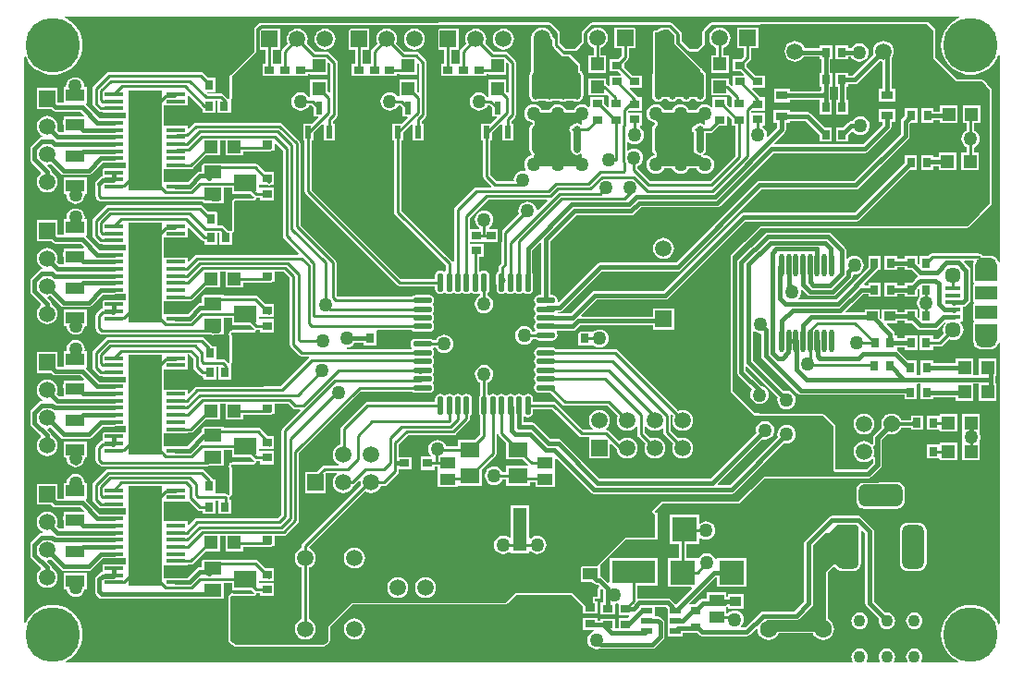
<source format=gtl>
%FSLAX25Y25*%
%MOIN*%
G70*
G01*
G75*
G04 Layer_Physical_Order=1*
G04 Layer_Color=255*
%ADD10R,0.03543X0.02756*%
%ADD11R,0.05512X0.04331*%
%ADD12O,0.01772X0.08268*%
%ADD13R,0.02756X0.03543*%
%ADD14R,0.03937X0.03543*%
%ADD15R,0.03150X0.03543*%
%ADD16R,0.02362X0.04528*%
%ADD17R,0.04724X0.04724*%
%ADD18R,0.04724X0.04724*%
%ADD19R,0.06693X0.01378*%
%ADD20R,0.12205X0.36142*%
%ADD21O,0.02756X0.09843*%
%ADD22R,0.06693X0.04331*%
%ADD23R,0.06299X0.04724*%
%ADD24R,0.07874X0.06299*%
%ADD25R,0.15748X0.08268*%
%ADD26R,0.09055X0.09055*%
%ADD27R,0.03543X0.03150*%
%ADD28R,0.04331X0.03150*%
%ADD29R,0.03937X0.02480*%
%ADD30R,0.05118X0.15748*%
%ADD31R,0.05315X0.01575*%
%ADD32R,0.07087X0.05512*%
%ADD33O,0.02165X0.06890*%
%ADD34O,0.06890X0.02165*%
%ADD35C,0.01500*%
%ADD36C,0.01000*%
%ADD37C,0.00800*%
%ADD38R,0.07874X0.05906*%
%ADD39R,0.07874X0.04921*%
%ADD40R,0.05906X0.05906*%
%ADD41C,0.05906*%
%ADD42C,0.19685*%
%ADD43C,0.04331*%
G04:AMPARAMS|DCode=44|XSize=157.48mil|YSize=78.74mil|CornerRadius=19.69mil|HoleSize=0mil|Usage=FLASHONLY|Rotation=0.000|XOffset=0mil|YOffset=0mil|HoleType=Round|Shape=RoundedRectangle|*
%AMROUNDEDRECTD44*
21,1,0.15748,0.03937,0,0,0.0*
21,1,0.11811,0.07874,0,0,0.0*
1,1,0.03937,0.05906,-0.01969*
1,1,0.03937,-0.05906,-0.01969*
1,1,0.03937,-0.05906,0.01969*
1,1,0.03937,0.05906,0.01969*
%
%ADD44ROUNDEDRECTD44*%
G04:AMPARAMS|DCode=45|XSize=157.48mil|YSize=78.74mil|CornerRadius=19.69mil|HoleSize=0mil|Usage=FLASHONLY|Rotation=90.000|XOffset=0mil|YOffset=0mil|HoleType=Round|Shape=RoundedRectangle|*
%AMROUNDEDRECTD45*
21,1,0.15748,0.03937,0,0,90.0*
21,1,0.11811,0.07874,0,0,90.0*
1,1,0.03937,0.01969,0.05906*
1,1,0.03937,0.01969,-0.05906*
1,1,0.03937,-0.01969,-0.05906*
1,1,0.03937,-0.01969,0.05906*
%
%ADD45ROUNDEDRECTD45*%
%ADD46R,0.05906X0.05906*%
%ADD47C,0.06299*%
%ADD48C,0.05709*%
%ADD49O,0.07480X0.04724*%
%ADD50C,0.05000*%
%ADD51C,0.03937*%
G36*
X338419Y-1990D02*
X337673Y-2299D01*
X336245Y-3174D01*
X334971Y-4262D01*
X333883Y-5536D01*
X333008Y-6965D01*
X332367Y-8512D01*
X331976Y-10141D01*
X331844Y-11811D01*
X331976Y-13481D01*
X332367Y-15110D01*
X333008Y-16658D01*
X333883Y-18086D01*
X334971Y-19360D01*
X336245Y-20448D01*
X337673Y-21323D01*
X339221Y-21964D01*
X340850Y-22355D01*
X342520Y-22486D01*
X344190Y-22355D01*
X345819Y-21964D01*
X347366Y-21323D01*
X348795Y-20448D01*
X350068Y-19360D01*
X351156Y-18086D01*
X352032Y-16658D01*
X352510Y-15504D01*
X353000Y-15601D01*
Y-89973D01*
X352895Y-90044D01*
X352416Y-89899D01*
X352156Y-89270D01*
X351649Y-88609D01*
X350988Y-88102D01*
X350219Y-87784D01*
X349394Y-87675D01*
X346638D01*
X346638Y-87675D01*
X346286Y-87323D01*
X345856Y-87036D01*
X345349Y-86935D01*
X328651D01*
X328144Y-87036D01*
X327714Y-87323D01*
X327209Y-87828D01*
X324137D01*
Y-90675D01*
X323791Y-90819D01*
X323375Y-90541D01*
Y-87828D01*
X318625D01*
Y-88820D01*
X315883D01*
Y-87828D01*
X311528D01*
Y-92972D01*
X315883D01*
Y-91980D01*
X318625D01*
Y-92972D01*
X321310D01*
X323178Y-94839D01*
X323343Y-94950D01*
Y-95450D01*
X323178Y-95561D01*
X322270Y-96469D01*
X322219Y-96545D01*
X322216Y-96549D01*
X321337Y-97428D01*
X318625D01*
Y-98420D01*
X315883D01*
Y-97428D01*
X311528D01*
Y-102572D01*
X315883D01*
Y-101580D01*
X318625D01*
Y-102572D01*
X323375D01*
Y-99885D01*
X323791Y-99608D01*
X324137Y-99751D01*
Y-102518D01*
X323629Y-103180D01*
X323297Y-103983D01*
X323183Y-104844D01*
X323297Y-105706D01*
X323629Y-106508D01*
X324137Y-107170D01*
Y-109875D01*
X323791Y-110019D01*
X323375Y-109741D01*
Y-107028D01*
X318625D01*
Y-108020D01*
X316074D01*
Y-107028D01*
X310537D01*
Y-110242D01*
X310191Y-110386D01*
X309775Y-110108D01*
Y-107028D01*
X304238D01*
Y-108220D01*
X297677D01*
X297486Y-107758D01*
X303663Y-101580D01*
X305622D01*
Y-102572D01*
X309978D01*
Y-97428D01*
X305622D01*
Y-98420D01*
X304224D01*
X304033Y-97958D01*
X308917Y-93073D01*
X308964Y-93003D01*
X308985Y-92972D01*
X309978D01*
Y-87828D01*
X305622D01*
Y-91899D01*
X293901Y-103620D01*
X280668D01*
X280509Y-103154D01*
X281038Y-102464D01*
X281371Y-101662D01*
X281484Y-100800D01*
X281406Y-100208D01*
X281855Y-99987D01*
X283686Y-101818D01*
X284198Y-102160D01*
X284803Y-102280D01*
X292775D01*
X293380Y-102160D01*
X293893Y-101818D01*
X293893Y-101818D01*
X293893Y-101818D01*
X299499Y-96211D01*
X299842Y-95698D01*
X299962Y-95094D01*
X299962Y-95094D01*
X299962Y-95094D01*
Y-95094D01*
Y-94829D01*
X300338Y-94500D01*
X300556Y-94529D01*
X301417Y-94415D01*
X302220Y-94083D01*
X302909Y-93554D01*
X303438Y-92864D01*
X303771Y-92062D01*
X303884Y-91200D01*
X303771Y-90338D01*
X303438Y-89536D01*
X302909Y-88846D01*
X302220Y-88317D01*
X301417Y-87985D01*
X300556Y-87871D01*
X299694Y-87985D01*
X298892Y-88317D01*
X298202Y-88846D01*
X298135Y-88933D01*
X297662Y-88773D01*
Y-85873D01*
X297542Y-85268D01*
X297199Y-84756D01*
X292026Y-79583D01*
X291513Y-79240D01*
X290909Y-79120D01*
X269356D01*
X268751Y-79240D01*
X268238Y-79583D01*
X258682Y-89138D01*
X258340Y-89651D01*
X258220Y-90256D01*
Y-129700D01*
X258220Y-129700D01*
X258220D01*
X258340Y-130305D01*
X258682Y-130817D01*
X263814Y-135949D01*
X263517Y-136336D01*
X263185Y-137138D01*
X263071Y-138000D01*
X263185Y-138862D01*
X263517Y-139664D01*
X264046Y-140354D01*
X264736Y-140883D01*
X265539Y-141215D01*
X266400Y-141329D01*
X267262Y-141215D01*
X268064Y-140883D01*
X268754Y-140354D01*
X269283Y-139664D01*
X269615Y-138862D01*
X269728Y-138000D01*
X269615Y-137138D01*
X269283Y-136336D01*
X268754Y-135646D01*
X268064Y-135117D01*
X267262Y-134785D01*
X267098Y-134764D01*
X261380Y-129045D01*
Y-127969D01*
X261842Y-127777D01*
X272920Y-138855D01*
X272885Y-138938D01*
X272772Y-139800D01*
X272885Y-140662D01*
X273218Y-141464D01*
X273746Y-142154D01*
X274436Y-142683D01*
X275238Y-143015D01*
X276100Y-143129D01*
X276961Y-143015D01*
X277764Y-142683D01*
X278454Y-142154D01*
X278982Y-141464D01*
X279315Y-140662D01*
X279429Y-139800D01*
X279315Y-138938D01*
X278982Y-138136D01*
X278454Y-137446D01*
X277764Y-136917D01*
X276961Y-136585D01*
X276100Y-136471D01*
X275238Y-136585D01*
X275155Y-136620D01*
X264086Y-125551D01*
Y-115230D01*
X264535Y-115009D01*
X264892Y-115282D01*
X265694Y-115615D01*
X266556Y-115728D01*
X266700Y-115710D01*
X267075Y-116039D01*
Y-123753D01*
X267075Y-123753D01*
X267075D01*
X267196Y-124357D01*
X267538Y-124870D01*
X280186Y-137517D01*
D01*
X280186D01*
Y-137517D01*
D01*
X280186D01*
Y-137517D01*
X280186D01*
X280186Y-137517D01*
Y-137517D01*
X280186Y-137517D01*
Y-137517D01*
X280698Y-137860D01*
X281303Y-137980D01*
X318625D01*
Y-139605D01*
X322981D01*
Y-134462D01*
X322981D01*
Y-134334D01*
X323335Y-133980D01*
X324531D01*
Y-134462D01*
X324531D01*
Y-137172D01*
X324525Y-137200D01*
X324531Y-137228D01*
Y-139605D01*
X328887D01*
Y-138780D01*
X337126D01*
Y-140095D01*
X343450D01*
Y-133980D01*
X345394D01*
Y-140095D01*
X351718D01*
Y-133771D01*
X351336D01*
Y-132400D01*
Y-131162D01*
X351718D01*
Y-124838D01*
X345394D01*
Y-130820D01*
X343450D01*
Y-124838D01*
X337126D01*
Y-126420D01*
X328887D01*
Y-125428D01*
X324531D01*
Y-127972D01*
X324525Y-128000D01*
X324531Y-128028D01*
Y-130572D01*
D01*
Y-130572D01*
X324283Y-130820D01*
X322981D01*
Y-130572D01*
X322981D01*
Y-125428D01*
X319822D01*
X316476Y-122082D01*
X315963Y-121740D01*
X315883Y-121724D01*
Y-120780D01*
X318625D01*
Y-121772D01*
X323375D01*
Y-116628D01*
X318625D01*
Y-117620D01*
X315883D01*
Y-116628D01*
X315089D01*
Y-116102D01*
X314969Y-115498D01*
X314626Y-114985D01*
X312275Y-112634D01*
X312466Y-112172D01*
X316074D01*
Y-111180D01*
X318625D01*
Y-112172D01*
X321310D01*
X323178Y-114039D01*
X323177D01*
X323178Y-114039D01*
X323178D01*
X323178Y-114039D01*
Y-114039D01*
X323178Y-114039D01*
Y-114039D01*
X323690Y-114382D01*
X324295Y-114502D01*
X329637D01*
X330241Y-114382D01*
X330754Y-114039D01*
X332964Y-111829D01*
X333457Y-111911D01*
X333503Y-112004D01*
X333013Y-112644D01*
X332645Y-113533D01*
X332519Y-114487D01*
X332645Y-115441D01*
X332859Y-115958D01*
X330942Y-117875D01*
X328887D01*
Y-116628D01*
X324137D01*
Y-121772D01*
X328887D01*
Y-120526D01*
X331491D01*
X331999Y-120425D01*
X332429Y-120137D01*
X332429Y-120137D01*
X332429Y-120137D01*
X334733Y-117833D01*
X335251Y-118047D01*
X336205Y-118173D01*
X337159Y-118047D01*
X338048Y-117679D01*
X338811Y-117093D01*
X339397Y-116330D01*
X339765Y-115441D01*
X339891Y-114487D01*
X339765Y-113533D01*
X339397Y-112644D01*
X338811Y-111880D01*
X338736Y-111823D01*
X338897Y-111350D01*
X339662D01*
Y-108791D01*
Y-106231D01*
Y-106215D01*
X340259Y-106096D01*
X340772Y-105753D01*
X340772Y-105753D01*
X340772Y-105753D01*
X341877Y-104648D01*
X342219Y-104136D01*
X342340Y-103531D01*
X342340Y-103531D01*
X342340Y-103531D01*
Y-103531D01*
Y-93003D01*
X342219Y-92399D01*
X341877Y-91886D01*
X340039Y-90048D01*
X340230Y-89586D01*
X343295D01*
X343572Y-90002D01*
X343557Y-90039D01*
X343526Y-90271D01*
X343502Y-90288D01*
X343325Y-90552D01*
X343263Y-90865D01*
Y-96770D01*
X343325Y-97082D01*
X343502Y-97347D01*
X343738Y-97504D01*
Y-98004D01*
X343502Y-98162D01*
X343325Y-98427D01*
X343263Y-98739D01*
Y-103660D01*
X343325Y-103972D01*
X343502Y-104237D01*
X343738Y-104394D01*
Y-104894D01*
X343502Y-105052D01*
X343325Y-105316D01*
X343263Y-105628D01*
Y-110550D01*
X343325Y-110862D01*
X343502Y-111126D01*
X343738Y-111284D01*
Y-111784D01*
X343502Y-111941D01*
X343325Y-112206D01*
X343263Y-112518D01*
Y-118424D01*
X343325Y-118736D01*
X343502Y-119000D01*
X343526Y-119017D01*
X343557Y-119249D01*
X343876Y-120018D01*
X344383Y-120679D01*
X345043Y-121186D01*
X345812Y-121504D01*
X346638Y-121613D01*
X349394D01*
X350219Y-121504D01*
X350988Y-121186D01*
X351649Y-120679D01*
X352156Y-120018D01*
X352416Y-119390D01*
X352895Y-119245D01*
X353000Y-119315D01*
Y-220619D01*
X352510Y-220717D01*
X352032Y-219563D01*
X351156Y-218135D01*
X350068Y-216861D01*
X348795Y-215773D01*
X347366Y-214898D01*
X345819Y-214257D01*
X344190Y-213865D01*
X342520Y-213734D01*
X340850Y-213865D01*
X339221Y-214257D01*
X337673Y-214898D01*
X336245Y-215773D01*
X334971Y-216861D01*
X333883Y-218135D01*
X333008Y-219563D01*
X332367Y-221111D01*
X331976Y-222739D01*
X331844Y-224410D01*
X331976Y-226080D01*
X332367Y-227708D01*
X333008Y-229256D01*
X333883Y-230684D01*
X334971Y-231958D01*
X336245Y-233046D01*
X337673Y-233921D01*
X337886Y-234010D01*
X337789Y-234500D01*
X324908D01*
X324687Y-234052D01*
X324733Y-233992D01*
X325032Y-233270D01*
X325133Y-232496D01*
X325032Y-231722D01*
X324733Y-231001D01*
X324257Y-230381D01*
X323638Y-229906D01*
X322917Y-229607D01*
X322143Y-229505D01*
X321368Y-229607D01*
X320647Y-229906D01*
X320028Y-230381D01*
X319552Y-231001D01*
X319253Y-231722D01*
X319152Y-232496D01*
X319253Y-233270D01*
X319552Y-233992D01*
X319598Y-234052D01*
X319377Y-234500D01*
X315065D01*
X314844Y-234052D01*
X314890Y-233992D01*
X315189Y-233270D01*
X315291Y-232496D01*
X315189Y-231722D01*
X314890Y-231001D01*
X314415Y-230381D01*
X313795Y-229906D01*
X313074Y-229607D01*
X312300Y-229505D01*
X311526Y-229607D01*
X310805Y-229906D01*
X310185Y-230381D01*
X309710Y-231001D01*
X309411Y-231722D01*
X309309Y-232496D01*
X309411Y-233270D01*
X309710Y-233992D01*
X309756Y-234052D01*
X309535Y-234500D01*
X305223D01*
X305002Y-234052D01*
X305048Y-233992D01*
X305346Y-233270D01*
X305448Y-232496D01*
X305346Y-231722D01*
X305048Y-231001D01*
X304572Y-230381D01*
X303953Y-229906D01*
X303232Y-229607D01*
X302457Y-229505D01*
X301683Y-229607D01*
X300962Y-229906D01*
X300343Y-230381D01*
X299867Y-231001D01*
X299568Y-231722D01*
X299466Y-232496D01*
X299568Y-233270D01*
X299867Y-233992D01*
X299913Y-234052D01*
X299692Y-234500D01*
X16542D01*
X16444Y-234010D01*
X16658Y-233921D01*
X18086Y-233046D01*
X19360Y-231958D01*
X20448Y-230684D01*
X21323Y-229256D01*
X21964Y-227708D01*
X22355Y-226080D01*
X22486Y-224410D01*
X22355Y-222739D01*
X21964Y-221111D01*
X21323Y-219563D01*
X20448Y-218135D01*
X19360Y-216861D01*
X18086Y-215773D01*
X16658Y-214898D01*
X15110Y-214257D01*
X13481Y-213865D01*
X11811Y-213734D01*
X10141Y-213865D01*
X8512Y-214257D01*
X6965Y-214898D01*
X5536Y-215773D01*
X4262Y-216861D01*
X3174Y-218135D01*
X2299Y-219563D01*
X1990Y-220308D01*
X1500Y-220211D01*
Y-16010D01*
X1990Y-15912D01*
X2299Y-16658D01*
X3174Y-18086D01*
X4262Y-19360D01*
X5536Y-20448D01*
X6965Y-21323D01*
X8512Y-21964D01*
X10141Y-22355D01*
X11811Y-22486D01*
X13481Y-22355D01*
X15110Y-21964D01*
X16658Y-21323D01*
X18086Y-20448D01*
X19360Y-19360D01*
X20448Y-18086D01*
X21323Y-16658D01*
X21964Y-15110D01*
X22355Y-13481D01*
X22486Y-11811D01*
X22355Y-10141D01*
X21964Y-8512D01*
X21323Y-6965D01*
X20448Y-5536D01*
X19360Y-4262D01*
X18086Y-3174D01*
X16658Y-2299D01*
X15912Y-1990D01*
X16010Y-1500D01*
X338321D01*
X338419Y-1990D01*
D02*
G37*
%LPC*%
G36*
X345867Y-144838D02*
X339543D01*
Y-151162D01*
X339543D01*
X339543Y-152211D01*
X339490Y-152339D01*
X339376Y-153200D01*
X339490Y-154061D01*
X339543Y-154189D01*
X339543Y-155238D01*
X339543D01*
Y-161562D01*
X345867D01*
Y-155238D01*
X345867D01*
X345867Y-154189D01*
X345920Y-154061D01*
X346033Y-153200D01*
X345920Y-152339D01*
X345867Y-152211D01*
X345867Y-151162D01*
X345867D01*
Y-144838D01*
D02*
G37*
G36*
X337599Y-155238D02*
X331275D01*
Y-155828D01*
X331168D01*
Y-155828D01*
X326812D01*
Y-160972D01*
X331168D01*
D01*
X331168D01*
X331275Y-161079D01*
Y-161562D01*
X337599D01*
Y-155238D01*
D02*
G37*
G36*
X304037Y-144615D02*
X303057Y-144744D01*
X302145Y-145122D01*
X301361Y-145723D01*
X300759Y-146507D01*
X300381Y-147420D01*
X300252Y-148400D01*
X300381Y-149380D01*
X300759Y-150293D01*
X301361Y-151076D01*
X302145Y-151678D01*
X303057Y-152056D01*
X304037Y-152185D01*
X305017Y-152056D01*
X305930Y-151678D01*
X306714Y-151076D01*
X307315Y-150293D01*
X307693Y-149380D01*
X307822Y-148400D01*
X307693Y-147420D01*
X307315Y-146507D01*
X306714Y-145723D01*
X305930Y-145122D01*
X305017Y-144744D01*
X304037Y-144615D01*
D02*
G37*
G36*
X24010Y-59526D02*
X15717D01*
Y-65457D01*
X16358D01*
X16571Y-65700D01*
X16685Y-66562D01*
X17017Y-67364D01*
X17546Y-68054D01*
X18236Y-68583D01*
X19038Y-68915D01*
X19900Y-69029D01*
X20762Y-68915D01*
X21564Y-68583D01*
X22254Y-68054D01*
X22783Y-67364D01*
X23115Y-66562D01*
X23228Y-65700D01*
X23442Y-65457D01*
X24010D01*
Y-59526D01*
D02*
G37*
G36*
Y-107126D02*
X15717D01*
Y-113057D01*
X16579D01*
X16685Y-113862D01*
X17017Y-114664D01*
X17546Y-115354D01*
X18236Y-115883D01*
X19038Y-116215D01*
X19900Y-116329D01*
X20762Y-116215D01*
X21564Y-115883D01*
X22254Y-115354D01*
X22783Y-114664D01*
X23115Y-113862D01*
X23221Y-113057D01*
X24010D01*
Y-107126D01*
D02*
G37*
G36*
X337599Y-144838D02*
X331275D01*
Y-145428D01*
X331168D01*
Y-145428D01*
X326812D01*
Y-150572D01*
X331168D01*
D01*
X331168D01*
X331275Y-150679D01*
Y-151162D01*
X337599D01*
Y-144838D01*
D02*
G37*
G36*
X322143Y-216513D02*
X321368Y-216615D01*
X320647Y-216914D01*
X320028Y-217389D01*
X319552Y-218008D01*
X319253Y-218730D01*
X319152Y-219504D01*
X319253Y-220278D01*
X319552Y-220999D01*
X320028Y-221619D01*
X320647Y-222094D01*
X321368Y-222393D01*
X322143Y-222495D01*
X322917Y-222393D01*
X323638Y-222094D01*
X324257Y-221619D01*
X324733Y-220999D01*
X325032Y-220278D01*
X325133Y-219504D01*
X325032Y-218730D01*
X324733Y-218008D01*
X324257Y-217389D01*
X323638Y-216914D01*
X322917Y-216615D01*
X322143Y-216513D01*
D02*
G37*
G36*
X302457D02*
X301683Y-216615D01*
X300962Y-216914D01*
X300343Y-217389D01*
X299867Y-218008D01*
X299568Y-218730D01*
X299466Y-219504D01*
X299568Y-220278D01*
X299867Y-220999D01*
X300343Y-221619D01*
X300962Y-222094D01*
X301683Y-222393D01*
X302457Y-222495D01*
X303232Y-222393D01*
X303953Y-222094D01*
X304572Y-221619D01*
X305048Y-220999D01*
X305346Y-220278D01*
X305448Y-219504D01*
X305346Y-218730D01*
X305048Y-218008D01*
X304572Y-217389D01*
X303953Y-216914D01*
X303232Y-216615D01*
X302457Y-216513D01*
D02*
G37*
G36*
X120458Y-218610D02*
X119479Y-218739D01*
X118566Y-219117D01*
X117782Y-219719D01*
X117180Y-220503D01*
X116802Y-221416D01*
X116673Y-222395D01*
X116802Y-223375D01*
X117180Y-224288D01*
X117782Y-225072D01*
X118566Y-225673D01*
X119479Y-226051D01*
X120458Y-226180D01*
X121438Y-226051D01*
X122351Y-225673D01*
X123135Y-225072D01*
X123736Y-224288D01*
X124114Y-223375D01*
X124243Y-222395D01*
X124114Y-221416D01*
X123736Y-220503D01*
X123135Y-219719D01*
X122351Y-219117D01*
X121438Y-218739D01*
X120458Y-218610D01*
D02*
G37*
G36*
X24010Y-202326D02*
X15717D01*
Y-208257D01*
X16671D01*
X16685Y-208362D01*
X17017Y-209164D01*
X17546Y-209854D01*
X18236Y-210383D01*
X19038Y-210715D01*
X19900Y-210828D01*
X20762Y-210715D01*
X21564Y-210383D01*
X22254Y-209854D01*
X22783Y-209164D01*
X23115Y-208362D01*
X23129Y-208257D01*
X24010D01*
Y-202326D01*
D02*
G37*
G36*
Y-154726D02*
X15717D01*
Y-160657D01*
X16533D01*
X16571Y-160700D01*
X16685Y-161562D01*
X17017Y-162364D01*
X17546Y-163054D01*
X18236Y-163583D01*
X19038Y-163915D01*
X19900Y-164029D01*
X20762Y-163915D01*
X21564Y-163583D01*
X22254Y-163054D01*
X22783Y-162364D01*
X23115Y-161562D01*
X23228Y-160700D01*
X23267Y-160657D01*
X24010D01*
Y-154726D01*
D02*
G37*
G36*
X315880Y-169535D02*
X304068D01*
X303346Y-169630D01*
X302672Y-169909D01*
X302094Y-170353D01*
X301650Y-170931D01*
X301371Y-171605D01*
X301276Y-172327D01*
Y-176265D01*
X301371Y-176987D01*
X301650Y-177661D01*
X302094Y-178239D01*
X302672Y-178683D01*
X303346Y-178962D01*
X304068Y-179057D01*
X315880D01*
X316602Y-178962D01*
X317276Y-178683D01*
X317854Y-178239D01*
X318298Y-177661D01*
X318577Y-176987D01*
X318672Y-176265D01*
Y-172327D01*
X318577Y-171605D01*
X318298Y-170931D01*
X317854Y-170353D01*
X317276Y-169909D01*
X316602Y-169630D01*
X315880Y-169535D01*
D02*
G37*
G36*
X323753Y-184102D02*
X319816D01*
X319094Y-184197D01*
X318420Y-184476D01*
X317842Y-184920D01*
X317398Y-185498D01*
X317119Y-186172D01*
X317024Y-186895D01*
Y-198705D01*
X317119Y-199428D01*
X317398Y-200102D01*
X317842Y-200680D01*
X318420Y-201124D01*
X319094Y-201403D01*
X319816Y-201498D01*
X323753D01*
X324476Y-201403D01*
X325150Y-201124D01*
X325728Y-200680D01*
X326172Y-200102D01*
X326451Y-199428D01*
X326546Y-198705D01*
Y-186895D01*
X326451Y-186172D01*
X326172Y-185498D01*
X325728Y-184920D01*
X325150Y-184476D01*
X324476Y-184197D01*
X323753Y-184102D01*
D02*
G37*
G36*
X326500Y-3420D02*
X267061D01*
X266982Y-3435D01*
D01*
X266836Y-3464D01*
X266456Y-3540D01*
X266373Y-3595D01*
D01*
D01*
X266293D01*
X249380D01*
X249379Y-3595D01*
X248872Y-3696D01*
X248737Y-3786D01*
D01*
X248509Y-3939D01*
X248509Y-3939D01*
X248442Y-3983D01*
X246263Y-6163D01*
X245975Y-6593D01*
X245875Y-7100D01*
Y-7180D01*
Y-11233D01*
X245860Y-11307D01*
X245818Y-11370D01*
X243970Y-13218D01*
X243907Y-13260D01*
X243833Y-13274D01*
X241329D01*
X241255Y-13260D01*
X241192Y-13218D01*
X238582Y-10608D01*
X238540Y-10545D01*
X238526Y-10471D01*
Y-8015D01*
Y-7935D01*
X238425Y-7427D01*
X238137Y-6997D01*
X235123Y-3983D01*
X234693Y-3696D01*
X234186Y-3595D01*
X222179D01*
X221877Y-3655D01*
X221719D01*
X221496Y-3611D01*
X221496D01*
X221417Y-3595D01*
X206164D01*
X205657Y-3696D01*
X205227Y-3983D01*
X202736Y-6474D01*
X202449Y-6904D01*
X202348Y-7412D01*
Y-7492D01*
Y-10560D01*
X202333Y-10634D01*
X202291Y-10697D01*
X201074Y-11914D01*
X199870Y-13118D01*
X199807Y-13160D01*
X199733Y-13174D01*
X196529D01*
X196455Y-13160D01*
X196392Y-13118D01*
X194582Y-11308D01*
X194540Y-11245D01*
X194526Y-11171D01*
Y-7680D01*
Y-7600D01*
X194425Y-7093D01*
X194137Y-6663D01*
X191458Y-3983D01*
X191028Y-3696D01*
X190521Y-3595D01*
X151105D01*
X150903Y-3635D01*
X150757Y-3664D01*
D01*
X150598Y-3696D01*
X150463Y-3786D01*
X150463Y-3786D01*
D01*
X150463Y-3786D01*
X150380Y-3841D01*
X150380Y-3841D01*
X86578D01*
X86071Y-3942D01*
X85641Y-4230D01*
X84670Y-5201D01*
X84382Y-5631D01*
X84282Y-6138D01*
Y-6218D01*
Y-13887D01*
X84267Y-13961D01*
X84225Y-14024D01*
X75883Y-22366D01*
X75883Y-22366D01*
X75827Y-22423D01*
X75539Y-22853D01*
X75438Y-23360D01*
Y-23440D01*
Y-31024D01*
X75424Y-31099D01*
X75419Y-31105D01*
X75419Y-31105D01*
X74767D01*
X73329Y-29667D01*
X72899Y-29380D01*
X72392Y-29279D01*
X67793D01*
X67515Y-28863D01*
X67563Y-28748D01*
X70380D01*
Y-23605D01*
X67767D01*
X66101Y-21939D01*
X65671Y-21652D01*
X65164Y-21551D01*
X31990D01*
X31483Y-21652D01*
X31053Y-21939D01*
X26327Y-26665D01*
X26039Y-27095D01*
X25938Y-27603D01*
Y-33025D01*
X26039Y-33532D01*
X26327Y-33962D01*
X26327Y-33962D01*
X26327Y-33962D01*
Y-33962D01*
X26327Y-33962D01*
X27963Y-35598D01*
X28393Y-35885D01*
X28900Y-35986D01*
X29597D01*
Y-36150D01*
X37890D01*
D01*
X37890D01*
X38061Y-36321D01*
Y-38290D01*
X38061D01*
X37890D01*
X37708Y-38290D01*
X37708Y-38290D01*
Y-38290D01*
X34203D01*
X33743Y-38198D01*
X28521D01*
X23611Y-33289D01*
X23802Y-32827D01*
X24010D01*
Y-26896D01*
X23388D01*
X23129Y-26600D01*
X23015Y-25738D01*
X22683Y-24936D01*
X22154Y-24246D01*
X21464Y-23717D01*
X20662Y-23385D01*
X19800Y-23271D01*
X18938Y-23385D01*
X18136Y-23717D01*
X17446Y-24246D01*
X16917Y-24936D01*
X16585Y-25738D01*
X16472Y-26600D01*
X16212Y-26896D01*
X15717D01*
Y-32596D01*
X13418D01*
X13417Y-32594D01*
Y-27324D01*
X5911D01*
Y-34829D01*
X11181D01*
X11646Y-35294D01*
X12159Y-35636D01*
X12764Y-35757D01*
X21609D01*
X22917Y-37064D01*
X22725Y-37526D01*
X15717D01*
Y-38567D01*
X15504Y-38887D01*
X15383Y-39491D01*
X15504Y-40096D01*
X15717Y-40416D01*
Y-43317D01*
X14139D01*
X13191Y-42368D01*
X13320Y-42056D01*
X13449Y-41076D01*
X13320Y-40097D01*
X12942Y-39184D01*
X12340Y-38400D01*
X11556Y-37798D01*
X10643Y-37420D01*
X9664Y-37291D01*
X8684Y-37420D01*
X7771Y-37798D01*
X6987Y-38400D01*
X6386Y-39184D01*
X6008Y-40097D01*
X5879Y-41076D01*
X6008Y-42056D01*
X6386Y-42969D01*
X6987Y-43753D01*
X7771Y-44354D01*
X8130Y-44503D01*
X8032Y-44993D01*
X7799D01*
X7194Y-45114D01*
X6681Y-45456D01*
X4044Y-48094D01*
X3701Y-48607D01*
X3581Y-49211D01*
Y-52942D01*
X3701Y-53546D01*
X4044Y-54059D01*
X7510Y-57525D01*
X7477Y-58024D01*
X6987Y-58400D01*
X6386Y-59184D01*
X6008Y-60097D01*
X5879Y-61076D01*
X6008Y-62056D01*
X6386Y-62969D01*
X6987Y-63753D01*
X7771Y-64354D01*
X8684Y-64732D01*
X9664Y-64862D01*
X10643Y-64732D01*
X11556Y-64354D01*
X12340Y-63753D01*
X12942Y-62969D01*
X13320Y-62056D01*
X13449Y-61076D01*
X13320Y-60097D01*
X12942Y-59184D01*
X12340Y-58400D01*
X11556Y-57798D01*
X11244Y-57669D01*
Y-57444D01*
X11124Y-56840D01*
X10781Y-56327D01*
X9756Y-55302D01*
X9917Y-54828D01*
X10643Y-54733D01*
X10956Y-54603D01*
X14546Y-58194D01*
Y-58194D01*
D01*
Y-58194D01*
D01*
X14546D01*
Y-58194D01*
D01*
D01*
X14546D01*
X14546Y-58194D01*
Y-58194D01*
X14546Y-58194D01*
Y-58194D01*
X15059Y-58536D01*
X15664Y-58657D01*
X24564D01*
X25168Y-58536D01*
X25681Y-58194D01*
X29721Y-54154D01*
X33743D01*
X34203Y-54063D01*
X37708D01*
X37708Y-54063D01*
Y-54063D01*
X37890Y-54063D01*
X38061Y-54235D01*
Y-56203D01*
X37890D01*
Y-56203D01*
X34203D01*
X33743Y-56112D01*
X33284Y-56203D01*
X29597D01*
Y-58762D01*
Y-59022D01*
X29150Y-59111D01*
X28637Y-59454D01*
X27346Y-60745D01*
X27004Y-61257D01*
X26883Y-61862D01*
X27004Y-62467D01*
X27138Y-62669D01*
Y-66176D01*
X27239Y-66684D01*
X27527Y-67114D01*
X27527Y-67114D01*
X27527Y-67114D01*
D01*
D01*
D01*
X27527Y-67114D01*
X28150Y-67737D01*
D01*
X28150D01*
Y-67737D01*
D01*
X28150D01*
Y-67737D01*
X28150D01*
X28150Y-67737D01*
Y-67737D01*
X28150Y-67737D01*
Y-67737D01*
X28580Y-68025D01*
X29087Y-68125D01*
X65439D01*
Y-68676D01*
X68918D01*
X69326Y-68757D01*
X69734Y-68676D01*
X69798D01*
X69889Y-68694D01*
X70889D01*
X70980Y-68676D01*
X73339D01*
Y-63115D01*
X76463D01*
Y-65526D01*
X83175D01*
X84019Y-66369D01*
X84298Y-66556D01*
D01*
X84168Y-66983D01*
X84161Y-66993D01*
X84147Y-67027D01*
X84110Y-67031D01*
X84098Y-67034D01*
X77600D01*
X77093Y-67135D01*
X76663Y-67423D01*
X76375Y-67853D01*
X76275Y-68360D01*
Y-68440D01*
Y-78624D01*
X76260Y-78695D01*
X76246Y-78705D01*
X74767D01*
X73329Y-77267D01*
X72899Y-76980D01*
X72392Y-76879D01*
X71079D01*
Y-71905D01*
X67759D01*
X65723Y-69868D01*
X65293Y-69581D01*
X64785Y-69480D01*
X31661D01*
X31154Y-69581D01*
X30724Y-69868D01*
X26327Y-74265D01*
X26039Y-74695D01*
X25938Y-75203D01*
Y-80625D01*
X26039Y-81132D01*
X26327Y-81562D01*
X26327Y-81562D01*
X26327Y-81562D01*
Y-81562D01*
X26327Y-81562D01*
X27963Y-83198D01*
X27963D01*
X27963Y-83198D01*
X27963D01*
X27963Y-83198D01*
Y-83198D01*
X27963Y-83198D01*
Y-83198D01*
X28393Y-83485D01*
X28900Y-83586D01*
X29597D01*
Y-83750D01*
X37890D01*
D01*
X37890D01*
X38061Y-83921D01*
Y-85890D01*
X38061D01*
X37890D01*
X37708Y-85890D01*
X37708Y-85890D01*
Y-85890D01*
X34203D01*
X33743Y-85798D01*
X28521D01*
X23611Y-80889D01*
X23802Y-80427D01*
X24010D01*
Y-74496D01*
X23529D01*
X23200Y-74120D01*
X23228Y-73900D01*
X23115Y-73039D01*
X22783Y-72236D01*
X22254Y-71546D01*
X21564Y-71017D01*
X20762Y-70685D01*
X19900Y-70572D01*
X19038Y-70685D01*
X18236Y-71017D01*
X17546Y-71546D01*
X17017Y-72236D01*
X16685Y-73039D01*
X16571Y-73900D01*
X16601Y-74120D01*
X16271Y-74496D01*
X15717D01*
Y-80196D01*
X13418D01*
X13417Y-80194D01*
Y-74924D01*
X5911D01*
Y-82429D01*
X11181D01*
X11646Y-82894D01*
D01*
X11646D01*
Y-82894D01*
D01*
X11646D01*
Y-82894D01*
X11646D01*
X11646Y-82894D01*
Y-82894D01*
X11646Y-82894D01*
Y-82894D01*
X12159Y-83236D01*
X12764Y-83357D01*
X21609D01*
X22917Y-84664D01*
X22725Y-85126D01*
X15717D01*
Y-86167D01*
X15504Y-86487D01*
X15383Y-87091D01*
X15504Y-87696D01*
X15717Y-88016D01*
Y-90917D01*
X14139D01*
X13191Y-89968D01*
X13320Y-89656D01*
X13449Y-88676D01*
X13320Y-87697D01*
X12942Y-86784D01*
X12340Y-86000D01*
X11556Y-85398D01*
X10643Y-85020D01*
X9664Y-84891D01*
X8684Y-85020D01*
X7771Y-85398D01*
X6987Y-86000D01*
X6386Y-86784D01*
X6008Y-87697D01*
X5879Y-88676D01*
X6008Y-89656D01*
X6386Y-90569D01*
X6987Y-91353D01*
X7771Y-91954D01*
X8130Y-92103D01*
X8032Y-92593D01*
X7799D01*
X7194Y-92713D01*
X6681Y-93056D01*
X4044Y-95694D01*
X3701Y-96206D01*
X3581Y-96811D01*
Y-100541D01*
X3581Y-100541D01*
X3581D01*
X3701Y-101146D01*
X4044Y-101659D01*
X7510Y-105125D01*
X7477Y-105624D01*
X6987Y-106000D01*
X6386Y-106784D01*
X6008Y-107697D01*
X5879Y-108676D01*
X6008Y-109656D01*
X6386Y-110569D01*
X6987Y-111353D01*
X7771Y-111954D01*
X8684Y-112332D01*
X9664Y-112461D01*
X10643Y-112332D01*
X11556Y-111954D01*
X12340Y-111353D01*
X12942Y-110569D01*
X13320Y-109656D01*
X13449Y-108676D01*
X13320Y-107697D01*
X12942Y-106784D01*
X12340Y-106000D01*
X11556Y-105398D01*
X11244Y-105269D01*
Y-105044D01*
X11124Y-104439D01*
X10781Y-103927D01*
X9756Y-102902D01*
X9917Y-102428D01*
X10643Y-102332D01*
X10956Y-102203D01*
X14546Y-105794D01*
X15059Y-106136D01*
X15664Y-106257D01*
X24564D01*
X25168Y-106136D01*
X25681Y-105794D01*
X25681Y-105794D01*
X25681Y-105794D01*
X29721Y-101754D01*
X33743D01*
X34203Y-101663D01*
X37708D01*
X37708Y-101663D01*
Y-101663D01*
X37890Y-101663D01*
X38061Y-101835D01*
Y-103803D01*
X37890D01*
Y-103803D01*
X34203D01*
X33743Y-103712D01*
X33284Y-103803D01*
X29597D01*
Y-106781D01*
Y-106877D01*
X29248Y-106947D01*
X28818Y-107234D01*
X27527Y-108525D01*
X27239Y-108955D01*
X27138Y-109462D01*
Y-113776D01*
X27239Y-114284D01*
X27527Y-114714D01*
X27527Y-114714D01*
X27527Y-114714D01*
D01*
D01*
D01*
X27527Y-114714D01*
X28526Y-115714D01*
D01*
X28526D01*
Y-115714D01*
D01*
X28526D01*
Y-115714D01*
X28526D01*
X28526Y-115714D01*
Y-115714D01*
X28526Y-115714D01*
Y-115714D01*
X28956Y-116001D01*
X29464Y-116102D01*
X68520D01*
X68721Y-116236D01*
X69326Y-116357D01*
X69766Y-116269D01*
X69889Y-116294D01*
X70889D01*
X71494Y-116174D01*
X71640Y-116076D01*
X73339D01*
Y-110225D01*
X76463D01*
Y-112926D01*
X82975D01*
X84019Y-113970D01*
X84019D01*
X84019Y-113970D01*
X84019D01*
X84019Y-113970D01*
Y-113970D01*
X84019Y-113970D01*
Y-113970D01*
X84298Y-114156D01*
Y-114156D01*
X84168Y-114583D01*
X84161Y-114593D01*
X84147Y-114627D01*
X84110Y-114631D01*
X84098Y-114634D01*
X76464D01*
X75956Y-114735D01*
X75526Y-115023D01*
X75239Y-115453D01*
X75178Y-115763D01*
X75170Y-115801D01*
Y-115801D01*
X75138Y-115960D01*
X75170Y-116119D01*
D01*
X75170Y-116121D01*
X75239Y-116467D01*
X75339Y-116617D01*
X75394Y-116698D01*
Y-116698D01*
X75411Y-116725D01*
X75438Y-116765D01*
D01*
X75438Y-116765D01*
Y-126111D01*
X75072Y-126451D01*
X74901Y-126439D01*
D01*
X74025Y-125563D01*
X73595Y-125275D01*
X73087Y-125174D01*
X70679D01*
Y-120405D01*
X69293D01*
X69145Y-120183D01*
X66430Y-117468D01*
X66000Y-117181D01*
X65493Y-117080D01*
X31661D01*
X31154Y-117181D01*
X30724Y-117468D01*
X26327Y-121865D01*
X26039Y-122295D01*
X25938Y-122803D01*
Y-128225D01*
X26039Y-128732D01*
X26327Y-129162D01*
X26327Y-129162D01*
X26327Y-129162D01*
Y-129162D01*
X26327Y-129162D01*
X27963Y-130798D01*
X28393Y-131085D01*
X28900Y-131186D01*
X29597D01*
Y-131350D01*
X37890D01*
D01*
X37890D01*
X38061Y-131521D01*
Y-133490D01*
X38061D01*
X37890D01*
X37708Y-133490D01*
X37708Y-133490D01*
Y-133490D01*
X34203D01*
X33743Y-133398D01*
X28521D01*
X23611Y-128489D01*
X23802Y-128027D01*
X24010D01*
Y-122096D01*
X23516D01*
X23186Y-121720D01*
X23228Y-121400D01*
X23115Y-120538D01*
X22783Y-119736D01*
X22254Y-119046D01*
X21564Y-118517D01*
X20762Y-118185D01*
X19900Y-118071D01*
X19038Y-118185D01*
X18236Y-118517D01*
X17546Y-119046D01*
X17017Y-119736D01*
X16685Y-120538D01*
X16571Y-121400D01*
X16614Y-121720D01*
X16284Y-122096D01*
X15717D01*
Y-127796D01*
X13418D01*
X13417Y-127794D01*
Y-122524D01*
X5911D01*
Y-130029D01*
X11181D01*
X11646Y-130494D01*
D01*
X11646D01*
Y-130494D01*
D01*
X11646D01*
Y-130494D01*
X11646D01*
X11646Y-130494D01*
Y-130494D01*
X11646Y-130494D01*
Y-130494D01*
X12159Y-130836D01*
X12764Y-130957D01*
X21609D01*
X22917Y-132264D01*
X22725Y-132726D01*
X15717D01*
Y-133767D01*
X15504Y-134087D01*
X15383Y-134691D01*
X15504Y-135296D01*
X15717Y-135616D01*
Y-138516D01*
X14139D01*
X13191Y-137568D01*
X13320Y-137256D01*
X13449Y-136276D01*
X13320Y-135297D01*
X12942Y-134384D01*
X12340Y-133600D01*
X11556Y-132998D01*
X10643Y-132620D01*
X9664Y-132491D01*
X8684Y-132620D01*
X7771Y-132998D01*
X6987Y-133600D01*
X6386Y-134384D01*
X6008Y-135297D01*
X5879Y-136276D01*
X6008Y-137256D01*
X6386Y-138169D01*
X6987Y-138953D01*
X7771Y-139554D01*
X8130Y-139703D01*
X8032Y-140193D01*
X7799D01*
X7194Y-140314D01*
X6681Y-140656D01*
X4044Y-143294D01*
X3701Y-143807D01*
X3581Y-144411D01*
Y-148142D01*
X3581Y-148142D01*
X3581D01*
X3701Y-148746D01*
X4044Y-149259D01*
X7510Y-152725D01*
X7477Y-153224D01*
X6987Y-153600D01*
X6386Y-154384D01*
X6008Y-155297D01*
X5879Y-156276D01*
X6008Y-157256D01*
X6386Y-158169D01*
X6987Y-158953D01*
X7771Y-159554D01*
X8684Y-159932D01*
X9664Y-160062D01*
X10643Y-159932D01*
X11556Y-159554D01*
X12340Y-158953D01*
X12942Y-158169D01*
X13320Y-157256D01*
X13449Y-156276D01*
X13320Y-155297D01*
X12942Y-154384D01*
X12340Y-153600D01*
X11556Y-152998D01*
X11244Y-152869D01*
Y-152644D01*
X11124Y-152040D01*
X10781Y-151527D01*
X9756Y-150502D01*
X9917Y-150028D01*
X10643Y-149933D01*
X10956Y-149803D01*
X14546Y-153394D01*
X15059Y-153736D01*
X15664Y-153857D01*
X24564D01*
X25168Y-153736D01*
X25681Y-153394D01*
X25681Y-153394D01*
X25681Y-153394D01*
X29721Y-149354D01*
X33743D01*
X34203Y-149263D01*
X37708D01*
X37708Y-149263D01*
Y-149263D01*
X37890Y-149263D01*
X38061Y-149435D01*
Y-151403D01*
X37890D01*
Y-151403D01*
X34203D01*
X33743Y-151312D01*
X33284Y-151403D01*
X29597D01*
Y-154381D01*
Y-154477D01*
X29248Y-154547D01*
X28818Y-154834D01*
X27527Y-156125D01*
X27239Y-156555D01*
X27138Y-157062D01*
Y-161376D01*
X27239Y-161884D01*
X27527Y-162314D01*
X27527Y-162314D01*
X27527Y-162314D01*
D01*
D01*
D01*
X27527Y-162314D01*
X28526Y-163314D01*
D01*
X28526D01*
Y-163314D01*
D01*
X28526D01*
Y-163314D01*
X28526D01*
X28526Y-163314D01*
Y-163314D01*
X28526Y-163314D01*
Y-163314D01*
X28956Y-163601D01*
X29464Y-163702D01*
X67426D01*
X67933Y-163601D01*
X67971Y-163576D01*
X73339D01*
Y-157726D01*
X76463D01*
Y-160426D01*
X82875D01*
X84019Y-161569D01*
X84298Y-161756D01*
Y-161756D01*
X84168Y-162183D01*
X84161Y-162193D01*
X84147Y-162227D01*
X84110Y-162231D01*
X84098Y-162234D01*
X76464D01*
X75956Y-162335D01*
X75526Y-162623D01*
X75239Y-163053D01*
X75178Y-163363D01*
X75170Y-163401D01*
Y-163401D01*
X75138Y-163560D01*
X75170Y-163719D01*
D01*
X75170Y-163721D01*
X75239Y-164067D01*
X75339Y-164217D01*
X75394Y-164298D01*
Y-164298D01*
X75411Y-164325D01*
X75438Y-164365D01*
D01*
X75438Y-164365D01*
Y-173928D01*
X75435Y-173940D01*
X75431Y-173977D01*
X75397Y-173991D01*
X75387Y-173998D01*
X75034Y-174105D01*
X74968Y-174140D01*
X74901Y-174039D01*
X74471Y-173752D01*
X73964Y-173651D01*
X70480D01*
Y-173548D01*
X70480D01*
Y-168405D01*
X69471D01*
X69432Y-168213D01*
X69145Y-167783D01*
X66430Y-165068D01*
X66000Y-164781D01*
X65493Y-164680D01*
X31661D01*
X31154Y-164781D01*
X30724Y-165068D01*
X26327Y-169465D01*
X26039Y-169895D01*
X25938Y-170403D01*
Y-175825D01*
X26039Y-176332D01*
X26327Y-176762D01*
X27963Y-178398D01*
X27963D01*
X27963Y-178398D01*
X27963D01*
X27963Y-178398D01*
Y-178398D01*
X27963Y-178398D01*
Y-178398D01*
X28393Y-178685D01*
X28900Y-178786D01*
X29597D01*
Y-178950D01*
X37890D01*
D01*
X37890D01*
X38061Y-179121D01*
Y-181090D01*
X38061D01*
X37890D01*
X37708Y-181090D01*
X37708Y-181090D01*
Y-181090D01*
X34203D01*
X33743Y-180998D01*
X28521D01*
X23611Y-176089D01*
X23802Y-175627D01*
X24010D01*
Y-169696D01*
X23228D01*
X23115Y-168839D01*
X22783Y-168036D01*
X22254Y-167346D01*
X21564Y-166817D01*
X20762Y-166485D01*
X19900Y-166372D01*
X19038Y-166485D01*
X18236Y-166817D01*
X17546Y-167346D01*
X17017Y-168036D01*
X16685Y-168839D01*
X16572Y-169696D01*
X15717D01*
Y-175396D01*
X13418D01*
X13417Y-175394D01*
Y-170124D01*
X5911D01*
Y-177629D01*
X11181D01*
X11646Y-178094D01*
D01*
X11646D01*
Y-178094D01*
D01*
X11646D01*
Y-178094D01*
X11646D01*
X11646Y-178094D01*
Y-178094D01*
X11646Y-178094D01*
Y-178094D01*
X12159Y-178436D01*
X12764Y-178557D01*
X21609D01*
X22917Y-179864D01*
X22725Y-180326D01*
X15717D01*
Y-181367D01*
X15504Y-181687D01*
X15383Y-182291D01*
X15504Y-182896D01*
X15717Y-183216D01*
Y-186117D01*
X14139D01*
X13191Y-185168D01*
X13320Y-184856D01*
X13449Y-183876D01*
X13320Y-182897D01*
X12942Y-181984D01*
X12340Y-181200D01*
X11556Y-180598D01*
X10643Y-180220D01*
X9664Y-180091D01*
X8684Y-180220D01*
X7771Y-180598D01*
X6987Y-181200D01*
X6386Y-181984D01*
X6008Y-182897D01*
X5879Y-183876D01*
X6008Y-184856D01*
X6386Y-185769D01*
X6987Y-186553D01*
X7771Y-187154D01*
X8130Y-187303D01*
X8032Y-187793D01*
X7799D01*
X7194Y-187914D01*
X6681Y-188256D01*
X4044Y-190894D01*
X3701Y-191407D01*
X3581Y-192011D01*
Y-195741D01*
X3581Y-195741D01*
X3581D01*
X3701Y-196346D01*
X4044Y-196859D01*
X7510Y-200325D01*
X7477Y-200824D01*
X6987Y-201200D01*
X6386Y-201984D01*
X6008Y-202897D01*
X5879Y-203876D01*
X6008Y-204856D01*
X6386Y-205769D01*
X6987Y-206553D01*
X7771Y-207154D01*
X8684Y-207533D01*
X9664Y-207662D01*
X10643Y-207533D01*
X11556Y-207154D01*
X12340Y-206553D01*
X12942Y-205769D01*
X13320Y-204856D01*
X13449Y-203876D01*
X13320Y-202897D01*
X12942Y-201984D01*
X12340Y-201200D01*
X11556Y-200598D01*
X11244Y-200469D01*
Y-200244D01*
X11124Y-199639D01*
X10781Y-199127D01*
X9756Y-198102D01*
X9917Y-197628D01*
X10643Y-197532D01*
X10956Y-197403D01*
X14546Y-200994D01*
X15059Y-201336D01*
X15664Y-201457D01*
X24564D01*
X25168Y-201336D01*
X25681Y-200994D01*
X25681Y-200994D01*
X25681Y-200994D01*
X29721Y-196954D01*
X33743D01*
X34203Y-196863D01*
X37708D01*
X37708Y-196863D01*
Y-196863D01*
X37890Y-196863D01*
X38061Y-197035D01*
Y-199003D01*
X37890D01*
Y-199003D01*
X34203D01*
X33743Y-198912D01*
X33284Y-199003D01*
X29597D01*
Y-201822D01*
X29150Y-201911D01*
X28637Y-202254D01*
X27346Y-203545D01*
X27004Y-204058D01*
X26883Y-204662D01*
Y-208976D01*
X26883Y-208976D01*
X26883D01*
X27004Y-209581D01*
X27346Y-210094D01*
X28346Y-211094D01*
X28859Y-211437D01*
X29464Y-211557D01*
X65439D01*
Y-211576D01*
X73339D01*
Y-205915D01*
X76463D01*
Y-208426D01*
X83275D01*
X84019Y-209170D01*
X84298Y-209356D01*
D01*
X84168Y-209783D01*
X84161Y-209793D01*
X84147Y-209827D01*
X84110Y-209831D01*
X84098Y-209834D01*
X77350D01*
X77270D01*
X77270Y-209834D01*
X77069Y-209700D01*
X76464Y-209579D01*
X75859Y-209700D01*
X75346Y-210042D01*
X75004Y-210555D01*
X74912Y-211014D01*
X74899Y-211081D01*
Y-211081D01*
X74883Y-211160D01*
Y-211240D01*
Y-225983D01*
Y-226064D01*
X74883Y-226064D01*
X74883D01*
X74899Y-226143D01*
Y-226143D01*
X74946Y-226379D01*
X75004Y-226669D01*
X75346Y-227181D01*
X76482Y-228317D01*
X76995Y-228660D01*
X77454Y-228751D01*
X77521Y-228765D01*
X77521D01*
X77600Y-228780D01*
X109200D01*
X109279Y-228765D01*
X109279D01*
X109515Y-228718D01*
X109805Y-228660D01*
X110318Y-228317D01*
X110318Y-228317D01*
X110318Y-228317D01*
X111117Y-227518D01*
X111460Y-227005D01*
X111527Y-226669D01*
X111551Y-226546D01*
X111565Y-226479D01*
Y-226479D01*
X111580Y-226400D01*
Y-221735D01*
X111595Y-221661D01*
X111637Y-221598D01*
X119598Y-213637D01*
X119661Y-213595D01*
X119735Y-213580D01*
X134121D01*
X134135Y-213583D01*
X137865D01*
X137879Y-213580D01*
X144121D01*
X144135Y-213583D01*
X174497D01*
X174576Y-213567D01*
X174576D01*
X174812Y-213521D01*
X175102Y-213463D01*
X175615Y-213120D01*
X175615Y-213120D01*
X175615Y-213120D01*
X178598Y-210137D01*
X178661Y-210095D01*
X178735Y-210080D01*
X198476D01*
X198550Y-210095D01*
X198613Y-210137D01*
X202730Y-214254D01*
X202772Y-214317D01*
X202787Y-214391D01*
Y-216009D01*
Y-216825D01*
X207930D01*
Y-212469D01*
X207019D01*
X206952Y-212456D01*
X206939Y-212389D01*
Y-211598D01*
X206952Y-211531D01*
X207019Y-211518D01*
X208914D01*
Y-208099D01*
X209330Y-207821D01*
X209629Y-207945D01*
X210106Y-208422D01*
Y-212882D01*
X209115D01*
Y-217238D01*
X214258D01*
Y-213378D01*
X214948Y-213287D01*
X215171Y-213195D01*
X215587Y-213472D01*
Y-217632D01*
X219329D01*
X219473Y-217978D01*
X219195Y-218394D01*
X215587D01*
Y-222313D01*
X214258D01*
Y-218787D01*
X209115D01*
Y-219385D01*
X207930D01*
Y-218375D01*
X202787D01*
Y-222731D01*
X206654D01*
X206751Y-223221D01*
X206036Y-223517D01*
X205346Y-224046D01*
X204818Y-224736D01*
X204485Y-225538D01*
X204372Y-226400D01*
X204485Y-227261D01*
X204818Y-228064D01*
X205346Y-228754D01*
X206036Y-229282D01*
X206838Y-229615D01*
X207700Y-229729D01*
X208561Y-229615D01*
X208858Y-229492D01*
X209300Y-229580D01*
X227700D01*
X228305Y-229460D01*
X228818Y-229117D01*
X231676Y-226259D01*
X232018Y-225746D01*
X232139Y-225142D01*
Y-220203D01*
X232018Y-219598D01*
X231676Y-219086D01*
X230974Y-218384D01*
X230462Y-218041D01*
X229857Y-217921D01*
X228582D01*
Y-217802D01*
Y-214552D01*
X232605D01*
X233281Y-215228D01*
Y-217802D01*
Y-221542D01*
Y-225282D01*
X238818D01*
Y-223872D01*
X240678D01*
Y-223894D01*
X243858D01*
X244582Y-224618D01*
X245094Y-224960D01*
X245699Y-225080D01*
X261869D01*
X262474Y-224960D01*
X262986Y-224618D01*
X262986Y-224618D01*
X262986Y-224618D01*
X265182Y-222422D01*
X265655Y-222583D01*
X265767Y-223431D01*
X266165Y-224392D01*
X266798Y-225217D01*
X267623Y-225850D01*
X268584Y-226248D01*
X269615Y-226384D01*
X270646Y-226248D01*
X271607Y-225850D01*
X272432Y-225217D01*
X273065Y-224392D01*
X273235Y-223980D01*
X285680D01*
X285850Y-224392D01*
X286483Y-225217D01*
X287308Y-225850D01*
X288269Y-226248D01*
X289300Y-226384D01*
X290331Y-226248D01*
X291292Y-225850D01*
X292117Y-225217D01*
X292750Y-224392D01*
X293148Y-223431D01*
X293284Y-222400D01*
X293148Y-221369D01*
X292833Y-220608D01*
Y-220608D01*
X292833Y-220608D01*
Y-220608D01*
X292833Y-220608D01*
X292791Y-220507D01*
X292791Y-220507D01*
X292750Y-220408D01*
X292117Y-219583D01*
X291292Y-218950D01*
X291193Y-218909D01*
X291193Y-218909D01*
X290955Y-218810D01*
X290946Y-218804D01*
X290946Y-218804D01*
X290946Y-218804D01*
X290895Y-218770D01*
X290880Y-218699D01*
Y-202398D01*
X290895Y-202324D01*
X290937Y-202261D01*
X293202Y-199996D01*
X293259Y-199939D01*
Y-199939D01*
X293259D01*
X293747Y-200036D01*
X293749Y-200037D01*
X293749Y-200037D01*
X293776Y-200102D01*
X293805Y-200139D01*
X293805Y-200139D01*
X294155Y-200595D01*
D01*
X294220Y-200680D01*
X294455Y-200860D01*
X294713Y-201058D01*
X294713Y-201058D01*
X294798Y-201124D01*
X294898Y-201165D01*
X294898Y-201165D01*
X295373Y-201362D01*
X295373D01*
X295472Y-201403D01*
X295578Y-201417D01*
X295578D01*
X295993Y-201471D01*
X296195Y-201498D01*
X300132D01*
X300333Y-201471D01*
X300748Y-201417D01*
X300748D01*
X300854Y-201403D01*
X300953Y-201362D01*
X300953Y-201362D01*
X301429Y-201165D01*
X301429Y-201165D01*
X301528Y-201124D01*
X302106Y-200680D01*
X302233Y-200514D01*
X302484Y-200187D01*
X302484Y-200187D01*
X302550Y-200102D01*
X302591Y-200003D01*
D01*
X302754Y-199610D01*
X302754Y-199610D01*
X302829Y-199428D01*
X302924Y-198705D01*
Y-186912D01*
X302986Y-186886D01*
X303486Y-186821D01*
X304520Y-187855D01*
Y-213104D01*
X304640Y-213709D01*
X304982Y-214221D01*
X309434Y-218673D01*
X309411Y-218730D01*
X309309Y-219504D01*
X309411Y-220278D01*
X309710Y-220999D01*
X310185Y-221619D01*
X310805Y-222094D01*
X311526Y-222393D01*
X312300Y-222495D01*
X313074Y-222393D01*
X313795Y-222094D01*
X314415Y-221619D01*
X314890Y-220999D01*
X315189Y-220278D01*
X315291Y-219504D01*
X315189Y-218730D01*
X314890Y-218008D01*
X314415Y-217389D01*
X313795Y-216914D01*
X313074Y-216615D01*
X312300Y-216513D01*
X311809Y-216578D01*
X307680Y-212449D01*
Y-187200D01*
X307560Y-186595D01*
X307218Y-186082D01*
X303218Y-182082D01*
X302705Y-181740D01*
X302100Y-181620D01*
X292500D01*
X291895Y-181740D01*
X291383Y-182082D01*
X282982Y-190482D01*
X282640Y-190995D01*
X282520Y-191600D01*
Y-212545D01*
X278945Y-216120D01*
X267668D01*
X267063Y-216240D01*
X266551Y-216583D01*
X261214Y-221920D01*
X259894D01*
X259733Y-221446D01*
X259854Y-221354D01*
X260383Y-220664D01*
X260715Y-219862D01*
X260828Y-219000D01*
X260715Y-218139D01*
X260383Y-217336D01*
X259854Y-216646D01*
X259164Y-216118D01*
X258362Y-215785D01*
X257500Y-215671D01*
X256639Y-215785D01*
X255836Y-216118D01*
X255146Y-216646D01*
X255113Y-216691D01*
X254514D01*
Y-215076D01*
Y-214612D01*
X254740Y-214476D01*
X254955Y-214361D01*
X255082Y-214446D01*
Y-215072D01*
X260619D01*
Y-209928D01*
X255082D01*
Y-210920D01*
X254514D01*
Y-209145D01*
X247402D01*
Y-211474D01*
X246006D01*
X245401Y-211595D01*
X244888Y-211937D01*
X243193Y-213633D01*
X241294D01*
X241103Y-213171D01*
X250693Y-203580D01*
X251180D01*
Y-207328D01*
X261835D01*
Y-196672D01*
X251180D01*
Y-198110D01*
X250681Y-198142D01*
X250615Y-197638D01*
X250283Y-196836D01*
X249754Y-196146D01*
X249064Y-195617D01*
X248261Y-195285D01*
X247400Y-195171D01*
X246538Y-195285D01*
X245736Y-195617D01*
X245046Y-196146D01*
X244643Y-196672D01*
X244119Y-196672D01*
Y-196672D01*
X240117D01*
Y-191728D01*
X244628D01*
Y-189666D01*
X245076Y-189445D01*
X245527Y-189791D01*
X246330Y-190124D01*
X247191Y-190237D01*
X248053Y-190124D01*
X248856Y-189791D01*
X249545Y-189262D01*
X250074Y-188573D01*
X250406Y-187770D01*
X250520Y-186909D01*
X250406Y-186047D01*
X250074Y-185244D01*
X249545Y-184555D01*
X248856Y-184026D01*
X248053Y-183694D01*
X247191Y-183580D01*
X246330Y-183694D01*
X245527Y-184026D01*
X245076Y-184372D01*
X244628Y-184151D01*
Y-181072D01*
X233972D01*
Y-191728D01*
X237466D01*
Y-196672D01*
X233464D01*
Y-207328D01*
X241823D01*
X242014Y-207789D01*
X236413Y-213390D01*
X235913D01*
X234377Y-211854D01*
X233864Y-211511D01*
X233260Y-211391D01*
X223203D01*
X222670Y-211497D01*
X222284Y-211180D01*
Y-206802D01*
X229632D01*
Y-196934D01*
X212284D01*
Y-205477D01*
X211822Y-205668D01*
X209874Y-203720D01*
X209361Y-203377D01*
X208914Y-203288D01*
Y-199682D01*
X208914D01*
X208902Y-199668D01*
X208908Y-199638D01*
X208941Y-199589D01*
X208941Y-199589D01*
X208941Y-199589D01*
X208950Y-199575D01*
X218203Y-190323D01*
X218266Y-190281D01*
X218340Y-190266D01*
X229632D01*
Y-180398D01*
X228861D01*
X228836Y-180394D01*
X228836D01*
X228806Y-180388D01*
X228615Y-179926D01*
X228646Y-179880D01*
X231288Y-177237D01*
X231351Y-177195D01*
X231425Y-177180D01*
X258500D01*
X258579Y-177165D01*
X258579D01*
X258815Y-177118D01*
X259105Y-177060D01*
X259617Y-176717D01*
X259674Y-176661D01*
X268189Y-168146D01*
X268252Y-168104D01*
X268326Y-168089D01*
X305591D01*
X306196Y-167969D01*
X306708Y-167627D01*
X306708Y-167627D01*
X306708Y-167627D01*
X310017Y-164318D01*
X310360Y-163805D01*
X310451Y-163346D01*
X310465Y-163279D01*
Y-163279D01*
X310480Y-163200D01*
Y-154272D01*
X310495Y-154198D01*
X310537Y-154135D01*
X312688Y-151984D01*
X312709Y-151970D01*
X312709Y-151970D01*
D01*
X312749Y-151944D01*
X312819Y-151958D01*
X313057Y-152056D01*
X313164Y-152070D01*
X313164D01*
X313547Y-152121D01*
X314037Y-152185D01*
X314610Y-152110D01*
X314910Y-152070D01*
X314910D01*
X315017Y-152056D01*
X315116Y-152015D01*
X315116D01*
X315830Y-151719D01*
D01*
X315930Y-151678D01*
X316187Y-151481D01*
X316628Y-151142D01*
X316628Y-151142D01*
X316714Y-151076D01*
X316779Y-150991D01*
X316779Y-150991D01*
X317250Y-150378D01*
Y-150378D01*
X317315Y-150293D01*
X317356Y-150193D01*
D01*
X317393Y-150103D01*
X317519Y-149800D01*
X317559Y-149740D01*
X317630Y-149725D01*
X320826D01*
X320893Y-149739D01*
X320906Y-149806D01*
Y-150572D01*
X325262D01*
Y-145428D01*
X320906D01*
Y-146244D01*
Y-146994D01*
X320893Y-147061D01*
X320826Y-147074D01*
X317630D01*
X317559Y-147060D01*
X317519Y-147000D01*
X317393Y-146697D01*
X317356Y-146607D01*
D01*
X317315Y-146507D01*
X317250Y-146422D01*
X317250Y-146422D01*
X316846Y-145896D01*
X316714Y-145723D01*
X316628Y-145658D01*
X316628Y-145658D01*
X316338Y-145435D01*
X315930Y-145122D01*
X315830Y-145081D01*
X315830Y-145081D01*
X315116Y-144785D01*
X315116D01*
X315017Y-144744D01*
X314910Y-144730D01*
X314910D01*
X314646Y-144695D01*
X314037Y-144615D01*
X313550Y-144679D01*
X313164Y-144730D01*
X313164D01*
X313057Y-144744D01*
X312958Y-144785D01*
X312958D01*
X312244Y-145081D01*
D01*
X312144Y-145122D01*
X311887Y-145319D01*
X311446Y-145658D01*
X311446Y-145658D01*
X311361Y-145723D01*
X311295Y-145809D01*
D01*
X311211Y-145919D01*
X310759Y-146507D01*
X310513Y-147102D01*
X310422Y-147321D01*
Y-147321D01*
X310381Y-147420D01*
X310252Y-148400D01*
X310327Y-148973D01*
X310367Y-149273D01*
Y-149273D01*
X310381Y-149380D01*
X310479Y-149618D01*
X310485Y-149643D01*
X310485Y-149643D01*
Y-149643D01*
X310493Y-149689D01*
X310453Y-149749D01*
X307839Y-152363D01*
X307783Y-152419D01*
X307440Y-152932D01*
X307349Y-153392D01*
X307335Y-153458D01*
Y-153458D01*
X307320Y-153537D01*
Y-153617D01*
Y-155675D01*
X307311Y-155706D01*
X307310Y-155729D01*
X307289Y-155737D01*
X307179Y-155811D01*
D01*
X307179Y-155811D01*
X307179Y-155811D01*
X307179Y-155811D01*
Y-155811D01*
X307147Y-155836D01*
X307137Y-155841D01*
X307137Y-155841D01*
X307137Y-155841D01*
X307137Y-155841D01*
X307137Y-155841D01*
X307137Y-155841D01*
X307109Y-155863D01*
X306789Y-155821D01*
X306714Y-155724D01*
X305930Y-155122D01*
X305017Y-154744D01*
X304037Y-154615D01*
X303057Y-154744D01*
X302145Y-155122D01*
X301361Y-155724D01*
X300759Y-156507D01*
X300381Y-157420D01*
X300252Y-158400D01*
X300381Y-159380D01*
X300759Y-160293D01*
X301361Y-161076D01*
X302145Y-161678D01*
X303057Y-162056D01*
X304037Y-162185D01*
X305017Y-162056D01*
X305930Y-161678D01*
X306714Y-161076D01*
X306788Y-160979D01*
X307109Y-160937D01*
X307137Y-160959D01*
X307137Y-160959D01*
X307137D01*
X307137Y-160959D01*
X307137Y-160959D01*
X307137D01*
D01*
X307147Y-160964D01*
X307179Y-160989D01*
X307179Y-160989D01*
Y-160989D01*
X307179Y-160989D01*
X307179Y-160989D01*
D01*
X307289Y-161063D01*
X307310Y-161071D01*
X307311Y-161094D01*
X307320Y-161125D01*
Y-162465D01*
X307305Y-162539D01*
X307263Y-162602D01*
X304993Y-164872D01*
X304930Y-164914D01*
X304856Y-164929D01*
X293761D01*
X293694Y-164915D01*
X293680Y-164848D01*
Y-149680D01*
Y-149600D01*
X293665Y-149521D01*
Y-149521D01*
X293618Y-149285D01*
X293560Y-148995D01*
X293217Y-148483D01*
X289815Y-145080D01*
X289302Y-144737D01*
X288697Y-144617D01*
X264832D01*
X264758Y-144602D01*
X264695Y-144560D01*
X262368Y-142233D01*
X256837Y-136702D01*
X256795Y-136639D01*
X256780Y-136565D01*
Y-135054D01*
Y-87888D01*
X256795Y-87813D01*
X256837Y-87751D01*
X261844Y-82744D01*
X266851Y-77737D01*
X266913Y-77695D01*
X266988Y-77680D01*
X341000D01*
X341605Y-77560D01*
X341740Y-77470D01*
D01*
X341742Y-77469D01*
X341742D01*
X341742Y-77469D01*
X342118Y-77218D01*
X342118Y-77218D01*
X342118Y-77218D01*
X349618Y-69718D01*
X349960Y-69205D01*
X349965Y-69180D01*
X350051Y-68746D01*
X350065Y-68679D01*
Y-68679D01*
X350080Y-68600D01*
Y-28053D01*
X350065Y-27974D01*
Y-27974D01*
X350018Y-27738D01*
X349960Y-27448D01*
X349870Y-27313D01*
X349870D01*
X349869Y-27311D01*
X349618Y-26935D01*
X349618D01*
X349618Y-26935D01*
X349618Y-26935D01*
X347068Y-24386D01*
X346556Y-24044D01*
X345951Y-23923D01*
X337583D01*
X337509Y-23908D01*
X337446Y-23866D01*
X329837Y-16258D01*
X329795Y-16195D01*
X329780Y-16121D01*
Y-6700D01*
X329660Y-6095D01*
X329317Y-5582D01*
X327618Y-3883D01*
X327105Y-3540D01*
X326646Y-3449D01*
X326579Y-3435D01*
X326579D01*
X326500Y-3420D01*
D02*
G37*
%LPD*%
G36*
X73907Y-51639D02*
X80231D01*
Y-50002D01*
X90011D01*
X90518Y-49901D01*
X90817Y-49702D01*
X91735D01*
Y-47463D01*
X92197Y-47272D01*
X94674Y-49749D01*
Y-80654D01*
X94775Y-81162D01*
X95063Y-81592D01*
X95063Y-81592D01*
X95063D01*
Y-81592D01*
X95063Y-81592D01*
X100360Y-86889D01*
X100169Y-87351D01*
X63764D01*
X63257Y-87452D01*
X62827Y-87739D01*
X60793Y-89773D01*
X60331Y-89582D01*
Y-88449D01*
X52220D01*
X52220Y-88449D01*
Y-88449D01*
X52038Y-88449D01*
X51866Y-88277D01*
Y-81191D01*
X52038D01*
Y-81191D01*
X60331D01*
Y-78632D01*
Y-77671D01*
X60793Y-77480D01*
X65526Y-82214D01*
X65957Y-82501D01*
X66230Y-82555D01*
Y-83848D01*
X70979D01*
Y-79530D01*
X71742D01*
Y-83848D01*
X76491D01*
Y-79472D01*
X76559Y-79458D01*
X76625Y-79414D01*
X76699Y-79383D01*
X76714Y-79374D01*
X76714Y-79374D01*
X76714Y-79374D01*
X76770Y-79317D01*
X76823Y-79282D01*
X76858Y-79229D01*
X76939Y-79149D01*
X76939Y-79149D01*
X76939Y-79149D01*
X76982Y-79044D01*
X77000Y-79017D01*
X77006Y-78986D01*
X77024Y-78943D01*
X77028Y-78936D01*
X77030Y-78929D01*
X77060Y-78855D01*
Y-78855D01*
X77060Y-78854D01*
X77074Y-78784D01*
Y-78703D01*
X77090Y-78624D01*
Y-68440D01*
X77144Y-68171D01*
X77251Y-68011D01*
X77411Y-67904D01*
X77680Y-67850D01*
X84098D01*
X84141Y-67842D01*
X84147Y-67843D01*
X84162Y-67840D01*
X84190Y-67843D01*
X84227Y-67839D01*
X84292Y-67819D01*
X84335Y-67815D01*
X84347Y-67811D01*
X84372Y-67798D01*
X84459Y-67781D01*
X84493Y-67758D01*
X84531Y-67747D01*
X84624Y-67671D01*
X84724Y-67604D01*
X84746Y-67570D01*
X84777Y-67545D01*
X84820Y-67466D01*
X84839Y-67446D01*
X84847Y-67436D01*
X84863Y-67396D01*
X84901Y-67339D01*
X84915Y-67305D01*
X84920Y-67278D01*
X84928Y-67264D01*
X84928Y-67258D01*
X84949Y-67220D01*
X85078Y-66793D01*
X85081Y-66758D01*
X86392D01*
Y-67807D01*
X91535D01*
Y-63058D01*
X86392D01*
Y-63058D01*
X86291D01*
X85937Y-62704D01*
Y-62295D01*
X86392D01*
Y-62295D01*
X89441D01*
X89836Y-62374D01*
X90231Y-62295D01*
X91535D01*
Y-57546D01*
X88208D01*
X85645Y-54983D01*
X85215Y-54696D01*
X84708Y-54595D01*
X73339D01*
Y-54477D01*
X65439D01*
Y-57349D01*
X64762D01*
X64157Y-57470D01*
X63645Y-57812D01*
X60227Y-61230D01*
X56184D01*
X55725Y-61321D01*
X52038D01*
D01*
X52038D01*
X51866Y-61150D01*
Y-56622D01*
X51866D01*
X52038D01*
X52220Y-56622D01*
X52220Y-56622D01*
Y-56622D01*
X60331D01*
Y-56458D01*
X61507D01*
X62014Y-56358D01*
X62444Y-56070D01*
X66876Y-51639D01*
X71964D01*
Y-46140D01*
X73907D01*
Y-51639D01*
D02*
G37*
G36*
X302000Y-185335D02*
Y-199298D01*
X301837Y-199690D01*
X301524Y-200098D01*
X301116Y-200411D01*
X300641Y-200608D01*
X300078Y-200682D01*
X296248D01*
X295685Y-200608D01*
X295210Y-200411D01*
X294802Y-200098D01*
X294452Y-199642D01*
X294427Y-199583D01*
X294371Y-199527D01*
X294326Y-199460D01*
X294259Y-199415D01*
X294202Y-199358D01*
X294128Y-199328D01*
X294061Y-199283D01*
X293983Y-199267D01*
X293908Y-199237D01*
X293418Y-199139D01*
X293338D01*
X293259Y-199123D01*
X293180Y-199139D01*
X293100D01*
X293025Y-199170D01*
X292947Y-199186D01*
X292880Y-199230D01*
X292806Y-199261D01*
X292749Y-199318D01*
X292682Y-199362D01*
X290304Y-201741D01*
X290127Y-202005D01*
X290065Y-202318D01*
X290065Y-202318D01*
Y-218780D01*
X290099Y-218950D01*
X290127Y-219092D01*
X290193Y-219191D01*
X290304Y-219356D01*
X290493Y-219483D01*
X290568Y-219533D01*
X290880Y-219662D01*
X291535Y-220165D01*
X292038Y-220819D01*
X292079Y-220921D01*
X290000Y-223000D01*
X289400Y-222400D01*
X269615D01*
X268837Y-219680D01*
X269138Y-219281D01*
X279600D01*
X280204Y-219161D01*
X280717Y-218818D01*
X285217Y-214317D01*
X285560Y-213805D01*
X285680Y-213200D01*
X285680Y-213200D01*
X285680Y-213200D01*
Y-213200D01*
Y-211620D01*
X285695Y-211605D01*
Y-192240D01*
X290165Y-187770D01*
X291230D01*
X294000Y-185000D01*
X294220Y-184780D01*
X301445D01*
X302000Y-185335D01*
D02*
G37*
G36*
X98194Y-142781D02*
X98624Y-143069D01*
X99132Y-143170D01*
X100703D01*
X100894Y-143631D01*
X94563Y-149963D01*
X94275Y-150393D01*
X94174Y-150900D01*
Y-181260D01*
X92883Y-182551D01*
X63764D01*
X63257Y-182652D01*
X62827Y-182939D01*
X60793Y-184973D01*
X60331Y-184782D01*
Y-183649D01*
X52220D01*
X52220Y-183649D01*
Y-183649D01*
X52038Y-183649D01*
X51866Y-183477D01*
Y-176391D01*
X52038D01*
Y-176391D01*
X60331D01*
Y-176391D01*
X60703Y-176391D01*
X63626Y-179314D01*
X63840Y-179456D01*
X64056Y-179601D01*
X64056D01*
X64056Y-179601D01*
X64438Y-179677D01*
X64564Y-179702D01*
X65730Y-179702D01*
Y-180948D01*
X70480D01*
Y-176302D01*
X71242D01*
Y-180948D01*
X75991D01*
Y-175805D01*
X75289D01*
Y-174976D01*
X75271Y-174885D01*
X75623Y-174778D01*
X75662Y-174758D01*
X75668Y-174757D01*
X75682Y-174750D01*
X75709Y-174744D01*
X75743Y-174730D01*
X75800Y-174692D01*
X75840Y-174676D01*
X75850Y-174669D01*
X75870Y-174649D01*
X75949Y-174607D01*
X75974Y-174576D01*
X76008Y-174554D01*
X76074Y-174454D01*
X76151Y-174361D01*
X76162Y-174322D01*
X76185Y-174289D01*
X76202Y-174201D01*
X76215Y-174177D01*
X76219Y-174165D01*
X76223Y-174121D01*
X76243Y-174056D01*
X76247Y-174020D01*
X76244Y-173992D01*
X76247Y-173977D01*
X76245Y-173971D01*
X76254Y-173928D01*
Y-164365D01*
X76248Y-164336D01*
X76252Y-164307D01*
X76238Y-164258D01*
Y-164206D01*
X76208Y-164132D01*
X76192Y-164053D01*
X76192Y-164053D01*
Y-164053D01*
X76176Y-164029D01*
X76168Y-164000D01*
X76168Y-164000D01*
X76136Y-163960D01*
X76117Y-163912D01*
X76090Y-163872D01*
X76090Y-163872D01*
X76090Y-163872D01*
X76072Y-163845D01*
X76072Y-163845D01*
X76017Y-163764D01*
D01*
X76008Y-163749D01*
X75970Y-163561D01*
X75970Y-163561D01*
Y-163560D01*
X75970Y-163560D01*
X75970Y-163560D01*
Y-163560D01*
X75977Y-163522D01*
Y-163522D01*
X76007Y-163371D01*
X76115Y-163211D01*
X76275Y-163104D01*
X76544Y-163050D01*
X84098D01*
X84141Y-163042D01*
X84147Y-163043D01*
X84162Y-163040D01*
X84190Y-163042D01*
X84227Y-163039D01*
X84292Y-163019D01*
X84335Y-163015D01*
X84347Y-163011D01*
X84372Y-162998D01*
X84459Y-162981D01*
X84493Y-162958D01*
X84531Y-162947D01*
X84624Y-162871D01*
X84724Y-162804D01*
X84746Y-162770D01*
X84777Y-162745D01*
X84820Y-162666D01*
X84839Y-162646D01*
X84847Y-162636D01*
X84863Y-162595D01*
X84901Y-162539D01*
X84915Y-162505D01*
X84920Y-162478D01*
X84928Y-162464D01*
X84928Y-162458D01*
X84949Y-162419D01*
X85078Y-161993D01*
X85081Y-161958D01*
X86392D01*
Y-163007D01*
X91535D01*
Y-158257D01*
X86392D01*
Y-158257D01*
X86291D01*
X85937Y-157904D01*
Y-157495D01*
X86392D01*
Y-157495D01*
X89441D01*
X89836Y-157574D01*
X90231Y-157495D01*
X91535D01*
Y-152746D01*
X89120D01*
X86558Y-150183D01*
X86128Y-149896D01*
X85620Y-149795D01*
X73339D01*
Y-149377D01*
X65439D01*
Y-151482D01*
X65322Y-151505D01*
X64809Y-151848D01*
X60227Y-156430D01*
X56184D01*
X55725Y-156521D01*
X52038D01*
D01*
X52038D01*
X51866Y-156350D01*
Y-151822D01*
X51866D01*
X52038D01*
X52220Y-151822D01*
X52220Y-151822D01*
Y-151822D01*
X60331D01*
Y-151658D01*
X61507D01*
X62014Y-151558D01*
X62444Y-151270D01*
X66876Y-146839D01*
X71964D01*
Y-141202D01*
X73907D01*
Y-146839D01*
X80231D01*
Y-145202D01*
X90011D01*
X90518Y-145101D01*
X90817Y-144902D01*
X91735D01*
Y-141202D01*
X96615D01*
X98194Y-142781D01*
D02*
G37*
G36*
X97138Y-95751D02*
Y-119713D01*
X97239Y-120221D01*
X97527Y-120651D01*
X97527Y-120651D01*
X97527D01*
Y-120651D01*
X97527Y-120651D01*
X100563Y-123687D01*
X100993Y-123974D01*
X101500Y-124075D01*
X103937D01*
X104129Y-124537D01*
X93715Y-134951D01*
X63764D01*
X63257Y-135052D01*
X62827Y-135339D01*
X60793Y-137373D01*
X60331Y-137182D01*
Y-136049D01*
X52220D01*
X52220Y-136049D01*
Y-136049D01*
X52038Y-136049D01*
X51866Y-135877D01*
Y-128791D01*
X52038D01*
Y-128791D01*
X60331D01*
Y-126232D01*
Y-123331D01*
X60856D01*
X62304Y-124779D01*
Y-127830D01*
X62405Y-128337D01*
X62693Y-128767D01*
X62693Y-128767D01*
X62693Y-128767D01*
Y-128767D01*
X62693Y-128767D01*
X64839Y-130914D01*
X65269Y-131201D01*
X65776Y-131302D01*
X65930Y-132070D01*
Y-132548D01*
X70679D01*
Y-127825D01*
X71442D01*
Y-132548D01*
X76191D01*
Y-127405D01*
X76064D01*
X75922Y-127295D01*
X75900Y-126795D01*
X75994Y-126708D01*
X76003Y-126696D01*
X76015Y-126688D01*
X76096Y-126567D01*
X76180Y-126450D01*
X76184Y-126435D01*
X76192Y-126423D01*
X76220Y-126281D01*
X76253Y-126140D01*
X76251Y-126125D01*
X76254Y-126111D01*
Y-116765D01*
X76248Y-116736D01*
X76252Y-116707D01*
X76238Y-116657D01*
Y-116606D01*
X76208Y-116532D01*
X76192Y-116453D01*
X76192Y-116453D01*
Y-116453D01*
X76176Y-116429D01*
X76168Y-116400D01*
X76168Y-116400D01*
X76136Y-116360D01*
X76117Y-116312D01*
X76090Y-116272D01*
X76090Y-116271D01*
X76090Y-116271D01*
X76072Y-116245D01*
X76072Y-116245D01*
X76017Y-116164D01*
D01*
X76008Y-116149D01*
X75970Y-115961D01*
X75970Y-115961D01*
Y-115960D01*
X75970Y-115960D01*
X75970Y-115960D01*
Y-115960D01*
X75977Y-115922D01*
Y-115922D01*
X76007Y-115771D01*
X76115Y-115611D01*
X76275Y-115504D01*
X76544Y-115450D01*
X84098D01*
X84141Y-115442D01*
X84147Y-115443D01*
X84162Y-115440D01*
X84190Y-115443D01*
X84227Y-115439D01*
X84292Y-115419D01*
X84335Y-115415D01*
X84347Y-115411D01*
X84372Y-115398D01*
X84459Y-115381D01*
X84493Y-115358D01*
X84531Y-115347D01*
X84624Y-115270D01*
X84724Y-115204D01*
X84746Y-115170D01*
X84777Y-115145D01*
X84820Y-115066D01*
X84839Y-115046D01*
X84847Y-115036D01*
X84863Y-114996D01*
X84901Y-114939D01*
X84915Y-114905D01*
X84920Y-114878D01*
X84928Y-114864D01*
X84928Y-114858D01*
X84949Y-114820D01*
X85078Y-114393D01*
X85081Y-114358D01*
X86392D01*
Y-115407D01*
X91535D01*
Y-110658D01*
X86392D01*
Y-110658D01*
X86291D01*
X85937Y-110304D01*
Y-109895D01*
X86392D01*
Y-109895D01*
X89441D01*
X89836Y-109974D01*
X90231Y-109895D01*
X91535D01*
Y-105146D01*
X88208D01*
X85645Y-102583D01*
X85215Y-102296D01*
X84708Y-102195D01*
X73339D01*
Y-101877D01*
X65439D01*
Y-104949D01*
X64762D01*
X64157Y-105070D01*
X63645Y-105412D01*
X60227Y-108830D01*
X56184D01*
X55725Y-108921D01*
X52038D01*
D01*
X52038D01*
X51866Y-108750D01*
Y-104222D01*
X51866D01*
X52038D01*
X52220Y-104222D01*
X52220Y-104222D01*
Y-104222D01*
X60331D01*
Y-104059D01*
X61507D01*
X62014Y-103958D01*
X62444Y-103670D01*
X66876Y-99239D01*
X71964D01*
Y-93602D01*
X73907D01*
Y-99239D01*
X80231D01*
Y-97602D01*
X90011D01*
X90518Y-97501D01*
X90817Y-97302D01*
X91735D01*
Y-93602D01*
X94989D01*
X97138Y-95751D01*
D02*
G37*
G36*
X326486Y-4249D02*
X326486D01*
X326786Y-4308D01*
X327098Y-4516D01*
X328684Y-6103D01*
X328892Y-6414D01*
X328920Y-6554D01*
Y-15903D01*
X328980Y-16208D01*
X328980Y-16280D01*
X328995Y-16354D01*
X329023Y-16420D01*
X329040Y-16508D01*
X329090Y-16582D01*
X329117Y-16648D01*
X329117Y-16648D01*
D01*
D01*
X329159Y-16711D01*
X329209Y-16761D01*
X329382Y-17020D01*
X336683Y-24321D01*
X336913Y-24475D01*
X336942Y-24494D01*
X336993Y-24545D01*
X337056Y-24587D01*
D01*
D01*
X337056Y-24587D01*
X337122Y-24614D01*
X337196Y-24664D01*
X337284Y-24681D01*
X337350Y-24708D01*
X337350Y-24708D01*
D01*
D01*
X337424Y-24723D01*
X337495Y-24723D01*
X337801Y-24784D01*
X346097D01*
X346237Y-24812D01*
X346356Y-24891D01*
X349112Y-27647D01*
X349189Y-27762D01*
Y-27762D01*
X349190Y-27764D01*
X349190Y-27764D01*
X349190Y-27764D01*
X349191Y-27765D01*
X349192Y-27766D01*
X349192Y-27766D01*
X349218Y-27897D01*
Y-27897D01*
X349265Y-28133D01*
Y-68520D01*
Y-68520D01*
X349251Y-68586D01*
X349251Y-68586D01*
X349192Y-68887D01*
X349112Y-69006D01*
X341406Y-76712D01*
X341289Y-76790D01*
X341288Y-76790D01*
X341287Y-76791D01*
X341287Y-76792D01*
X341286Y-76792D01*
X341146Y-76820D01*
X268400D01*
X268173Y-76865D01*
X266988D01*
X266909Y-76880D01*
X266828D01*
X266754Y-76895D01*
X266680Y-76926D01*
X266675Y-76927D01*
X266672Y-76929D01*
X266573Y-76970D01*
X266543Y-76983D01*
X266538Y-76984D01*
X266534Y-76986D01*
X266460Y-77017D01*
X266460Y-77017D01*
X266460Y-77017D01*
X266460Y-77017D01*
X266397Y-77059D01*
X266341Y-77116D01*
X266274Y-77160D01*
X261267Y-82167D01*
X261267Y-82167D01*
X256260Y-87174D01*
X256216Y-87241D01*
X256159Y-87297D01*
X256117Y-87360D01*
D01*
D01*
X256117Y-87360D01*
X256086Y-87435D01*
X256084Y-87438D01*
X256083Y-87443D01*
X256054Y-87512D01*
X256029Y-87572D01*
X256027Y-87576D01*
X256026Y-87580D01*
X255995Y-87654D01*
X255995Y-87654D01*
D01*
D01*
X255980Y-87728D01*
X255980Y-87809D01*
X255965Y-87888D01*
Y-89073D01*
X255920Y-89300D01*
Y-134827D01*
X255920Y-134828D01*
X255920D01*
X255965Y-135054D01*
X255965Y-135054D01*
X255965D01*
Y-136565D01*
X255980Y-136644D01*
Y-136724D01*
X255995Y-136798D01*
X256026Y-136873D01*
X256027Y-136877D01*
X256029Y-136881D01*
X256081Y-137006D01*
X256083Y-137010D01*
X256084Y-137014D01*
X256086Y-137018D01*
X256117Y-137092D01*
X256159Y-137155D01*
X256216Y-137212D01*
X256260Y-137279D01*
X261791Y-142809D01*
X264118Y-145137D01*
X264185Y-145182D01*
X264242Y-145238D01*
X264305Y-145280D01*
D01*
D01*
X264305Y-145280D01*
X264379Y-145311D01*
X264383Y-145314D01*
X264387Y-145315D01*
X264456Y-145343D01*
X264516Y-145368D01*
X264520Y-145370D01*
X264525Y-145371D01*
X264599Y-145402D01*
X264599Y-145402D01*
D01*
D01*
X264673Y-145417D01*
X264753Y-145417D01*
X264832Y-145432D01*
X266343D01*
X266570Y-145478D01*
X288843D01*
X288984Y-145505D01*
X289295Y-145713D01*
X292584Y-149003D01*
X292792Y-149313D01*
X292818Y-149444D01*
Y-149444D01*
X292865Y-149680D01*
Y-149680D01*
Y-164848D01*
X292880Y-164927D01*
Y-165007D01*
X292894Y-165075D01*
X292894Y-165075D01*
Y-165075D01*
X292924Y-165149D01*
X292927Y-165161D01*
X292933Y-165170D01*
X293016Y-165369D01*
X293150Y-165504D01*
X293240Y-165594D01*
X293240Y-165594D01*
X293241Y-165594D01*
X293377Y-165650D01*
X293439Y-165676D01*
X293449Y-165682D01*
X293460Y-165685D01*
X293535Y-165715D01*
X293535D01*
X293535Y-165715D01*
X293602Y-165729D01*
X293682D01*
X293761Y-165744D01*
X304856D01*
X304935Y-165729D01*
X305015D01*
X305089Y-165714D01*
X305164Y-165683D01*
X305168Y-165682D01*
X305172Y-165680D01*
X305297Y-165628D01*
X305301Y-165626D01*
X305305Y-165626D01*
X305309Y-165623D01*
X305383Y-165592D01*
X305446Y-165550D01*
X305503Y-165493D01*
X305570Y-165449D01*
X307840Y-163179D01*
X307884Y-163112D01*
X307941Y-163055D01*
X307983Y-162993D01*
D01*
D01*
X307983Y-162992D01*
X308014Y-162918D01*
X308016Y-162914D01*
X308017Y-162910D01*
X308046Y-162841D01*
X308071Y-162781D01*
X308073Y-162777D01*
X308074Y-162773D01*
X308105Y-162698D01*
X308105Y-162698D01*
X308105Y-162698D01*
X308105Y-162698D01*
X308105Y-162698D01*
Y-162698D01*
X308120Y-162624D01*
Y-162585D01*
X308135Y-162465D01*
X308135Y-162465D01*
X308135D01*
Y-161125D01*
X308125Y-161073D01*
X308125Y-161071D01*
X308123Y-161058D01*
X308125Y-161040D01*
X308124Y-161018D01*
X308111Y-160972D01*
X308107Y-160914D01*
X308099Y-160882D01*
X308080Y-160844D01*
X308063Y-160759D01*
X308048Y-160737D01*
X308041Y-160711D01*
X307972Y-160620D01*
X307967Y-160610D01*
X307962Y-160604D01*
X307958Y-160597D01*
X307950Y-160590D01*
X307886Y-160494D01*
X307864Y-160480D01*
X307848Y-160458D01*
X307772Y-160415D01*
X307742Y-160385D01*
X307658Y-160328D01*
X307650Y-160322D01*
X307644Y-160319D01*
X307634Y-160312D01*
X307618Y-160299D01*
X307611Y-160295D01*
X307605Y-160289D01*
X307568Y-160271D01*
X307552Y-160257D01*
X307552Y-160257D01*
X307552D01*
D01*
X307518Y-160241D01*
X307506Y-160232D01*
X307496Y-160227D01*
X307496Y-160227D01*
X307496D01*
X307450Y-160206D01*
X307449Y-160205D01*
X307539Y-159752D01*
X307693Y-159380D01*
X307822Y-158400D01*
X307693Y-157420D01*
X307539Y-157048D01*
X307539Y-157048D01*
X307539Y-157048D01*
X307449Y-156595D01*
X307450Y-156594D01*
X307496Y-156573D01*
X307496D01*
X307496Y-156573D01*
X307506Y-156568D01*
X307518Y-156559D01*
X307552Y-156543D01*
D01*
X307552D01*
X307552Y-156543D01*
X307568Y-156529D01*
X307605Y-156511D01*
X307611Y-156504D01*
X307618Y-156501D01*
X307634Y-156488D01*
X307644Y-156481D01*
X307650Y-156478D01*
X307658Y-156472D01*
X307742Y-156415D01*
X307772Y-156385D01*
X307848Y-156342D01*
X307864Y-156320D01*
X307887Y-156305D01*
X307950Y-156210D01*
X307958Y-156203D01*
X307962Y-156196D01*
X307967Y-156190D01*
X307972Y-156181D01*
X308041Y-156089D01*
X308048Y-156063D01*
X308063Y-156041D01*
X308080Y-155956D01*
X308099Y-155917D01*
X308107Y-155886D01*
X308111Y-155828D01*
X308124Y-155782D01*
X308125Y-155760D01*
X308123Y-155742D01*
X308125Y-155728D01*
X308125Y-155727D01*
X308135Y-155675D01*
Y-153617D01*
Y-153617D01*
X308149Y-153551D01*
Y-153551D01*
X308208Y-153251D01*
X308416Y-152939D01*
X308416Y-152939D01*
X308416Y-152939D01*
X311030Y-150325D01*
X311075Y-150259D01*
X311132Y-150202D01*
X311172Y-150142D01*
X311172Y-150142D01*
X311172Y-150142D01*
X311172Y-150142D01*
X311203Y-150067D01*
X311207Y-150061D01*
X311209Y-150053D01*
X311228Y-150005D01*
X311294Y-149848D01*
Y-149848D01*
X311294Y-149848D01*
Y-149684D01*
X311300Y-149653D01*
X311299Y-149648D01*
X311300Y-149643D01*
Y-149643D01*
X311294Y-149610D01*
Y-149529D01*
X311294Y-149529D01*
X311284Y-149484D01*
X311284Y-149484D01*
Y-149484D01*
X311279Y-149459D01*
X311251Y-149390D01*
X311242Y-149340D01*
X311242Y-149340D01*
X311239Y-149336D01*
X311238Y-149331D01*
X311238Y-149331D01*
X311233Y-149305D01*
X311175Y-149167D01*
Y-149167D01*
Y-149167D01*
X311136Y-148866D01*
X311075Y-148400D01*
X311175Y-147633D01*
X311175Y-147633D01*
X311176Y-147633D01*
X311266Y-147414D01*
Y-147414D01*
X311266Y-147414D01*
X311472Y-146919D01*
X311858Y-146415D01*
X311942Y-146305D01*
X311942Y-146305D01*
X312384Y-145966D01*
X312384D01*
X312556Y-145835D01*
X313270Y-145538D01*
X313270Y-145538D01*
X313270D01*
X313270Y-145538D01*
X313656Y-145488D01*
D01*
X313656D01*
X313733Y-145478D01*
X314341D01*
X314540Y-145504D01*
X314540D01*
D01*
X314804Y-145538D01*
X314804Y-145538D01*
X314804D01*
X314804Y-145538D01*
X315518Y-145834D01*
X315518Y-145835D01*
X315518D01*
X315841Y-146082D01*
D01*
X315841Y-146082D01*
X316132Y-146305D01*
X316199Y-146393D01*
X316199Y-146393D01*
X316199Y-146393D01*
X316602Y-146919D01*
X316602Y-146919D01*
D01*
X316640Y-147009D01*
X316640Y-147009D01*
X316766Y-147312D01*
X316810Y-147379D01*
X316841Y-147454D01*
X316881Y-147513D01*
X316881Y-147513D01*
X316881Y-147514D01*
X316881Y-147514D01*
X316938Y-147570D01*
X316942Y-147577D01*
X316949Y-147582D01*
X316978Y-147610D01*
X317106Y-147739D01*
X317106Y-147739D01*
X317106Y-147739D01*
X317271Y-147807D01*
X317312Y-147824D01*
X317318Y-147828D01*
X317326Y-147830D01*
X317400Y-147860D01*
X317400Y-147860D01*
X317400Y-147860D01*
X317400D01*
X317471Y-147874D01*
X317551Y-147874D01*
X317630Y-147890D01*
X320826D01*
X320905Y-147874D01*
X320985D01*
X321052Y-147861D01*
X321052Y-147861D01*
X321052D01*
X321126Y-147830D01*
X321138Y-147828D01*
X321148Y-147821D01*
X321346Y-147739D01*
X321481Y-147604D01*
X321571Y-147514D01*
X321571Y-147514D01*
X321571Y-147514D01*
X321628Y-147378D01*
X321653Y-147316D01*
X321660Y-147306D01*
X321662Y-147295D01*
X321693Y-147220D01*
Y-147220D01*
X321693Y-147220D01*
X321706Y-147153D01*
Y-147073D01*
X321722Y-146994D01*
Y-146244D01*
X324447D01*
Y-149756D01*
X321712D01*
X321706Y-149727D01*
Y-149647D01*
X321693Y-149580D01*
X321693Y-149580D01*
Y-149580D01*
X321662Y-149505D01*
X321660Y-149494D01*
X321653Y-149484D01*
X321571Y-149286D01*
X321436Y-149151D01*
X321346Y-149061D01*
X321346Y-149061D01*
X321346Y-149061D01*
X321210Y-149004D01*
X321148Y-148978D01*
X321138Y-148972D01*
X321126Y-148970D01*
X321052Y-148939D01*
X321052D01*
X321052Y-148939D01*
X320985Y-148925D01*
X320905D01*
X320826Y-148910D01*
X317630D01*
X317551Y-148925D01*
X317471Y-148925D01*
X317400Y-148940D01*
X317400Y-148940D01*
X317400D01*
X317326Y-148970D01*
X317318Y-148972D01*
X317312Y-148976D01*
X317279Y-148990D01*
X317106Y-149061D01*
X317106Y-149061D01*
X317106Y-149061D01*
X316994Y-149174D01*
X316949Y-149218D01*
X316942Y-149223D01*
X316938Y-149230D01*
X316881Y-149286D01*
X316881Y-149286D01*
X316841Y-149346D01*
X316810Y-149421D01*
X316766Y-149487D01*
X316640Y-149791D01*
X316640Y-149791D01*
X316602Y-149881D01*
D01*
D01*
X316602Y-149881D01*
X316132Y-150495D01*
X316132Y-150495D01*
X316132Y-150495D01*
X315690Y-150834D01*
X315690D01*
X315518Y-150965D01*
X314804Y-151261D01*
X314804Y-151261D01*
X314804D01*
X314804D01*
X314503Y-151301D01*
X314037Y-151362D01*
X313654Y-151312D01*
X313270Y-151261D01*
X313270D01*
X313270D01*
X313131Y-151204D01*
X313053Y-151188D01*
X312979Y-151158D01*
X312908Y-151144D01*
X312908D01*
X312908Y-151144D01*
X312827Y-151144D01*
X312819Y-151142D01*
X312812Y-151144D01*
X312748Y-151144D01*
X312589Y-151144D01*
X312589Y-151144D01*
X312589D01*
X312479Y-151189D01*
X312430Y-151209D01*
X312397Y-151216D01*
X312370Y-151234D01*
X312295Y-151265D01*
X312295Y-151265D01*
X312295Y-151265D01*
X312256Y-151291D01*
X312256Y-151291D01*
D01*
X312235Y-151305D01*
X312178Y-151362D01*
X312133Y-151393D01*
X312133Y-151393D01*
X312133Y-151393D01*
X312133Y-151393D01*
X312112Y-151407D01*
X309960Y-153558D01*
X309916Y-153625D01*
X309859Y-153682D01*
X309817Y-153744D01*
D01*
D01*
X309817Y-153745D01*
X309786Y-153819D01*
X309784Y-153823D01*
X309783Y-153827D01*
X309754Y-153896D01*
X309729Y-153956D01*
X309727Y-153960D01*
X309726Y-153964D01*
X309695Y-154039D01*
X309695Y-154039D01*
D01*
D01*
X309680Y-154113D01*
X309680Y-154193D01*
X309665Y-154272D01*
Y-163120D01*
Y-163120D01*
X309651Y-163186D01*
Y-163187D01*
X309592Y-163487D01*
X309384Y-163798D01*
X306189Y-166993D01*
X305877Y-167201D01*
X305737Y-167229D01*
X292891D01*
X292664Y-167274D01*
X268326D01*
X268247Y-167289D01*
X268167D01*
X268092Y-167304D01*
X268018Y-167335D01*
X268014Y-167336D01*
X268010Y-167338D01*
X267912Y-167379D01*
X267881Y-167392D01*
X267877Y-167393D01*
X267873Y-167395D01*
X267798Y-167426D01*
X267798Y-167426D01*
X267798Y-167426D01*
X267798Y-167426D01*
X267736Y-167468D01*
X267679Y-167525D01*
X267612Y-167569D01*
X259098Y-176084D01*
D01*
X258787Y-176292D01*
X258656Y-176318D01*
X258656D01*
X258420Y-176365D01*
X231425D01*
X231347Y-176380D01*
X231266D01*
X231192Y-176395D01*
X231118Y-176426D01*
X231113Y-176427D01*
X231109Y-176429D01*
X231014Y-176469D01*
X230981Y-176483D01*
X230976Y-176484D01*
X230972Y-176486D01*
X230898Y-176517D01*
X230835Y-176559D01*
X230779Y-176616D01*
X230712Y-176660D01*
X228069Y-179303D01*
X228038Y-179349D01*
D01*
X228024Y-179370D01*
X227968Y-179427D01*
X227937Y-179472D01*
X227906Y-179547D01*
X227861Y-179614D01*
X227846Y-179692D01*
X227815Y-179766D01*
X227815Y-179847D01*
X227799Y-179926D01*
X227815Y-180005D01*
X227815Y-180085D01*
X227846Y-180159D01*
X227861Y-180238D01*
X228053Y-180700D01*
X228098Y-180767D01*
X228128Y-180841D01*
X228185Y-180898D01*
X228230Y-180964D01*
X228297Y-181009D01*
X228353Y-181066D01*
X228428Y-181097D01*
X228494Y-181141D01*
X228573Y-181157D01*
X228647Y-181188D01*
X228677Y-181193D01*
X228677D01*
X228702Y-181198D01*
X228782D01*
X228817Y-181205D01*
Y-189451D01*
X218340D01*
X218261Y-189466D01*
X218180D01*
X218106Y-189481D01*
X218032Y-189512D01*
X218027Y-189513D01*
X218024Y-189515D01*
X217899Y-189567D01*
X217895Y-189568D01*
X217891Y-189569D01*
X217887Y-189572D01*
X217812Y-189603D01*
X217749Y-189645D01*
X217693Y-189701D01*
X217626Y-189746D01*
X208373Y-198998D01*
X208364Y-199012D01*
X208364Y-199012D01*
X208348Y-199037D01*
X208325Y-199055D01*
X208305Y-199089D01*
X208272Y-199122D01*
X208263Y-199136D01*
X208263Y-199136D01*
X208263Y-199136D01*
X208230Y-199185D01*
X208199Y-199259D01*
X208188Y-199277D01*
X208187Y-199278D01*
X208183Y-199283D01*
X208170Y-199327D01*
X208167Y-199331D01*
X208167Y-199331D01*
X208167Y-199338D01*
X208166Y-199341D01*
X208108Y-199479D01*
X208102Y-199508D01*
X208102Y-199549D01*
X208091Y-199588D01*
X207135Y-199682D01*
X201802D01*
Y-205613D01*
X206089D01*
X206431Y-205955D01*
X206944Y-206297D01*
X207548Y-206418D01*
X208102D01*
X208568Y-206884D01*
X208519Y-207382D01*
X208461Y-207421D01*
X208404Y-207477D01*
X208337Y-207522D01*
X208293Y-207589D01*
X208236Y-207646D01*
X208205Y-207720D01*
X208161Y-207787D01*
X208145Y-207865D01*
X208114Y-207940D01*
Y-208020D01*
X208099Y-208099D01*
Y-210702D01*
X207019D01*
X206940Y-210718D01*
X206860D01*
X206793Y-210731D01*
X206793Y-210731D01*
X206793D01*
X206719Y-210762D01*
X206707Y-210765D01*
X206697Y-210771D01*
X206499Y-210853D01*
X206364Y-210988D01*
X206274Y-211078D01*
X206274Y-211078D01*
X206274Y-211078D01*
X206217Y-211215D01*
X206192Y-211276D01*
X206185Y-211286D01*
X206183Y-211298D01*
X206152Y-211372D01*
Y-211372D01*
X206152Y-211372D01*
X206139Y-211439D01*
Y-211520D01*
X206123Y-211598D01*
Y-212389D01*
X206139Y-212468D01*
Y-212548D01*
X206152Y-212615D01*
X206152Y-212615D01*
Y-212615D01*
X206183Y-212689D01*
X206185Y-212701D01*
X206192Y-212711D01*
X206274Y-212909D01*
X206409Y-213044D01*
X206499Y-213134D01*
X206499Y-213134D01*
X206499Y-213134D01*
X206635Y-213191D01*
X206697Y-213216D01*
X206707Y-213223D01*
X206719Y-213225D01*
X206793Y-213256D01*
X206793D01*
X206793Y-213256D01*
X206860Y-213269D01*
X206940D01*
X207019Y-213285D01*
X207114D01*
Y-216009D01*
X203602D01*
Y-214391D01*
X203587Y-214312D01*
X203587Y-214232D01*
X203572Y-214158D01*
X203541Y-214083D01*
X203540Y-214079D01*
X203538Y-214075D01*
X203501Y-213987D01*
X203484Y-213946D01*
X203483Y-213942D01*
X203481Y-213938D01*
X203450Y-213864D01*
X203450Y-213863D01*
X203450Y-213863D01*
X203450Y-213863D01*
X203408Y-213801D01*
X203351Y-213744D01*
X203307Y-213677D01*
X199190Y-209560D01*
X199123Y-209516D01*
X199066Y-209459D01*
X199004Y-209417D01*
D01*
D01*
X199003Y-209417D01*
X198929Y-209386D01*
X198925Y-209384D01*
X198921Y-209383D01*
X198852Y-209354D01*
X198792Y-209329D01*
X198788Y-209327D01*
X198784Y-209326D01*
X198709Y-209295D01*
X198709Y-209295D01*
D01*
D01*
X198635Y-209280D01*
X198555Y-209280D01*
X198476Y-209265D01*
X178735D01*
X178656Y-209280D01*
X178576Y-209280D01*
X178501Y-209295D01*
X178427Y-209326D01*
X178423Y-209327D01*
X178419Y-209329D01*
X178346Y-209360D01*
X178290Y-209383D01*
X178286Y-209384D01*
X178282Y-209386D01*
X178208Y-209417D01*
X178208Y-209417D01*
D01*
D01*
X178145Y-209459D01*
X178088Y-209516D01*
X178021Y-209560D01*
X175095Y-212487D01*
X174784Y-212695D01*
X174653Y-212720D01*
X174653D01*
X174417Y-212768D01*
X144135D01*
D01*
X144121Y-212765D01*
X137879D01*
X137865Y-212768D01*
D01*
X134135D01*
D01*
X134121Y-212765D01*
X119735D01*
X119656Y-212780D01*
X119576D01*
X119502Y-212795D01*
X119427Y-212826D01*
X119423Y-212827D01*
X119419Y-212829D01*
X119294Y-212881D01*
X119290Y-212883D01*
X119286Y-212884D01*
X119282Y-212886D01*
X119208Y-212917D01*
X119145Y-212959D01*
X119088Y-213016D01*
X119021Y-213060D01*
X111060Y-221021D01*
X111016Y-221088D01*
X110959Y-221145D01*
X110917Y-221207D01*
D01*
D01*
X110917Y-221208D01*
X110886Y-221282D01*
X110884Y-221286D01*
X110883Y-221290D01*
X110854Y-221359D01*
X110829Y-221419D01*
X110827Y-221423D01*
X110826Y-221427D01*
X110795Y-221501D01*
X110795Y-221502D01*
D01*
D01*
X110780Y-221576D01*
X110780Y-221656D01*
X110765Y-221735D01*
Y-226320D01*
Y-226320D01*
X110751Y-226386D01*
D01*
X110727Y-226509D01*
Y-226509D01*
X110727Y-226509D01*
X110692Y-226687D01*
X110484Y-226997D01*
X109798Y-227684D01*
X109486Y-227892D01*
X109356Y-227918D01*
X109356D01*
X109120Y-227965D01*
X77680D01*
X77614Y-227951D01*
X77614D01*
X77314Y-227892D01*
X77002Y-227684D01*
X75980Y-226661D01*
X75772Y-226350D01*
X75746Y-226220D01*
Y-226220D01*
X75699Y-225983D01*
Y-225983D01*
Y-211240D01*
Y-211240D01*
X75712Y-211173D01*
Y-211173D01*
X75772Y-210873D01*
X75934Y-210630D01*
X76177Y-210468D01*
X76464Y-210411D01*
X76750Y-210468D01*
X76817Y-210513D01*
X76891Y-210543D01*
X76958Y-210588D01*
X77037Y-210604D01*
X77111Y-210634D01*
X77191D01*
X77270Y-210650D01*
X77270Y-210650D01*
X84098D01*
X84141Y-210642D01*
X84147Y-210643D01*
X84162Y-210640D01*
X84190Y-210643D01*
X84227Y-210639D01*
X84292Y-210619D01*
X84335Y-210615D01*
X84347Y-210611D01*
X84372Y-210598D01*
X84459Y-210581D01*
X84493Y-210558D01*
X84531Y-210547D01*
X84624Y-210471D01*
X84724Y-210404D01*
X84746Y-210370D01*
X84777Y-210345D01*
X84820Y-210266D01*
X84839Y-210246D01*
X84847Y-210236D01*
X84863Y-210195D01*
X84901Y-210139D01*
X84915Y-210105D01*
X84920Y-210078D01*
X84928Y-210064D01*
X84928Y-210058D01*
X84949Y-210019D01*
X85078Y-209593D01*
X85081Y-209558D01*
X86392D01*
Y-210607D01*
X91535D01*
Y-205857D01*
X86392D01*
Y-205857D01*
X86291D01*
X85937Y-205504D01*
Y-205095D01*
X86392D01*
Y-205095D01*
X89441D01*
X89836Y-205174D01*
X90231Y-205095D01*
X91535D01*
Y-200346D01*
X88208D01*
X85645Y-197783D01*
X85215Y-197496D01*
X84708Y-197395D01*
X73339D01*
Y-197377D01*
X65439D01*
Y-200149D01*
X64762D01*
X64157Y-200270D01*
X63645Y-200612D01*
X60227Y-204030D01*
X56184D01*
X55725Y-204121D01*
X52038D01*
D01*
X52038D01*
X51866Y-203950D01*
Y-199422D01*
X51866D01*
X52038D01*
X52220Y-199422D01*
X52220Y-199422D01*
Y-199422D01*
X60331D01*
Y-199258D01*
X61507D01*
X62014Y-199158D01*
X62444Y-198870D01*
X66876Y-194439D01*
X71964D01*
Y-188802D01*
X73907D01*
Y-194439D01*
X80231D01*
Y-192802D01*
X90011D01*
X90518Y-192701D01*
X90817Y-192502D01*
X91735D01*
Y-188802D01*
X94924D01*
X95431Y-188701D01*
X95861Y-188414D01*
X95861Y-188414D01*
X95861Y-188414D01*
X100137Y-184137D01*
X100137Y-184137D01*
X100137Y-184137D01*
X100425Y-183707D01*
X100525Y-183200D01*
Y-158949D01*
X122801Y-136673D01*
X141171D01*
X141192Y-136705D01*
X141815Y-137121D01*
X142550Y-137268D01*
X147274D01*
X148009Y-137121D01*
X148631Y-136705D01*
X149047Y-136083D01*
X149194Y-135348D01*
X149047Y-134614D01*
X148631Y-133991D01*
Y-133556D01*
X149047Y-132933D01*
X149194Y-132198D01*
X149047Y-131464D01*
X148631Y-130841D01*
Y-130406D01*
X149047Y-129783D01*
X149194Y-129049D01*
X149047Y-128314D01*
X148631Y-127691D01*
Y-127257D01*
X149047Y-126634D01*
X149194Y-125899D01*
X149047Y-125165D01*
X148631Y-124542D01*
Y-124107D01*
X149047Y-123484D01*
X149194Y-122750D01*
X149047Y-122015D01*
X148631Y-121392D01*
D01*
X148943Y-120925D01*
X149777D01*
X149917Y-121264D01*
X150446Y-121954D01*
X151136Y-122483D01*
X151938Y-122815D01*
X152800Y-122929D01*
X153662Y-122815D01*
X154464Y-122483D01*
X155154Y-121954D01*
X155683Y-121264D01*
X156015Y-120461D01*
X156129Y-119600D01*
X156015Y-118738D01*
X155683Y-117936D01*
X155154Y-117246D01*
X154464Y-116718D01*
X153662Y-116385D01*
X152800Y-116271D01*
X151938Y-116385D01*
X151136Y-116718D01*
X150446Y-117246D01*
X149917Y-117936D01*
X149777Y-118274D01*
X148653D01*
X148631Y-118243D01*
X148009Y-117827D01*
X147274Y-117681D01*
X142550D01*
X141815Y-117827D01*
X141192Y-118243D01*
X140776Y-118865D01*
X140630Y-119600D01*
X140776Y-120335D01*
X141192Y-120957D01*
D01*
X140880Y-121424D01*
X117658D01*
X117625Y-120925D01*
X118462Y-120815D01*
X119264Y-120483D01*
X119954Y-119954D01*
X120483Y-119264D01*
X120517Y-119180D01*
X123669D01*
Y-120172D01*
X128419D01*
Y-115028D01*
X128419D01*
Y-114980D01*
X128772Y-114626D01*
X141171D01*
X141192Y-114658D01*
X141815Y-115074D01*
X142550Y-115220D01*
X147274D01*
X148009Y-115074D01*
X148631Y-114658D01*
X149047Y-114035D01*
X149194Y-113301D01*
X149047Y-112566D01*
X148631Y-111943D01*
Y-111509D01*
X149047Y-110886D01*
X149194Y-110151D01*
X149047Y-109417D01*
X148631Y-108794D01*
Y-108359D01*
X149047Y-107736D01*
X149194Y-107002D01*
X149047Y-106267D01*
X148631Y-105644D01*
Y-105209D01*
X149047Y-104587D01*
X149194Y-103852D01*
X149047Y-103117D01*
X148631Y-102495D01*
X148009Y-102078D01*
X147274Y-101932D01*
X142550D01*
X141815Y-102078D01*
X141192Y-102495D01*
X141171Y-102526D01*
X114201D01*
X113926Y-102251D01*
Y-90254D01*
X113825Y-89747D01*
X113537Y-89317D01*
X100926Y-76705D01*
Y-47200D01*
X100825Y-46693D01*
X100537Y-46263D01*
X94414Y-40139D01*
X93984Y-39852D01*
X93476Y-39751D01*
X63320D01*
X62812Y-39852D01*
X62382Y-40139D01*
X60793Y-41729D01*
X60331Y-41537D01*
Y-40849D01*
X52220D01*
X52220Y-40849D01*
Y-40849D01*
X52038Y-40849D01*
X51866Y-40677D01*
Y-33591D01*
X52038D01*
Y-33591D01*
X60331D01*
Y-31032D01*
Y-30071D01*
X60793Y-29880D01*
X65526Y-34614D01*
X65630Y-34683D01*
Y-36248D01*
X70380D01*
Y-31930D01*
X71142D01*
Y-36248D01*
X75891D01*
Y-31764D01*
X75918Y-31737D01*
X75973Y-31704D01*
X75973Y-31704D01*
X75982Y-31691D01*
X75996Y-31681D01*
X76041Y-31615D01*
X76098Y-31557D01*
X76102Y-31551D01*
X76126Y-31493D01*
X76160Y-31447D01*
X76164Y-31430D01*
X76173Y-31417D01*
X76187Y-31345D01*
X76189Y-31340D01*
X76192Y-31337D01*
X76193Y-31332D01*
X76223Y-31258D01*
X76238Y-31183D01*
Y-31103D01*
X76254Y-31024D01*
Y-23440D01*
X76308Y-23171D01*
X76460Y-22943D01*
D01*
X76460Y-22942D01*
X84802Y-14601D01*
X84846Y-14534D01*
X84903Y-14477D01*
X84945Y-14415D01*
D01*
D01*
X84945Y-14414D01*
X84976Y-14340D01*
X84978Y-14336D01*
X84979Y-14332D01*
X85008Y-14263D01*
X85033Y-14203D01*
X85035Y-14199D01*
X85036Y-14195D01*
X85067Y-14121D01*
X85067Y-14121D01*
X85067Y-14120D01*
X85067Y-14120D01*
X85067Y-14120D01*
Y-14120D01*
X85082Y-14046D01*
Y-14007D01*
X85097Y-13887D01*
X85097Y-13887D01*
X85097D01*
Y-6218D01*
X85151Y-5949D01*
X85303Y-5721D01*
X86161Y-4863D01*
X86389Y-4711D01*
X86658Y-4657D01*
X150380D01*
X150408Y-4651D01*
X150438Y-4655D01*
X150487Y-4641D01*
X150539D01*
X150613Y-4611D01*
X150692Y-4595D01*
X150716Y-4579D01*
X150744Y-4571D01*
X150744Y-4571D01*
X150785Y-4539D01*
X150833Y-4520D01*
X150916Y-4464D01*
X150916Y-4464D01*
X151062Y-4435D01*
X151062D01*
X151185Y-4411D01*
X190440D01*
X190709Y-4464D01*
X190938Y-4617D01*
X193504Y-7183D01*
X193656Y-7411D01*
X193710Y-7680D01*
Y-11171D01*
X193726Y-11249D01*
Y-11330D01*
X193740Y-11404D01*
Y-11404D01*
Y-11404D01*
X193740Y-11404D01*
X193771Y-11478D01*
X193772Y-11483D01*
X193774Y-11487D01*
X193797Y-11541D01*
X193828Y-11615D01*
X193829Y-11620D01*
X193831Y-11624D01*
X193862Y-11698D01*
X193862Y-11698D01*
D01*
D01*
X193904Y-11761D01*
X193961Y-11818D01*
X194006Y-11885D01*
X195816Y-13694D01*
X195882Y-13739D01*
X195939Y-13796D01*
X196002Y-13838D01*
D01*
D01*
X196002Y-13838D01*
X196076Y-13869D01*
X196080Y-13871D01*
X196085Y-13872D01*
X196153Y-13901D01*
X196213Y-13926D01*
X196217Y-13928D01*
X196222Y-13929D01*
X196296Y-13960D01*
X196296Y-13960D01*
D01*
D01*
X196370Y-13974D01*
X196450Y-13974D01*
X196529Y-13990D01*
X199733D01*
X199812Y-13974D01*
X199892Y-13974D01*
X199966Y-13960D01*
X200040Y-13929D01*
X200045Y-13928D01*
X200049Y-13926D01*
X200122Y-13895D01*
X200178Y-13872D01*
X200182Y-13871D01*
X200186Y-13869D01*
X200260Y-13838D01*
X200260Y-13838D01*
D01*
D01*
X200323Y-13796D01*
X200380Y-13739D01*
X200447Y-13694D01*
X201651Y-12490D01*
X201651Y-12490D01*
X202868Y-11274D01*
X202912Y-11207D01*
X202969Y-11150D01*
X203011Y-11087D01*
D01*
D01*
X203011Y-11087D01*
X203042Y-11013D01*
X203045Y-11009D01*
X203046Y-11004D01*
X203074Y-10936D01*
X203099Y-10876D01*
X203101Y-10872D01*
X203102Y-10867D01*
X203133Y-10793D01*
X203133Y-10793D01*
X203133Y-10793D01*
X203133Y-10793D01*
X203133Y-10793D01*
Y-10793D01*
X203148Y-10719D01*
Y-10680D01*
X203163Y-10560D01*
X203163Y-10560D01*
X203163D01*
Y-7492D01*
X203217Y-7223D01*
X203370Y-6994D01*
X205747Y-4617D01*
X205976Y-4464D01*
X206245Y-4411D01*
X221337D01*
X221560Y-4455D01*
X221640D01*
X221719Y-4471D01*
X221877D01*
X221955Y-4455D01*
X222036D01*
X222259Y-4411D01*
X234106D01*
X234375Y-4464D01*
X234603Y-4617D01*
X237504Y-7517D01*
X237656Y-7745D01*
X237710Y-8015D01*
Y-10471D01*
X237725Y-10549D01*
X237725Y-10630D01*
X237740Y-10704D01*
X237771Y-10778D01*
X237772Y-10783D01*
X237774Y-10787D01*
X237805Y-10860D01*
X237828Y-10915D01*
X237829Y-10920D01*
X237831Y-10924D01*
X237862Y-10998D01*
X237862Y-10998D01*
D01*
D01*
X237904Y-11061D01*
X237961Y-11118D01*
X238005Y-11185D01*
X240616Y-13794D01*
X240682Y-13839D01*
X240739Y-13896D01*
X240802Y-13938D01*
D01*
D01*
X240802Y-13938D01*
X240876Y-13969D01*
X240880Y-13971D01*
X240885Y-13972D01*
X240953Y-14001D01*
X241013Y-14026D01*
X241017Y-14028D01*
X241022Y-14029D01*
X241096Y-14060D01*
X241096Y-14060D01*
D01*
D01*
X241170Y-14074D01*
X241250Y-14074D01*
X241329Y-14090D01*
X243833D01*
X243912Y-14074D01*
X243992D01*
X244066Y-14060D01*
X244141Y-14029D01*
X244145Y-14028D01*
X244149Y-14026D01*
X244245Y-13986D01*
X244278Y-13972D01*
X244282Y-13971D01*
X244286Y-13969D01*
X244360Y-13938D01*
X244423Y-13896D01*
X244480Y-13839D01*
X244547Y-13794D01*
X246394Y-11947D01*
X246439Y-11880D01*
X246496Y-11823D01*
X246538Y-11760D01*
D01*
D01*
X246538Y-11760D01*
X246569Y-11686D01*
X246571Y-11682D01*
X246572Y-11677D01*
X246601Y-11609D01*
X246625Y-11549D01*
X246628Y-11545D01*
X246629Y-11540D01*
X246660Y-11466D01*
X246660Y-11466D01*
X246660Y-11466D01*
X246660Y-11466D01*
X246660Y-11466D01*
Y-11466D01*
X246674Y-11392D01*
Y-11353D01*
X246690Y-11233D01*
X246690Y-11233D01*
X246690D01*
Y-7180D01*
X246744Y-6911D01*
X246896Y-6683D01*
X248962Y-4617D01*
X249190Y-4464D01*
X249190Y-4464D01*
X249191Y-4464D01*
X249460Y-4411D01*
X266373D01*
X266452Y-4395D01*
X266533D01*
X266607Y-4364D01*
X266686Y-4349D01*
X266734Y-4316D01*
X266995Y-4264D01*
X266995Y-4264D01*
X266995D01*
X267141Y-4235D01*
X326420D01*
X326486Y-4249D01*
D02*
G37*
%LPC*%
G36*
X252126Y-5388D02*
X251146Y-5517D01*
X250233Y-5895D01*
X249449Y-6497D01*
X248848Y-7281D01*
X248470Y-8194D01*
X248341Y-9173D01*
X248470Y-10153D01*
X248848Y-11066D01*
X249449Y-11850D01*
X250233Y-12451D01*
X250755Y-12667D01*
Y-15399D01*
X248918D01*
Y-21724D01*
X255242D01*
Y-15399D01*
X253406D01*
Y-12705D01*
X254018Y-12451D01*
X254802Y-11850D01*
X255404Y-11066D01*
X255782Y-10153D01*
X255911Y-9173D01*
X255782Y-8194D01*
X255404Y-7281D01*
X254802Y-6497D01*
X254018Y-5895D01*
X253106Y-5517D01*
X252126Y-5388D01*
D02*
G37*
G36*
X109860Y-5844D02*
X108880Y-5973D01*
X107967Y-6351D01*
X107183Y-6953D01*
X106582Y-7737D01*
X106204Y-8649D01*
X106075Y-9629D01*
X106204Y-10609D01*
X106582Y-11522D01*
X107183Y-12306D01*
X107967Y-12907D01*
X108880Y-13285D01*
X109860Y-13414D01*
X110839Y-13285D01*
X111752Y-12907D01*
X112536Y-12306D01*
X113138Y-11522D01*
X113516Y-10609D01*
X113645Y-9629D01*
X113516Y-8649D01*
X113138Y-7737D01*
X112536Y-6953D01*
X111752Y-6351D01*
X110839Y-5973D01*
X109860Y-5844D01*
D02*
G37*
G36*
X207926Y-5388D02*
X206946Y-5517D01*
X206033Y-5895D01*
X205250Y-6497D01*
X204648Y-7281D01*
X204270Y-8194D01*
X204141Y-9173D01*
X204270Y-10153D01*
X204648Y-11066D01*
X205250Y-11850D01*
X206033Y-12451D01*
X206555Y-12667D01*
Y-15399D01*
X204718D01*
Y-21724D01*
X211042D01*
Y-15399D01*
X209206D01*
Y-12705D01*
X209819Y-12451D01*
X210602Y-11850D01*
X211204Y-11066D01*
X211582Y-10153D01*
X211711Y-9173D01*
X211582Y-8194D01*
X211204Y-7281D01*
X210602Y-6497D01*
X209819Y-5895D01*
X208906Y-5517D01*
X207926Y-5388D01*
D02*
G37*
G36*
X265879Y-5421D02*
X258373D01*
Y-12926D01*
X260801D01*
Y-15682D01*
X259584Y-16898D01*
X256709D01*
Y-21254D01*
X259584D01*
X260671Y-22342D01*
X260480Y-22804D01*
X256709D01*
Y-26282D01*
X256247Y-26474D01*
X255665Y-25892D01*
X255242Y-25610D01*
Y-23667D01*
X248918D01*
Y-29991D01*
X255242D01*
Y-29872D01*
X255704Y-29680D01*
X256416Y-30392D01*
X256309Y-30651D01*
X256309D01*
X256309Y-30651D01*
Y-34035D01*
X255847Y-34227D01*
X254652Y-33032D01*
Y-30651D01*
X249509D01*
Y-33862D01*
X249035Y-34023D01*
X249034Y-34021D01*
X248345Y-33492D01*
X247542Y-33160D01*
X246680Y-33046D01*
X245819Y-33160D01*
X245016Y-33492D01*
X244327Y-34021D01*
X243798Y-34711D01*
X243657Y-35049D01*
X240903D01*
X240763Y-34711D01*
X240234Y-34021D01*
X239545Y-33492D01*
X238742Y-33160D01*
X237880Y-33046D01*
X237019Y-33160D01*
X236216Y-33492D01*
X235527Y-34021D01*
X234998Y-34711D01*
X234835Y-35104D01*
X232103D01*
X231963Y-34765D01*
X231434Y-34075D01*
X230745Y-33547D01*
X229942Y-33214D01*
X229080Y-33101D01*
X228219Y-33214D01*
X227416Y-33547D01*
X226727Y-34075D01*
X226198Y-34765D01*
X225865Y-35568D01*
X225752Y-36429D01*
X225865Y-37291D01*
X226198Y-38093D01*
X226727Y-38783D01*
X227416Y-39312D01*
X228219Y-39644D01*
X228751Y-39714D01*
X228768Y-39726D01*
X228784Y-39729D01*
X228787Y-39739D01*
X228811Y-39787D01*
X228893Y-40140D01*
Y-40194D01*
X228894Y-40201D01*
X228888Y-40206D01*
X228851Y-40245D01*
X228627Y-40395D01*
X228627Y-40395D01*
X228310Y-40607D01*
X227829Y-41327D01*
X227660Y-42177D01*
Y-49264D01*
X227829Y-50114D01*
X228310Y-50834D01*
X228623Y-51043D01*
X228660Y-51083D01*
X228666Y-51087D01*
X228665Y-51094D01*
Y-51148D01*
X228582Y-51501D01*
X228558Y-51550D01*
X228556Y-51560D01*
X228546Y-51566D01*
X228540Y-51572D01*
X228219Y-51614D01*
X227416Y-51947D01*
X226727Y-52476D01*
X226198Y-53165D01*
X225865Y-53968D01*
X225752Y-54829D01*
X225865Y-55691D01*
X226198Y-56493D01*
X226727Y-57183D01*
X227416Y-57712D01*
X228219Y-58044D01*
X229080Y-58158D01*
X229942Y-58044D01*
X230745Y-57712D01*
X231434Y-57183D01*
X231963Y-56493D01*
X232103Y-56155D01*
X234858D01*
X234998Y-56493D01*
X235527Y-57183D01*
X236216Y-57712D01*
X237019Y-58044D01*
X237880Y-58158D01*
X238742Y-58044D01*
X239545Y-57712D01*
X240234Y-57183D01*
X240763Y-56493D01*
X240903Y-56155D01*
X243657D01*
X243798Y-56493D01*
X244327Y-57183D01*
X245016Y-57712D01*
X245819Y-58044D01*
X246680Y-58158D01*
X247542Y-58044D01*
X248345Y-57712D01*
X249034Y-57183D01*
X249563Y-56493D01*
X249895Y-55691D01*
X250009Y-54829D01*
X249895Y-53968D01*
X249563Y-53165D01*
X249034Y-52476D01*
X248345Y-51947D01*
X247542Y-51614D01*
X246680Y-51501D01*
X246259Y-51556D01*
X246245Y-51556D01*
X246238Y-51543D01*
X246075Y-51111D01*
X246063Y-51093D01*
X246450Y-50834D01*
X246932Y-50114D01*
X247101Y-49264D01*
Y-43507D01*
X248633D01*
X249140Y-43407D01*
X249570Y-43119D01*
X249570Y-43119D01*
X249570Y-43119D01*
X251777Y-40913D01*
X254652D01*
Y-37434D01*
X255114Y-37243D01*
X256309Y-38438D01*
Y-40913D01*
X257555D01*
Y-51773D01*
X248654Y-60675D01*
X226869D01*
X222526Y-56331D01*
Y-55423D01*
X222864Y-55283D01*
X223554Y-54754D01*
X224082Y-54064D01*
X224415Y-53262D01*
X224529Y-52400D01*
X224415Y-51538D01*
X224082Y-50736D01*
X223554Y-50046D01*
X222864Y-49518D01*
X222061Y-49185D01*
X221200Y-49071D01*
X220339Y-49185D01*
X219536Y-49518D01*
X219174Y-49795D01*
X218725Y-49574D01*
Y-46793D01*
X219174Y-46572D01*
X219816Y-47064D01*
X220619Y-47397D01*
X221480Y-47510D01*
X222342Y-47397D01*
X223145Y-47064D01*
X223834Y-46536D01*
X224363Y-45846D01*
X224695Y-45043D01*
X224809Y-44182D01*
X224695Y-43320D01*
X224363Y-42518D01*
X223834Y-41828D01*
X223258Y-41386D01*
X223418Y-40913D01*
X224052D01*
Y-36163D01*
X219077D01*
Y-35659D01*
X219336Y-35401D01*
X224052D01*
Y-30651D01*
X222556D01*
X222418Y-30445D01*
X219595Y-27622D01*
X219786Y-27160D01*
X224052D01*
Y-22804D01*
X220682D01*
X217652Y-19773D01*
Y-18379D01*
X218863Y-17168D01*
X219151Y-16738D01*
X219251Y-16231D01*
X219251Y-16231D01*
Y-12926D01*
X221679D01*
Y-5421D01*
X214173D01*
Y-12926D01*
X216600D01*
Y-15682D01*
X215384Y-16898D01*
X212509D01*
Y-21254D01*
X215384D01*
X216471Y-22342D01*
X216280Y-22804D01*
X212509D01*
Y-26282D01*
X212047Y-26474D01*
X211465Y-25892D01*
X211042Y-25610D01*
Y-23667D01*
X204718D01*
Y-29991D01*
X211042D01*
Y-29872D01*
X211505Y-29680D01*
X212216Y-30392D01*
X212109Y-30651D01*
X212109D01*
X212109Y-30651D01*
Y-34035D01*
X211647Y-34227D01*
X210452Y-33032D01*
Y-30651D01*
X205309D01*
Y-33862D01*
X204835Y-34023D01*
X204834Y-34021D01*
X204145Y-33492D01*
X203342Y-33160D01*
X202480Y-33046D01*
X201619Y-33160D01*
X200816Y-33492D01*
X200127Y-34021D01*
X199598Y-34711D01*
X199457Y-35049D01*
X196703D01*
X196563Y-34711D01*
X196034Y-34021D01*
X195345Y-33492D01*
X194542Y-33160D01*
X193680Y-33046D01*
X192819Y-33160D01*
X192016Y-33492D01*
X191327Y-34021D01*
X190798Y-34711D01*
X190657Y-35049D01*
X188680D01*
X188407Y-35104D01*
X187903D01*
X187763Y-34765D01*
X187234Y-34075D01*
X186545Y-33547D01*
X185742Y-33214D01*
X184880Y-33101D01*
X184019Y-33214D01*
X183216Y-33547D01*
X182527Y-34075D01*
X181998Y-34765D01*
X181665Y-35568D01*
X181552Y-36429D01*
X181665Y-37291D01*
X181998Y-38093D01*
X182527Y-38783D01*
X183216Y-39312D01*
X184019Y-39644D01*
X184551Y-39714D01*
X184568Y-39726D01*
X184584Y-39729D01*
X184587Y-39739D01*
X184611Y-39787D01*
X184693Y-40140D01*
Y-40194D01*
X184695Y-40201D01*
X184688Y-40206D01*
X184651Y-40245D01*
X184427Y-40395D01*
X184427Y-40395D01*
X184110Y-40607D01*
X183629Y-41327D01*
X183460Y-42177D01*
Y-49264D01*
X183629Y-50114D01*
X184110Y-50834D01*
X184423Y-51043D01*
X184460Y-51083D01*
X184466Y-51087D01*
X184465Y-51094D01*
Y-51148D01*
X184382Y-51501D01*
X184358Y-51550D01*
X184356Y-51560D01*
X184346Y-51566D01*
X184340Y-51572D01*
X184019Y-51614D01*
X183216Y-51947D01*
X182527Y-52476D01*
X181998Y-53165D01*
X181665Y-53968D01*
X181552Y-54829D01*
X181665Y-55691D01*
X181998Y-56493D01*
X182183Y-56735D01*
X181933Y-57168D01*
X181200Y-57072D01*
X180339Y-57185D01*
X179536Y-57517D01*
X178846Y-58046D01*
X178317Y-58736D01*
X177985Y-59539D01*
X177872Y-60400D01*
X177880Y-60463D01*
X177550Y-60839D01*
X171749D01*
X169466Y-58556D01*
Y-46293D01*
X170121D01*
Y-43288D01*
X173177Y-40232D01*
X173476Y-40355D01*
X173476Y-40355D01*
X173639Y-40423D01*
Y-46293D01*
X177602D01*
Y-40165D01*
X176946D01*
Y-39009D01*
X178218Y-37737D01*
X178505Y-37307D01*
X178606Y-36800D01*
Y-18037D01*
X178505Y-17530D01*
X178218Y-17100D01*
X175718Y-14601D01*
X175288Y-14313D01*
X174781Y-14212D01*
X170598D01*
X167561Y-11176D01*
X167796Y-10609D01*
X167925Y-9629D01*
X167796Y-8649D01*
X167418Y-7737D01*
X166817Y-6953D01*
X166033Y-6351D01*
X165120Y-5973D01*
X164140Y-5844D01*
X163161Y-5973D01*
X162248Y-6351D01*
X161464Y-6953D01*
X160862Y-7737D01*
X160484Y-8649D01*
X160355Y-9629D01*
X160484Y-10609D01*
X160719Y-11176D01*
X158803Y-13092D01*
X158516Y-13522D01*
X158415Y-14029D01*
Y-18498D01*
X157168D01*
D01*
D01*
X157168Y-18498D01*
X156712D01*
Y-18498D01*
X155466D01*
Y-13382D01*
X157893D01*
Y-5876D01*
X150387D01*
Y-13382D01*
X152815D01*
Y-18498D01*
X151568D01*
Y-22854D01*
X156712D01*
Y-22854D01*
X156712D01*
X156712Y-22854D01*
X157168D01*
Y-22854D01*
X162312D01*
Y-22854D01*
X162312D01*
X162312Y-22854D01*
X162768D01*
Y-22854D01*
X167912D01*
Y-22002D01*
X168718D01*
Y-22362D01*
X175042D01*
Y-18327D01*
X175505Y-18136D01*
X175955Y-18586D01*
Y-28747D01*
X175493Y-28938D01*
X175042Y-28488D01*
Y-24306D01*
X168718D01*
Y-30279D01*
X168228Y-30377D01*
X168223Y-30365D01*
X167694Y-29675D01*
X167004Y-29147D01*
X166202Y-28814D01*
X165340Y-28701D01*
X164479Y-28814D01*
X163676Y-29147D01*
X162987Y-29675D01*
X162458Y-30365D01*
X162125Y-31168D01*
X162012Y-32029D01*
X162125Y-32891D01*
X162458Y-33693D01*
X162987Y-34383D01*
X163676Y-34912D01*
X164479Y-35244D01*
X165340Y-35358D01*
X166202Y-35244D01*
X167004Y-34912D01*
X167694Y-34383D01*
X168223Y-33693D01*
X168363Y-33355D01*
X168990D01*
X169899Y-34264D01*
Y-37435D01*
X171572D01*
X171763Y-37897D01*
X169495Y-40165D01*
X166159D01*
Y-46293D01*
X166815D01*
Y-59105D01*
X166916Y-59612D01*
X167203Y-60042D01*
X167203Y-60042D01*
X167203D01*
Y-60042D01*
X167203Y-60042D01*
X169773Y-62613D01*
X169582Y-63074D01*
X164400D01*
X163893Y-63175D01*
X163463Y-63463D01*
X156663Y-70263D01*
X156375Y-70693D01*
X156274Y-71200D01*
Y-89952D01*
X155782Y-90050D01*
X155495Y-89620D01*
X137326Y-71451D01*
Y-46293D01*
X137981D01*
Y-43288D01*
X141037Y-40232D01*
X141335Y-40355D01*
X141335Y-40355D01*
X141499Y-40423D01*
Y-46293D01*
X145461D01*
Y-40165D01*
X144806D01*
Y-39009D01*
X146077Y-37737D01*
X146077Y-37737D01*
X146077Y-37737D01*
X146365Y-37307D01*
X146466Y-36800D01*
Y-18037D01*
X146365Y-17530D01*
X146077Y-17100D01*
X143578Y-14601D01*
X143148Y-14313D01*
X142641Y-14212D01*
X138458D01*
X135421Y-11176D01*
X135656Y-10609D01*
X135785Y-9629D01*
X135656Y-8649D01*
X135278Y-7737D01*
X134677Y-6953D01*
X133893Y-6351D01*
X132980Y-5973D01*
X132000Y-5844D01*
X131020Y-5973D01*
X130107Y-6351D01*
X129323Y-6953D01*
X128722Y-7737D01*
X128344Y-8649D01*
X128215Y-9629D01*
X128344Y-10609D01*
X128579Y-11176D01*
X126663Y-13092D01*
X126375Y-13522D01*
X126275Y-14029D01*
Y-18498D01*
X125028D01*
D01*
D01*
X125028Y-18498D01*
X124572D01*
Y-18498D01*
X123326D01*
Y-13382D01*
X125753D01*
Y-5876D01*
X118247D01*
Y-13382D01*
X120675D01*
Y-18498D01*
X119428D01*
Y-22854D01*
X124572D01*
Y-22854D01*
X124572D01*
X124572Y-22854D01*
X125028D01*
Y-22854D01*
X130172D01*
Y-22854D01*
X130172D01*
X130172Y-22854D01*
X130628D01*
Y-22854D01*
X135772D01*
Y-22002D01*
X136578D01*
Y-22362D01*
X142902D01*
Y-18327D01*
X143364Y-18136D01*
X143815Y-18586D01*
Y-28747D01*
X143353Y-28938D01*
X142902Y-28488D01*
Y-24306D01*
X136578D01*
Y-30279D01*
X136088Y-30377D01*
X136082Y-30365D01*
X135554Y-29675D01*
X134864Y-29147D01*
X134062Y-28814D01*
X133200Y-28701D01*
X132339Y-28814D01*
X131536Y-29147D01*
X130846Y-29675D01*
X130317Y-30365D01*
X129985Y-31168D01*
X129871Y-32029D01*
X129985Y-32891D01*
X130317Y-33693D01*
X130846Y-34383D01*
X131536Y-34912D01*
X132339Y-35244D01*
X133200Y-35358D01*
X134062Y-35244D01*
X134864Y-34912D01*
X135554Y-34383D01*
X136082Y-33693D01*
X136223Y-33355D01*
X136849D01*
X137759Y-34264D01*
Y-37435D01*
X139432D01*
X139623Y-37897D01*
X137355Y-40165D01*
X134019D01*
Y-46293D01*
X134675D01*
Y-72000D01*
X134775Y-72507D01*
X135063Y-72937D01*
X135063Y-72937D01*
X135063D01*
Y-72937D01*
X135063Y-72937D01*
X153232Y-91106D01*
Y-93325D01*
X152765Y-93636D01*
D01*
X152142Y-93220D01*
X151408Y-93074D01*
X150673Y-93220D01*
X150050Y-93636D01*
X149634Y-94259D01*
X149488Y-94994D01*
Y-96030D01*
X137105D01*
X105185Y-64111D01*
Y-46293D01*
X105841D01*
Y-43288D01*
X108897Y-40232D01*
X109195Y-40355D01*
X109195Y-40355D01*
X109359Y-40423D01*
Y-46293D01*
X113321D01*
Y-40165D01*
X112666D01*
Y-39009D01*
X113937Y-37737D01*
X113937Y-37737D01*
X113937Y-37737D01*
X114225Y-37307D01*
X114325Y-36800D01*
Y-18037D01*
X114225Y-17530D01*
X113937Y-17100D01*
X111438Y-14601D01*
X111008Y-14313D01*
X110501Y-14212D01*
X106317D01*
X103281Y-11176D01*
X103516Y-10609D01*
X103645Y-9629D01*
X103516Y-8649D01*
X103138Y-7737D01*
X102536Y-6953D01*
X101752Y-6351D01*
X100839Y-5973D01*
X99860Y-5844D01*
X98880Y-5973D01*
X97967Y-6351D01*
X97183Y-6953D01*
X96582Y-7737D01*
X96204Y-8649D01*
X96075Y-9629D01*
X96204Y-10609D01*
X96439Y-11176D01*
X94523Y-13092D01*
X94235Y-13522D01*
X94134Y-14029D01*
Y-18498D01*
X92888D01*
D01*
D01*
X92888Y-18498D01*
X92431D01*
Y-18498D01*
X91185D01*
Y-13382D01*
X93613D01*
Y-5876D01*
X86107D01*
Y-13382D01*
X88534D01*
Y-18498D01*
X87288D01*
Y-22854D01*
X92431D01*
Y-22854D01*
X92431D01*
X92431Y-22854D01*
X92888D01*
Y-22854D01*
X98032D01*
Y-22854D01*
X98032D01*
X98032Y-22854D01*
X98488D01*
Y-22854D01*
X103631D01*
Y-22002D01*
X104438D01*
Y-22362D01*
X110762D01*
Y-18327D01*
X111224Y-18136D01*
X111674Y-18586D01*
Y-28747D01*
X111213Y-28938D01*
X110762Y-28488D01*
Y-24306D01*
X104438D01*
Y-30279D01*
X103947Y-30377D01*
X103942Y-30365D01*
X103413Y-29675D01*
X102724Y-29147D01*
X101921Y-28814D01*
X101060Y-28701D01*
X100198Y-28814D01*
X99396Y-29147D01*
X98706Y-29675D01*
X98177Y-30365D01*
X97845Y-31168D01*
X97731Y-32029D01*
X97845Y-32891D01*
X98177Y-33693D01*
X98706Y-34383D01*
X99396Y-34912D01*
X100198Y-35244D01*
X101060Y-35358D01*
X101921Y-35244D01*
X102724Y-34912D01*
X103413Y-34383D01*
X103942Y-33693D01*
X104083Y-33355D01*
X104709D01*
X105619Y-34264D01*
Y-37435D01*
X107292D01*
X107483Y-37897D01*
X105214Y-40165D01*
X101879D01*
Y-46293D01*
X102534D01*
Y-64660D01*
X102635Y-65167D01*
X102923Y-65597D01*
X102923Y-65597D01*
X102923D01*
Y-65597D01*
X102923Y-65597D01*
X135619Y-98293D01*
X136049Y-98580D01*
X136556Y-98681D01*
X149488D01*
Y-99718D01*
X149634Y-100453D01*
X150050Y-101075D01*
X150673Y-101491D01*
X151408Y-101638D01*
X152142Y-101491D01*
X152765Y-101075D01*
X153200D01*
X153823Y-101491D01*
X154558Y-101638D01*
X155292Y-101491D01*
X155915Y-101075D01*
X156350D01*
X156973Y-101491D01*
X157707Y-101638D01*
X158442Y-101491D01*
X159064Y-101075D01*
X159499D01*
X160122Y-101491D01*
X160857Y-101638D01*
X161591Y-101491D01*
X162214Y-101075D01*
X162649D01*
X163272Y-101491D01*
X164006Y-101638D01*
X164741Y-101491D01*
X165364Y-101075D01*
D01*
X165830Y-101387D01*
Y-102133D01*
X165492Y-102273D01*
X164802Y-102802D01*
X164273Y-103492D01*
X163941Y-104294D01*
X163827Y-105156D01*
X163941Y-106017D01*
X164273Y-106820D01*
X164802Y-107510D01*
X165492Y-108038D01*
X166294Y-108371D01*
X167156Y-108484D01*
X168017Y-108371D01*
X168820Y-108038D01*
X169509Y-107510D01*
X170038Y-106820D01*
X170371Y-106017D01*
X170484Y-105156D01*
X170371Y-104294D01*
X170038Y-103492D01*
X169509Y-102802D01*
X168820Y-102273D01*
X168481Y-102133D01*
Y-101097D01*
X168513Y-101075D01*
X168929Y-100453D01*
X169075Y-99718D01*
Y-94994D01*
X168929Y-94259D01*
X168513Y-93636D01*
X167891Y-93220D01*
X167156Y-93074D01*
X166421Y-93220D01*
X165799Y-93636D01*
D01*
X165332Y-93325D01*
Y-88331D01*
X166928D01*
Y-83581D01*
X162182D01*
Y-82819D01*
X166928D01*
Y-82819D01*
X166928D01*
X166928Y-82819D01*
X166984Y-82819D01*
Y-82819D01*
X172127D01*
Y-78069D01*
X169138D01*
X168977Y-77596D01*
X169554Y-77154D01*
X170082Y-76464D01*
X170415Y-75661D01*
X170528Y-74800D01*
X170415Y-73939D01*
X170082Y-73136D01*
X169554Y-72446D01*
X168864Y-71917D01*
X168061Y-71585D01*
X167200Y-71472D01*
X166339Y-71585D01*
X165536Y-71917D01*
X164846Y-72446D01*
X164318Y-73136D01*
X163985Y-73939D01*
X163872Y-74800D01*
X163985Y-75661D01*
X164318Y-76464D01*
X164846Y-77154D01*
X165423Y-77596D01*
X165262Y-78069D01*
X162182D01*
Y-74092D01*
X168749Y-67526D01*
X189801D01*
X189992Y-67987D01*
X186557Y-71422D01*
X186084Y-71262D01*
X186015Y-70739D01*
X185682Y-69936D01*
X185154Y-69246D01*
X184464Y-68717D01*
X183661Y-68385D01*
X182800Y-68271D01*
X181939Y-68385D01*
X181136Y-68717D01*
X180446Y-69246D01*
X179918Y-69936D01*
X179585Y-70739D01*
X179472Y-71600D01*
X179585Y-72461D01*
X179725Y-72800D01*
X173863Y-78663D01*
X173575Y-79093D01*
X173475Y-79600D01*
Y-90426D01*
X172663Y-91238D01*
X172375Y-91668D01*
X172274Y-92175D01*
Y-93518D01*
X172098Y-93636D01*
X171682Y-94259D01*
X171536Y-94994D01*
Y-99718D01*
X171682Y-100453D01*
X172098Y-101075D01*
X172721Y-101491D01*
X173455Y-101638D01*
X174190Y-101491D01*
X174812Y-101075D01*
X175247D01*
X175870Y-101491D01*
X176605Y-101638D01*
X177339Y-101491D01*
X177962Y-101075D01*
X178397D01*
X179020Y-101491D01*
X179754Y-101638D01*
X180489Y-101491D01*
X181112Y-101075D01*
X181547D01*
X182169Y-101491D01*
X182904Y-101638D01*
X183639Y-101491D01*
X184261Y-101075D01*
X184677Y-100453D01*
X184824Y-99718D01*
Y-94994D01*
X184677Y-94259D01*
X184484Y-93970D01*
Y-85698D01*
X187358Y-82825D01*
X187820Y-83016D01*
Y-101932D01*
X187038D01*
X186303Y-102078D01*
X185680Y-102495D01*
X185264Y-103117D01*
X185118Y-103852D01*
X185264Y-104587D01*
X185680Y-105209D01*
Y-105644D01*
X185264Y-106267D01*
X185118Y-107002D01*
X185264Y-107736D01*
X185680Y-108359D01*
Y-108794D01*
X185264Y-109417D01*
X185118Y-110151D01*
X185264Y-110886D01*
X185680Y-111509D01*
Y-111943D01*
X185264Y-112566D01*
X185118Y-113301D01*
X185264Y-114035D01*
X185680Y-114658D01*
D01*
X185369Y-115125D01*
X184672D01*
X184532Y-114786D01*
X184003Y-114097D01*
X183314Y-113568D01*
X182511Y-113235D01*
X181650Y-113122D01*
X180788Y-113235D01*
X179985Y-113568D01*
X179296Y-114097D01*
X178767Y-114786D01*
X178435Y-115589D01*
X178321Y-116450D01*
X178435Y-117312D01*
X178767Y-118115D01*
X179296Y-118804D01*
X179985Y-119333D01*
X180788Y-119666D01*
X181650Y-119779D01*
X182511Y-119666D01*
X183314Y-119333D01*
X184003Y-118804D01*
X184532Y-118115D01*
X184672Y-117776D01*
X185659D01*
X185680Y-117808D01*
X186303Y-118224D01*
X187038Y-118370D01*
X191762D01*
X192497Y-118224D01*
X193120Y-117808D01*
X193536Y-117185D01*
X193682Y-116450D01*
X193536Y-115716D01*
X193273Y-115322D01*
X193508Y-114881D01*
X199020D01*
X199625Y-114761D01*
X200137Y-114418D01*
X201725Y-112830D01*
X228108D01*
Y-114409D01*
X235613D01*
Y-106903D01*
X228108D01*
Y-109670D01*
X202287D01*
X202095Y-109208D01*
X207722Y-103580D01*
X232419D01*
X233024Y-103460D01*
X233537Y-103118D01*
X261274Y-75380D01*
X301347D01*
X301952Y-75260D01*
X302465Y-74918D01*
X320611Y-56772D01*
X323125D01*
Y-51628D01*
X318769D01*
Y-54143D01*
X300693Y-72220D01*
X260619D01*
X260014Y-72340D01*
X259502Y-72682D01*
X231764Y-100420D01*
X207068D01*
X206463Y-100540D01*
X205950Y-100882D01*
X198262Y-108571D01*
X193508D01*
X193467Y-108494D01*
X193724Y-108065D01*
X194395D01*
X195000Y-107945D01*
X195512Y-107602D01*
X209634Y-93480D01*
X236900D01*
X237505Y-93360D01*
X238018Y-93018D01*
X267155Y-63880D01*
X301100D01*
X301705Y-63760D01*
X302218Y-63418D01*
X320018Y-45617D01*
X320360Y-45105D01*
X320480Y-44500D01*
X320480Y-44500D01*
X320480Y-44500D01*
Y-44500D01*
Y-40002D01*
X320711Y-39772D01*
X323225D01*
Y-34628D01*
X318869D01*
Y-37143D01*
X317782Y-38230D01*
X317440Y-38743D01*
X317320Y-39347D01*
Y-43845D01*
X300445Y-60720D01*
X266500D01*
X265895Y-60840D01*
X265383Y-61182D01*
X236245Y-90320D01*
X208980D01*
X208375Y-90440D01*
X207862Y-90782D01*
X194015Y-104630D01*
X193574Y-104394D01*
X193682Y-103852D01*
X193536Y-103117D01*
X193120Y-102495D01*
X192497Y-102078D01*
X191762Y-101932D01*
X190980D01*
Y-82455D01*
X200255Y-73180D01*
X220180D01*
X220785Y-73060D01*
X221298Y-72717D01*
X223735Y-70280D01*
X251200D01*
X251805Y-70160D01*
X252318Y-69818D01*
X252318Y-69818D01*
X252318Y-69818D01*
X271355Y-50780D01*
X304400D01*
X305005Y-50660D01*
X305518Y-50318D01*
X305518Y-50318D01*
X305518Y-50318D01*
X313517Y-42318D01*
X313860Y-41805D01*
X313980Y-41200D01*
X313980Y-41200D01*
X313980Y-41200D01*
Y-41200D01*
Y-39575D01*
X315365D01*
Y-34825D01*
X309435D01*
Y-39575D01*
X310820D01*
Y-40545D01*
X303745Y-47620D01*
X271916D01*
X271725Y-47158D01*
X275518Y-43365D01*
X275860Y-42852D01*
X275980Y-42247D01*
X275980Y-42247D01*
X275980Y-42247D01*
Y-42247D01*
Y-39851D01*
X277365D01*
Y-39057D01*
X283069D01*
X288069Y-44057D01*
Y-46572D01*
X292425D01*
Y-41428D01*
X289911D01*
X284841Y-36359D01*
X284328Y-36016D01*
X283724Y-35896D01*
X277365D01*
Y-35102D01*
X271435D01*
Y-39851D01*
X272820D01*
Y-41593D01*
X269373Y-45039D01*
X268925Y-44818D01*
X269009Y-44182D01*
X268895Y-43320D01*
X268563Y-42518D01*
X268034Y-41828D01*
X267458Y-41386D01*
X267618Y-40913D01*
X268252D01*
Y-36163D01*
X263278D01*
Y-35659D01*
X263536Y-35401D01*
X268252D01*
Y-30651D01*
X266756D01*
X266618Y-30445D01*
X263795Y-27622D01*
X263986Y-27160D01*
X268252D01*
Y-22804D01*
X264882D01*
X261852Y-19773D01*
Y-18379D01*
X263063Y-17168D01*
X263351Y-16738D01*
X263452Y-16231D01*
X263452Y-16231D01*
Y-12926D01*
X265879D01*
Y-5421D01*
D02*
G37*
G36*
X167156Y-127127D02*
X166294Y-127241D01*
X165492Y-127573D01*
X164802Y-128102D01*
X164273Y-128792D01*
X163941Y-129594D01*
X163827Y-130456D01*
X163941Y-131317D01*
X164273Y-132120D01*
X164802Y-132809D01*
X165492Y-133338D01*
X165830Y-133479D01*
Y-138103D01*
X165799Y-138125D01*
X165383Y-138747D01*
X165236Y-139482D01*
Y-144206D01*
X165383Y-144941D01*
X165799Y-145564D01*
X165830Y-145585D01*
Y-152153D01*
X163820Y-154164D01*
X157795D01*
Y-156394D01*
X153472D01*
X153282Y-155936D01*
X152754Y-155246D01*
X152064Y-154718D01*
X151261Y-154385D01*
X150400Y-154271D01*
X149539Y-154385D01*
X148736Y-154718D01*
X148046Y-155246D01*
X147518Y-155936D01*
X147185Y-156738D01*
X147072Y-157600D01*
X147185Y-158461D01*
X147518Y-159264D01*
X147947Y-159824D01*
X147726Y-160273D01*
X144228D01*
Y-165022D01*
X149372D01*
Y-163973D01*
X150444D01*
Y-165416D01*
Y-171321D01*
X157556D01*
Y-170724D01*
X157795D01*
Y-170724D01*
X166482D01*
Y-164700D01*
X171243Y-159939D01*
X171243Y-159939D01*
X171243Y-159939D01*
X171530Y-159509D01*
X171631Y-159002D01*
Y-151713D01*
X172130D01*
X172231Y-152221D01*
X172518Y-152651D01*
X175118Y-155251D01*
Y-161276D01*
X181143D01*
X183018Y-163151D01*
X182827Y-163613D01*
X175118D01*
Y-165843D01*
X173791D01*
X173651Y-165504D01*
X173122Y-164815D01*
X172433Y-164286D01*
X171630Y-163953D01*
X170768Y-163840D01*
X169907Y-163953D01*
X169104Y-164286D01*
X169091Y-164296D01*
X168693Y-164375D01*
X168263Y-164663D01*
X167975Y-165093D01*
X167896Y-165491D01*
X167886Y-165504D01*
X167553Y-166307D01*
X167440Y-167168D01*
X167553Y-168030D01*
X167886Y-168833D01*
X168415Y-169522D01*
X169104Y-170051D01*
X169907Y-170384D01*
X170768Y-170497D01*
X171630Y-170384D01*
X172433Y-170051D01*
X173122Y-169522D01*
X173651Y-168833D01*
X173791Y-168494D01*
X175118D01*
Y-170724D01*
X183805D01*
Y-169484D01*
X185644D01*
Y-171321D01*
X192756D01*
Y-165416D01*
Y-161144D01*
X193218Y-160953D01*
X205483Y-173217D01*
X205995Y-173560D01*
X206600Y-173680D01*
X256300D01*
X256905Y-173560D01*
X257417Y-173217D01*
X257417Y-173217D01*
X257417Y-173217D01*
X275255Y-155380D01*
X275339Y-155415D01*
X276200Y-155528D01*
X277062Y-155415D01*
X277864Y-155082D01*
X278554Y-154554D01*
X279082Y-153864D01*
X279415Y-153061D01*
X279528Y-152200D01*
X279415Y-151339D01*
X279082Y-150536D01*
X278554Y-149846D01*
X277864Y-149318D01*
X277062Y-148985D01*
X276200Y-148872D01*
X275339Y-148985D01*
X274536Y-149318D01*
X273846Y-149846D01*
X273318Y-150536D01*
X272985Y-151339D01*
X272871Y-152200D01*
X272985Y-153061D01*
X273020Y-153145D01*
X255645Y-170520D01*
X251469D01*
X251277Y-170058D01*
X267455Y-153880D01*
X267538Y-153915D01*
X268400Y-154028D01*
X269262Y-153915D01*
X270064Y-153583D01*
X270754Y-153054D01*
X271283Y-152364D01*
X271615Y-151561D01*
X271728Y-150700D01*
X271615Y-149838D01*
X271283Y-149036D01*
X270754Y-148346D01*
X270064Y-147818D01*
X269262Y-147485D01*
X268400Y-147371D01*
X267538Y-147485D01*
X266736Y-147818D01*
X266046Y-148346D01*
X265517Y-149036D01*
X265185Y-149838D01*
X265072Y-150700D01*
X265185Y-151561D01*
X265220Y-151645D01*
X248745Y-168120D01*
X208855D01*
X195117Y-154383D01*
X194605Y-154040D01*
X194000Y-153920D01*
X191129D01*
X185592Y-148382D01*
X185079Y-148040D01*
X184475Y-147920D01*
X181335D01*
Y-145952D01*
X181776Y-145717D01*
X182169Y-145980D01*
X182904Y-146126D01*
X183639Y-145980D01*
X184261Y-145564D01*
X184677Y-144941D01*
X184824Y-144206D01*
Y-143170D01*
X191651D01*
X201319Y-152837D01*
X201319Y-152837D01*
X201319D01*
X201319Y-152837D01*
X201319D01*
X201319Y-152837D01*
Y-152837D01*
Y-152837D01*
D01*
D01*
X201319D01*
Y-152837D01*
X201749Y-153125D01*
X202256Y-153226D01*
X204947D01*
Y-153447D01*
X204947D01*
Y-160953D01*
X212453D01*
Y-155737D01*
X212915Y-155545D01*
X214967Y-157598D01*
X215044Y-158180D01*
X215422Y-159093D01*
X216023Y-159877D01*
X216807Y-160478D01*
X217720Y-160856D01*
X218700Y-160985D01*
X219680Y-160856D01*
X220593Y-160478D01*
X221376Y-159877D01*
X221978Y-159093D01*
X222356Y-158180D01*
X222485Y-157200D01*
X222356Y-156220D01*
X221978Y-155307D01*
X221376Y-154524D01*
X220593Y-153922D01*
X219680Y-153544D01*
X218700Y-153415D01*
X217720Y-153544D01*
X216807Y-153922D01*
X216023Y-154524D01*
X215666Y-154547D01*
X212081Y-150963D01*
X211651Y-150675D01*
X211200Y-150586D01*
X211144Y-150344D01*
X211144Y-150055D01*
X211377Y-149876D01*
X211978Y-149093D01*
X212356Y-148180D01*
X212485Y-147200D01*
X212356Y-146220D01*
X211978Y-145307D01*
X211377Y-144524D01*
X210593Y-143922D01*
X209680Y-143544D01*
X208700Y-143415D01*
X207720Y-143544D01*
X206807Y-143922D01*
X206024Y-144524D01*
X205422Y-145307D01*
X205044Y-146220D01*
X204915Y-147200D01*
X205044Y-148180D01*
X205422Y-149093D01*
X206024Y-149876D01*
X206316Y-150101D01*
X206155Y-150575D01*
X202805D01*
X193137Y-140907D01*
X192707Y-140620D01*
X192200Y-140519D01*
X184824D01*
Y-139482D01*
X184677Y-138747D01*
X184261Y-138125D01*
X183639Y-137708D01*
X182904Y-137562D01*
X182169Y-137708D01*
X181547Y-138125D01*
X181112D01*
X180489Y-137708D01*
X179754Y-137562D01*
X179020Y-137708D01*
X178397Y-138125D01*
X177962D01*
X177339Y-137708D01*
X176605Y-137562D01*
X175870Y-137708D01*
X175247Y-138125D01*
X174812D01*
X174190Y-137708D01*
X173455Y-137562D01*
X172721Y-137708D01*
X172098Y-138125D01*
X171663D01*
X171040Y-137708D01*
X170306Y-137562D01*
X169571Y-137708D01*
X168948Y-138125D01*
D01*
X168481Y-137813D01*
Y-133479D01*
X168820Y-133338D01*
X169509Y-132809D01*
X170038Y-132120D01*
X170371Y-131317D01*
X170484Y-130456D01*
X170371Y-129594D01*
X170038Y-128792D01*
X169509Y-128102D01*
X168820Y-127573D01*
X168017Y-127241D01*
X167156Y-127127D01*
D02*
G37*
G36*
X302400Y-11072D02*
X301538Y-11185D01*
X300736Y-11517D01*
X300046Y-12046D01*
X299517Y-12736D01*
X299483Y-12820D01*
X298331D01*
Y-11828D01*
X293581D01*
Y-16972D01*
X298331D01*
Y-15980D01*
X299483D01*
X299517Y-16064D01*
X300046Y-16754D01*
X300736Y-17282D01*
X301538Y-17615D01*
X302400Y-17729D01*
X303261Y-17615D01*
X304064Y-17282D01*
X304754Y-16754D01*
X305283Y-16064D01*
X305615Y-15261D01*
X305729Y-14400D01*
X305615Y-13539D01*
X305283Y-12736D01*
X304754Y-12046D01*
X304064Y-11517D01*
X303261Y-11185D01*
X302400Y-11072D01*
D02*
G37*
G36*
X146000Y-203715D02*
X145020Y-203844D01*
X144107Y-204222D01*
X143324Y-204823D01*
X142722Y-205607D01*
X142344Y-206520D01*
X142215Y-207500D01*
X142344Y-208480D01*
X142722Y-209393D01*
X143324Y-210176D01*
X144107Y-210778D01*
X145020Y-211156D01*
X146000Y-211285D01*
X146980Y-211156D01*
X147893Y-210778D01*
X148677Y-210176D01*
X149278Y-209393D01*
X149656Y-208480D01*
X149785Y-207500D01*
X149656Y-206520D01*
X149278Y-205607D01*
X148677Y-204823D01*
X147893Y-204222D01*
X146980Y-203844D01*
X146000Y-203715D01*
D02*
G37*
G36*
X142000Y-5844D02*
X141020Y-5973D01*
X140107Y-6351D01*
X139323Y-6953D01*
X138722Y-7737D01*
X138344Y-8649D01*
X138215Y-9629D01*
X138344Y-10609D01*
X138722Y-11522D01*
X139323Y-12306D01*
X140107Y-12907D01*
X141020Y-13285D01*
X142000Y-13414D01*
X142980Y-13285D01*
X143893Y-12907D01*
X144676Y-12306D01*
X145278Y-11522D01*
X145656Y-10609D01*
X145785Y-9629D01*
X145656Y-8649D01*
X145278Y-7737D01*
X144676Y-6953D01*
X143893Y-6351D01*
X142980Y-5973D01*
X142000Y-5844D01*
D02*
G37*
G36*
X174140D02*
X173161Y-5973D01*
X172248Y-6351D01*
X171464Y-6953D01*
X170862Y-7737D01*
X170484Y-8649D01*
X170355Y-9629D01*
X170484Y-10609D01*
X170862Y-11522D01*
X171464Y-12306D01*
X172248Y-12907D01*
X173161Y-13285D01*
X174140Y-13414D01*
X175120Y-13285D01*
X176033Y-12907D01*
X176817Y-12306D01*
X177418Y-11522D01*
X177796Y-10609D01*
X177925Y-9629D01*
X177796Y-8649D01*
X177418Y-7737D01*
X176817Y-6953D01*
X176033Y-6351D01*
X175120Y-5973D01*
X174140Y-5844D01*
D02*
G37*
G36*
X183459Y-177894D02*
X176741D01*
Y-189421D01*
X176293Y-189643D01*
X175697Y-189185D01*
X174894Y-188853D01*
X174032Y-188739D01*
X173171Y-188853D01*
X172368Y-189185D01*
X171679Y-189714D01*
X171150Y-190403D01*
X170817Y-191206D01*
X170704Y-192068D01*
X170817Y-192929D01*
X171150Y-193732D01*
X171679Y-194421D01*
X172368Y-194950D01*
X173171Y-195283D01*
X174032Y-195396D01*
X174894Y-195283D01*
X175697Y-194950D01*
X176293Y-194493D01*
X176741Y-194714D01*
Y-195242D01*
X183459D01*
Y-194665D01*
X183907Y-194443D01*
X184568Y-194950D01*
X185371Y-195283D01*
X186232Y-195396D01*
X187094Y-195283D01*
X187897Y-194950D01*
X188586Y-194421D01*
X189115Y-193732D01*
X189447Y-192929D01*
X189561Y-192068D01*
X189447Y-191206D01*
X189115Y-190403D01*
X188586Y-189714D01*
X187897Y-189185D01*
X187094Y-188853D01*
X186232Y-188739D01*
X185371Y-188853D01*
X184568Y-189185D01*
X183907Y-189692D01*
X183459Y-189471D01*
Y-177894D01*
D02*
G37*
G36*
X120458Y-193020D02*
X119479Y-193149D01*
X118566Y-193527D01*
X117782Y-194128D01*
X117180Y-194912D01*
X116802Y-195825D01*
X116673Y-196805D01*
X116802Y-197784D01*
X117180Y-198697D01*
X117782Y-199481D01*
X118566Y-200083D01*
X119479Y-200461D01*
X120458Y-200590D01*
X121438Y-200461D01*
X122351Y-200083D01*
X123135Y-199481D01*
X123736Y-198697D01*
X124114Y-197784D01*
X124243Y-196805D01*
X124114Y-195825D01*
X123736Y-194912D01*
X123135Y-194128D01*
X122351Y-193527D01*
X121438Y-193149D01*
X120458Y-193020D01*
D02*
G37*
G36*
X136000Y-203715D02*
X135020Y-203844D01*
X134107Y-204222D01*
X133324Y-204823D01*
X132722Y-205607D01*
X132344Y-206520D01*
X132215Y-207500D01*
X132344Y-208480D01*
X132722Y-209393D01*
X133324Y-210176D01*
X134107Y-210778D01*
X135020Y-211156D01*
X136000Y-211285D01*
X136980Y-211156D01*
X137893Y-210778D01*
X138677Y-210176D01*
X139278Y-209393D01*
X139656Y-208480D01*
X139785Y-207500D01*
X139656Y-206520D01*
X139278Y-205607D01*
X138677Y-204823D01*
X137893Y-204222D01*
X136980Y-203844D01*
X136000Y-203715D01*
D02*
G37*
G36*
X279200Y-10215D02*
X278220Y-10344D01*
X277307Y-10722D01*
X276523Y-11323D01*
X275922Y-12107D01*
X275544Y-13020D01*
X275415Y-14000D01*
X275544Y-14980D01*
X275922Y-15893D01*
X276523Y-16677D01*
X277307Y-17278D01*
X278220Y-17656D01*
X279200Y-17785D01*
X280180Y-17656D01*
X281093Y-17278D01*
X281876Y-16677D01*
X282411Y-15980D01*
X288069D01*
Y-16972D01*
X288667D01*
Y-21695D01*
X288069D01*
Y-26838D01*
X288667D01*
Y-28145D01*
X288532Y-28280D01*
X288441Y-28416D01*
X277365D01*
Y-27621D01*
X271435D01*
Y-32371D01*
X277365D01*
Y-31576D01*
X288069D01*
Y-36705D01*
X292425D01*
Y-31562D01*
X291828D01*
Y-28800D01*
Y-26838D01*
X292819D01*
Y-21695D01*
X291828D01*
Y-16972D01*
X292819D01*
Y-11828D01*
X288069D01*
Y-12820D01*
X282773D01*
X282478Y-12107D01*
X281876Y-11323D01*
X281093Y-10722D01*
X280180Y-10344D01*
X279200Y-10215D01*
D02*
G37*
G36*
X302800Y-37472D02*
X301939Y-37585D01*
X301136Y-37918D01*
X300446Y-38446D01*
X299918Y-39136D01*
X299883Y-39220D01*
X299353D01*
X298748Y-39340D01*
X298235Y-39682D01*
X296489Y-41428D01*
X293975D01*
Y-46572D01*
X298331D01*
Y-44057D01*
X299652Y-42736D01*
X300151Y-42768D01*
X300446Y-43154D01*
X301136Y-43683D01*
X301939Y-44015D01*
X302800Y-44129D01*
X303661Y-44015D01*
X304464Y-43683D01*
X305154Y-43154D01*
X305682Y-42464D01*
X306015Y-41662D01*
X306129Y-40800D01*
X306015Y-39939D01*
X305682Y-39136D01*
X305154Y-38446D01*
X304464Y-37918D01*
X303661Y-37585D01*
X302800Y-37472D01*
D02*
G37*
G36*
X337262Y-50638D02*
X330938D01*
Y-52220D01*
X329031D01*
Y-51628D01*
X324675D01*
Y-56772D01*
X329031D01*
Y-55380D01*
X330938D01*
Y-56962D01*
X337262D01*
Y-50638D01*
D02*
G37*
G36*
X346030Y-33638D02*
X339705D01*
Y-39962D01*
X341175D01*
Y-42577D01*
X340836Y-42717D01*
X340146Y-43246D01*
X339617Y-43936D01*
X339285Y-44739D01*
X339172Y-45600D01*
X339285Y-46461D01*
X339617Y-47264D01*
X340146Y-47954D01*
X340836Y-48482D01*
X341042Y-48568D01*
Y-50638D01*
X339206D01*
Y-56962D01*
X345530D01*
Y-50638D01*
X343693D01*
Y-48678D01*
X344164Y-48482D01*
X344854Y-47954D01*
X345382Y-47264D01*
X345715Y-46461D01*
X345829Y-45600D01*
X345715Y-44739D01*
X345382Y-43936D01*
X344854Y-43246D01*
X344164Y-42717D01*
X343826Y-42577D01*
Y-39962D01*
X346030D01*
Y-33638D01*
D02*
G37*
G36*
X232126Y-5388D02*
X231146Y-5517D01*
X230233Y-5895D01*
X229491Y-6465D01*
X228848D01*
X228536Y-6527D01*
X228271Y-6704D01*
X228094Y-6968D01*
X228032Y-7281D01*
Y-21731D01*
X227829Y-22036D01*
X227660Y-22886D01*
Y-29972D01*
X227829Y-30822D01*
X228310Y-31543D01*
X229030Y-32024D01*
X229880Y-32193D01*
X230730Y-32024D01*
X231451Y-31543D01*
X231602Y-31316D01*
X233158D01*
X233310Y-31543D01*
X234031Y-32024D01*
X234880Y-32193D01*
X235730Y-32024D01*
X236451Y-31543D01*
X236602Y-31316D01*
X238158D01*
X238310Y-31543D01*
X239031Y-32024D01*
X239880Y-32193D01*
X240730Y-32024D01*
X241451Y-31543D01*
X241602Y-31316D01*
X243158D01*
X243310Y-31543D01*
X244030Y-32024D01*
X244880Y-32193D01*
X245730Y-32024D01*
X246450Y-31543D01*
X246932Y-30822D01*
X247101Y-29972D01*
Y-22886D01*
X246932Y-22036D01*
X246450Y-21316D01*
X245730Y-20834D01*
X245708Y-20830D01*
X245694Y-20614D01*
X245660Y-20484D01*
X245634Y-20353D01*
X245620Y-20331D01*
X245613Y-20306D01*
X245532Y-20200D01*
X245457Y-20088D01*
X236440Y-11072D01*
Y-8234D01*
X236440Y-8234D01*
X236378Y-7921D01*
X236201Y-7657D01*
X234214Y-5669D01*
X233949Y-5492D01*
X233637Y-5430D01*
X233637Y-5430D01*
X232446D01*
X232126Y-5388D01*
D02*
G37*
G36*
X187926D02*
X186946Y-5517D01*
X186033Y-5895D01*
X185249Y-6497D01*
X184648Y-7281D01*
X184270Y-8194D01*
X184141Y-9173D01*
X184184Y-9504D01*
Y-21266D01*
X184110Y-21316D01*
X183629Y-22036D01*
X183460Y-22886D01*
Y-29972D01*
X183629Y-30822D01*
X184110Y-31543D01*
X184830Y-32024D01*
X185680Y-32193D01*
X186530Y-32024D01*
X186842Y-31816D01*
X189519D01*
X189831Y-32024D01*
X190680Y-32193D01*
X191530Y-32024D01*
X191842Y-31816D01*
X194519D01*
X194831Y-32024D01*
X195680Y-32193D01*
X196530Y-32024D01*
X196842Y-31816D01*
X199519D01*
X199830Y-32024D01*
X200680Y-32193D01*
X201530Y-32024D01*
X202251Y-31543D01*
X202732Y-30822D01*
X202901Y-29972D01*
Y-22886D01*
X202732Y-22036D01*
X202251Y-21316D01*
X201816Y-21025D01*
Y-19000D01*
X201754Y-18688D01*
X201683Y-18582D01*
X201577Y-18423D01*
X201577Y-18423D01*
X198402Y-15249D01*
X198138Y-15072D01*
X197826Y-15010D01*
X197825Y-15010D01*
X195980D01*
X195711Y-14956D01*
X195483Y-14804D01*
X192896Y-12217D01*
X192744Y-11989D01*
X192690Y-11720D01*
Y-9875D01*
X192690Y-9875D01*
X192628Y-9562D01*
X192451Y-9298D01*
X191618Y-8464D01*
X191582Y-8194D01*
X191204Y-7281D01*
X190603Y-6497D01*
X189819Y-5895D01*
X188906Y-5517D01*
X187926Y-5388D01*
D02*
G37*
G36*
X337762Y-33638D02*
X331438D01*
Y-35720D01*
X329131D01*
Y-34628D01*
X324775D01*
Y-39772D01*
X329131D01*
Y-38880D01*
X331438D01*
Y-39962D01*
X337762D01*
Y-33638D01*
D02*
G37*
G36*
X311024Y-10215D02*
X310044Y-10344D01*
X309131Y-10722D01*
X308347Y-11323D01*
X307746Y-12107D01*
X307367Y-13020D01*
X307239Y-14000D01*
X307367Y-14980D01*
X307497Y-15292D01*
X300102Y-22686D01*
X298331D01*
Y-21695D01*
X293581D01*
Y-26838D01*
X294572D01*
Y-31562D01*
X293975D01*
Y-36705D01*
X298331D01*
Y-31562D01*
X297733D01*
Y-26838D01*
X298331D01*
Y-25847D01*
X300757D01*
X301362Y-25727D01*
X301874Y-25384D01*
X301874Y-25384D01*
X301874Y-25384D01*
X309732Y-17527D01*
X310044Y-17656D01*
X310820Y-17758D01*
Y-27345D01*
X309435D01*
Y-32094D01*
X315365D01*
Y-27345D01*
X313980D01*
Y-16311D01*
X314302Y-15893D01*
X314680Y-14980D01*
X314809Y-14000D01*
X314680Y-13020D01*
X314302Y-12107D01*
X313700Y-11323D01*
X312916Y-10722D01*
X312003Y-10344D01*
X311024Y-10215D01*
D02*
G37*
G36*
X160857Y-137562D02*
X160122Y-137708D01*
X159499Y-138125D01*
X159064D01*
X158442Y-137708D01*
X157707Y-137562D01*
X156973Y-137708D01*
X156350Y-138125D01*
X155915D01*
X155292Y-137708D01*
X154558Y-137562D01*
X153823Y-137708D01*
X153200Y-138125D01*
X152765D01*
X152142Y-137708D01*
X151408Y-137562D01*
X150673Y-137708D01*
X150050Y-138125D01*
X149634Y-138747D01*
X149488Y-139482D01*
Y-140519D01*
X124956D01*
X124449Y-140620D01*
X124019Y-140907D01*
X115863Y-149063D01*
X115575Y-149493D01*
X115474Y-150000D01*
Y-155937D01*
X115420Y-155944D01*
X114507Y-156322D01*
X113724Y-156923D01*
X113122Y-157707D01*
X112744Y-158620D01*
X112615Y-159600D01*
X112744Y-160580D01*
X113122Y-161493D01*
X113724Y-162276D01*
X114507Y-162878D01*
X114764Y-162984D01*
X114666Y-163475D01*
X109600D01*
X109600Y-163475D01*
X109093Y-163575D01*
X108663Y-163863D01*
X106678Y-165847D01*
X102647D01*
Y-173353D01*
X110153D01*
Y-166126D01*
X113986D01*
X114146Y-166599D01*
X113724Y-166923D01*
X113122Y-167707D01*
X112744Y-168620D01*
X112615Y-169600D01*
X112744Y-170580D01*
X113122Y-171493D01*
X113724Y-172276D01*
X114507Y-172878D01*
X115420Y-173256D01*
X116400Y-173385D01*
X117380Y-173256D01*
X118293Y-172878D01*
X119077Y-172276D01*
X119678Y-171493D01*
X119941Y-170858D01*
X120107Y-170825D01*
X120537Y-170537D01*
X122238Y-168837D01*
X122686Y-169058D01*
X122615Y-169600D01*
X122744Y-170580D01*
X122744Y-170581D01*
X101804Y-191521D01*
X101517Y-191951D01*
X101416Y-192458D01*
Y-193292D01*
X100849Y-193527D01*
X100065Y-194128D01*
X99464Y-194912D01*
X99086Y-195825D01*
X98957Y-196805D01*
X99086Y-197784D01*
X99464Y-198697D01*
X100065Y-199481D01*
X100849Y-200083D01*
X101416Y-200318D01*
Y-218882D01*
X100849Y-219117D01*
X100065Y-219719D01*
X99464Y-220503D01*
X99086Y-221416D01*
X98957Y-222395D01*
X99086Y-223375D01*
X99464Y-224288D01*
X100065Y-225072D01*
X100849Y-225673D01*
X101762Y-226051D01*
X102742Y-226180D01*
X103721Y-226051D01*
X104634Y-225673D01*
X105418Y-225072D01*
X106020Y-224288D01*
X106398Y-223375D01*
X106527Y-222395D01*
X106398Y-221416D01*
X106020Y-220503D01*
X105418Y-219719D01*
X104634Y-219117D01*
X104067Y-218882D01*
Y-200318D01*
X104634Y-200083D01*
X105418Y-199481D01*
X106020Y-198697D01*
X106398Y-197784D01*
X106527Y-196805D01*
X106398Y-195825D01*
X106020Y-194912D01*
X105418Y-194128D01*
X104634Y-193527D01*
X104282Y-193381D01*
X104184Y-192890D01*
X124331Y-172743D01*
X124507Y-172878D01*
X125420Y-173256D01*
X126400Y-173385D01*
X127380Y-173256D01*
X128293Y-172878D01*
X129077Y-172276D01*
X129678Y-171493D01*
X129913Y-170925D01*
X131200D01*
X131707Y-170825D01*
X132137Y-170537D01*
X136137Y-166537D01*
X136425Y-166107D01*
X136525Y-165600D01*
Y-164725D01*
X141072D01*
Y-160369D01*
X136525D01*
Y-155749D01*
X139799Y-152476D01*
X156050D01*
X156557Y-152375D01*
X156987Y-152087D01*
X156987Y-152087D01*
X156987Y-152087D01*
X161794Y-147281D01*
X161794Y-147281D01*
X161794Y-147281D01*
X162081Y-146851D01*
X162182Y-146343D01*
Y-145585D01*
X162214Y-145564D01*
X162630Y-144941D01*
X162776Y-144206D01*
Y-139482D01*
X162630Y-138747D01*
X162214Y-138125D01*
X161591Y-137708D01*
X160857Y-137562D01*
D02*
G37*
G36*
X191762Y-120830D02*
X187038D01*
X186303Y-120976D01*
X185680Y-121392D01*
X185264Y-122015D01*
X185118Y-122750D01*
X185264Y-123484D01*
X185680Y-124107D01*
Y-124542D01*
X185264Y-125165D01*
X185118Y-125899D01*
X185264Y-126634D01*
X185680Y-127257D01*
Y-127691D01*
X185264Y-128314D01*
X185118Y-129049D01*
X185264Y-129783D01*
X185680Y-130406D01*
Y-130841D01*
X185264Y-131464D01*
X185118Y-132198D01*
X185264Y-132933D01*
X185680Y-133556D01*
Y-133991D01*
X185264Y-134614D01*
X185118Y-135348D01*
X185264Y-136083D01*
X185680Y-136705D01*
X186303Y-137121D01*
X187038Y-137268D01*
X191145D01*
X195415Y-141537D01*
X195415Y-141537D01*
X195415D01*
X195415Y-141537D01*
X195415D01*
X195415Y-141537D01*
Y-141537D01*
Y-141537D01*
D01*
D01*
X195415D01*
Y-141537D01*
X195845Y-141825D01*
X196352Y-141926D01*
X211551D01*
X215279Y-145653D01*
X215044Y-146220D01*
X214915Y-147200D01*
X215044Y-148180D01*
X215422Y-149093D01*
X216023Y-149876D01*
X216807Y-150478D01*
X217720Y-150856D01*
X218700Y-150985D01*
X219680Y-150856D01*
X220593Y-150478D01*
X221376Y-149876D01*
X221901Y-149193D01*
X222375Y-149354D01*
Y-152200D01*
X222475Y-152707D01*
X222763Y-153137D01*
X225279Y-155653D01*
X225044Y-156220D01*
X224915Y-157200D01*
X225044Y-158180D01*
X225422Y-159093D01*
X226024Y-159877D01*
X226807Y-160478D01*
X227720Y-160856D01*
X228700Y-160985D01*
X229680Y-160856D01*
X230593Y-160478D01*
X231377Y-159877D01*
X231978Y-159093D01*
X232356Y-158180D01*
X232485Y-157200D01*
X232356Y-156220D01*
X231978Y-155307D01*
X231377Y-154524D01*
X230593Y-153922D01*
X229680Y-153544D01*
X228700Y-153415D01*
X227720Y-153544D01*
X227153Y-153779D01*
X225026Y-151651D01*
Y-149354D01*
X225499Y-149193D01*
X226024Y-149876D01*
X226807Y-150478D01*
X227720Y-150856D01*
X228700Y-150985D01*
X229680Y-150856D01*
X230593Y-150478D01*
X231179Y-150028D01*
X231627Y-150249D01*
Y-151453D01*
X231728Y-151960D01*
X232015Y-152390D01*
X232015Y-152390D01*
X232015D01*
Y-152390D01*
X232015Y-152390D01*
X235279Y-155653D01*
X235044Y-156220D01*
X234915Y-157200D01*
X235044Y-158180D01*
X235422Y-159093D01*
X236023Y-159877D01*
X236807Y-160478D01*
X237720Y-160856D01*
X238700Y-160985D01*
X239680Y-160856D01*
X240593Y-160478D01*
X241376Y-159877D01*
X241978Y-159093D01*
X242356Y-158180D01*
X242485Y-157200D01*
X242356Y-156220D01*
X241978Y-155307D01*
X241376Y-154524D01*
X240593Y-153922D01*
X239680Y-153544D01*
X238700Y-153415D01*
X237720Y-153544D01*
X237153Y-153779D01*
X234278Y-150904D01*
Y-145438D01*
X234251Y-145302D01*
X234692Y-145067D01*
X235279Y-145653D01*
X235044Y-146220D01*
X234915Y-147200D01*
X235044Y-148180D01*
X235422Y-149093D01*
X236023Y-149876D01*
X236807Y-150478D01*
X237720Y-150856D01*
X238700Y-150985D01*
X239680Y-150856D01*
X240593Y-150478D01*
X241376Y-149876D01*
X241978Y-149093D01*
X242356Y-148180D01*
X242485Y-147200D01*
X242356Y-146220D01*
X241978Y-145307D01*
X241376Y-144524D01*
X240593Y-143922D01*
X239680Y-143544D01*
X238700Y-143415D01*
X237720Y-143544D01*
X237153Y-143779D01*
X215287Y-121912D01*
X214857Y-121625D01*
X214350Y-121524D01*
X193208D01*
X193120Y-121392D01*
X192497Y-120976D01*
X191762Y-120830D01*
D02*
G37*
G36*
X231861Y-81280D02*
X230881Y-81409D01*
X229968Y-81787D01*
X229184Y-82389D01*
X228583Y-83173D01*
X228204Y-84086D01*
X228076Y-85065D01*
X228204Y-86045D01*
X228583Y-86958D01*
X229184Y-87742D01*
X229968Y-88343D01*
X230881Y-88722D01*
X231861Y-88850D01*
X232840Y-88722D01*
X233753Y-88343D01*
X234537Y-87742D01*
X235139Y-86958D01*
X235517Y-86045D01*
X235646Y-85065D01*
X235517Y-84086D01*
X235139Y-83173D01*
X234537Y-82389D01*
X233753Y-81787D01*
X232840Y-81409D01*
X231861Y-81280D01*
D02*
G37*
G36*
X208800Y-114271D02*
X207939Y-114385D01*
X207136Y-114717D01*
X206446Y-115246D01*
X206360Y-115359D01*
X205887Y-115198D01*
Y-115028D01*
X201137D01*
Y-120172D01*
X205887D01*
Y-120002D01*
X206360Y-119841D01*
X206446Y-119954D01*
X207136Y-120483D01*
X207939Y-120815D01*
X208800Y-120929D01*
X209662Y-120815D01*
X210464Y-120483D01*
X211154Y-119954D01*
X211683Y-119264D01*
X212015Y-118462D01*
X212128Y-117600D01*
X212015Y-116738D01*
X211683Y-115936D01*
X211154Y-115246D01*
X210464Y-114717D01*
X209662Y-114385D01*
X208800Y-114271D01*
D02*
G37*
%LPD*%
G36*
X235625Y-8234D02*
Y-11409D01*
X244880Y-20665D01*
X245477Y-30136D01*
X245135Y-30500D01*
X230000D01*
X228848Y-29348D01*
Y-7281D01*
X231342D01*
X232377Y-6246D01*
X233637D01*
X235625Y-8234D01*
D02*
G37*
G36*
X189500Y-7500D02*
X190500Y-8500D01*
X191875Y-9875D01*
Y-11800D01*
X191975Y-12307D01*
X192263Y-12737D01*
X194963Y-15437D01*
X195393Y-15725D01*
X195900Y-15825D01*
X197826D01*
X201000Y-19000D01*
Y-22000D01*
X201500Y-30500D01*
X201000Y-31000D01*
X185000D01*
Y-9000D01*
X186000Y-8000D01*
X187000Y-7000D01*
X189500D01*
Y-7500D01*
D02*
G37*
G36*
X202480Y-40230D02*
X202039Y-40466D01*
X201530Y-40126D01*
X200680Y-39957D01*
X199830Y-40126D01*
X199110Y-40607D01*
X198913Y-40902D01*
X198635Y-40957D01*
X198205Y-41245D01*
X197917Y-41675D01*
X197816Y-42182D01*
X197917Y-42689D01*
X198205Y-43119D01*
X198460Y-43290D01*
Y-49264D01*
X198629Y-50114D01*
X199110Y-50834D01*
X199830Y-51315D01*
X200680Y-51484D01*
X201530Y-51315D01*
X202039Y-50975D01*
X202480Y-51211D01*
Y-54829D01*
X184880D01*
Y-52183D01*
X184904Y-52161D01*
X185014Y-52065D01*
X185020Y-52053D01*
X185030Y-52043D01*
X185090Y-51911D01*
X185155Y-51779D01*
X185155Y-51766D01*
X185161Y-51753D01*
X185275Y-51266D01*
X185275Y-51253D01*
X185280Y-51240D01*
Y-51094D01*
X185285Y-50949D01*
X185280Y-50936D01*
Y-50922D01*
X185224Y-50787D01*
X185173Y-50651D01*
X185164Y-50641D01*
X185159Y-50628D01*
X185055Y-50525D01*
X184955Y-50418D01*
X184943Y-50413D01*
X184933Y-50403D01*
X184880Y-50368D01*
Y-41073D01*
X185162Y-40885D01*
X185171Y-40876D01*
X185184Y-40870D01*
X185284Y-40763D01*
X185387Y-40660D01*
X185392Y-40648D01*
X185401Y-40638D01*
X185453Y-40501D01*
X185509Y-40366D01*
Y-40353D01*
X185513Y-40340D01*
X185509Y-40194D01*
Y-40048D01*
X185503Y-40035D01*
X185503Y-40022D01*
X185389Y-39535D01*
X185384Y-39522D01*
X185383Y-39509D01*
X185319Y-39378D01*
X185258Y-39245D01*
X185248Y-39236D01*
X185242Y-39224D01*
X185133Y-39127D01*
X185026Y-39027D01*
X185013Y-39023D01*
X185003Y-39014D01*
X184880Y-38972D01*
Y-36429D01*
X184935Y-36375D01*
X202480D01*
Y-40230D01*
D02*
G37*
G36*
X246626Y-36429D02*
X246626Y-36429D01*
X246680Y-36452D01*
Y-40230D01*
X246239Y-40466D01*
X245730Y-40126D01*
X244880Y-39957D01*
X244030Y-40126D01*
X243310Y-40607D01*
X243113Y-40902D01*
X242834Y-40957D01*
X242405Y-41245D01*
X242117Y-41675D01*
X242016Y-42182D01*
X242117Y-42689D01*
X242405Y-43119D01*
X242660Y-43290D01*
Y-49264D01*
X242829Y-50114D01*
X243310Y-50834D01*
X244030Y-51315D01*
X244880Y-51484D01*
X245312Y-51399D01*
X245480Y-51846D01*
X245515Y-51903D01*
X245537Y-51966D01*
X245598Y-52036D01*
X245648Y-52116D01*
X245702Y-52155D01*
X245747Y-52205D01*
X245830Y-52247D01*
X245906Y-52301D01*
X245972Y-52316D01*
X246032Y-52346D01*
X246125Y-52352D01*
X246216Y-52373D01*
X246283Y-52363D01*
X246350Y-52367D01*
X246680Y-52657D01*
Y-54829D01*
X229080D01*
Y-52183D01*
X229104Y-52161D01*
X229214Y-52065D01*
X229220Y-52053D01*
X229230Y-52043D01*
X229290Y-51911D01*
X229355Y-51779D01*
X229356Y-51766D01*
X229361Y-51753D01*
X229475Y-51266D01*
X229475Y-51253D01*
X229480Y-51240D01*
Y-51094D01*
X229485Y-50949D01*
X229480Y-50936D01*
Y-50922D01*
X229424Y-50787D01*
X229373Y-50651D01*
X229364Y-50641D01*
X229359Y-50628D01*
X229255Y-50525D01*
X229155Y-50418D01*
X229143Y-50413D01*
X229133Y-50403D01*
X229080Y-50368D01*
Y-41073D01*
X229362Y-40885D01*
X229371Y-40876D01*
X229384Y-40870D01*
X229484Y-40763D01*
X229587Y-40660D01*
X229592Y-40648D01*
X229601Y-40638D01*
X229653Y-40501D01*
X229709Y-40366D01*
Y-40353D01*
X229713Y-40340D01*
X229709Y-40194D01*
Y-40048D01*
X229703Y-40035D01*
X229703Y-40022D01*
X229590Y-39535D01*
X229584Y-39522D01*
X229583Y-39509D01*
X229519Y-39378D01*
X229458Y-39245D01*
X229448Y-39236D01*
X229442Y-39224D01*
X229332Y-39127D01*
X229226Y-39027D01*
X229213Y-39023D01*
X229203Y-39014D01*
X229080Y-38972D01*
Y-36429D01*
X246626D01*
X246626Y-36429D01*
D02*
G37*
D10*
X138500Y-162547D02*
D03*
Y-168453D02*
D03*
X165340Y-20676D02*
D03*
Y-26582D02*
D03*
X133200Y-20676D02*
D03*
Y-26582D02*
D03*
X101060Y-20676D02*
D03*
Y-26582D02*
D03*
X89164Y-47524D02*
D03*
Y-53429D02*
D03*
Y-190324D02*
D03*
Y-196229D02*
D03*
Y-142724D02*
D03*
Y-148629D02*
D03*
Y-95124D02*
D03*
Y-101029D02*
D03*
X159740Y-20676D02*
D03*
Y-26582D02*
D03*
X127600Y-20676D02*
D03*
Y-26582D02*
D03*
X95460Y-20676D02*
D03*
Y-26582D02*
D03*
X154140Y-20676D02*
D03*
Y-26582D02*
D03*
X122000Y-20676D02*
D03*
Y-26582D02*
D03*
X89860Y-20676D02*
D03*
Y-26582D02*
D03*
X258880Y-32829D02*
D03*
Y-38735D02*
D03*
X214680Y-32829D02*
D03*
Y-38735D02*
D03*
X252080Y-38735D02*
D03*
Y-32829D02*
D03*
X207880Y-38735D02*
D03*
Y-32829D02*
D03*
X259280Y-24982D02*
D03*
Y-19076D02*
D03*
X215080Y-24982D02*
D03*
Y-19076D02*
D03*
X265680Y-24982D02*
D03*
Y-19076D02*
D03*
X221480Y-24982D02*
D03*
Y-19076D02*
D03*
X211686Y-215060D02*
D03*
Y-220965D02*
D03*
X205358Y-220553D02*
D03*
Y-214647D02*
D03*
X243250Y-221716D02*
D03*
Y-215811D02*
D03*
D11*
X154000Y-162450D02*
D03*
Y-168356D02*
D03*
X189200D02*
D03*
Y-162450D02*
D03*
X250958Y-218016D02*
D03*
Y-212111D02*
D03*
X205358Y-202647D02*
D03*
Y-208553D02*
D03*
D12*
X292313Y-91217D02*
D03*
X289754D02*
D03*
X287194D02*
D03*
X284635D02*
D03*
X282076D02*
D03*
X279517D02*
D03*
X276958D02*
D03*
X274399D02*
D03*
X292313Y-118383D02*
D03*
X289754D02*
D03*
X287194D02*
D03*
X284635D02*
D03*
X282076D02*
D03*
X279517D02*
D03*
X276958D02*
D03*
X274399D02*
D03*
D13*
X307800Y-90400D02*
D03*
X313705D02*
D03*
X307800Y-100000D02*
D03*
X313705D02*
D03*
X326709Y-137033D02*
D03*
X320803D02*
D03*
X326709Y-128000D02*
D03*
X320803D02*
D03*
X328990Y-148000D02*
D03*
X323084D02*
D03*
X328990Y-158400D02*
D03*
X323084D02*
D03*
X290247Y-44000D02*
D03*
X296153D02*
D03*
X296153Y-34133D02*
D03*
X290247D02*
D03*
X326853Y-54200D02*
D03*
X320947D02*
D03*
X321047Y-37200D02*
D03*
X326953D02*
D03*
D14*
X313305Y-109600D02*
D03*
X307006D02*
D03*
X264150Y-212500D02*
D03*
X257850D02*
D03*
D15*
X326512Y-90400D02*
D03*
X321000D02*
D03*
X326512Y-100000D02*
D03*
X321000D02*
D03*
X326512Y-109600D02*
D03*
X321000D02*
D03*
X307997Y-119200D02*
D03*
X313509D02*
D03*
X326512Y-119200D02*
D03*
X321000D02*
D03*
X307800Y-127600D02*
D03*
X313312D02*
D03*
X73616Y-178376D02*
D03*
X68105D02*
D03*
X73817Y-129976D02*
D03*
X68305D02*
D03*
X74116Y-81276D02*
D03*
X68605D02*
D03*
X73516Y-33676D02*
D03*
X68005D02*
D03*
X68105Y-170976D02*
D03*
X73616D02*
D03*
X68305Y-122976D02*
D03*
X73817D02*
D03*
X68705Y-74476D02*
D03*
X74217D02*
D03*
X68005Y-26176D02*
D03*
X73516D02*
D03*
X198000Y-117600D02*
D03*
X203512D02*
D03*
X290444Y-24267D02*
D03*
X295956D02*
D03*
Y-14400D02*
D03*
X290444D02*
D03*
X131556Y-117600D02*
D03*
X126044D02*
D03*
D16*
X168140Y-43229D02*
D03*
X175620D02*
D03*
X171880Y-34371D02*
D03*
X136000Y-43229D02*
D03*
X143480D02*
D03*
X139740Y-34371D02*
D03*
X103860Y-43229D02*
D03*
X111340D02*
D03*
X107600Y-34371D02*
D03*
D17*
X171880Y-27468D02*
D03*
Y-19200D02*
D03*
X139740Y-27468D02*
D03*
Y-19200D02*
D03*
X107600Y-27468D02*
D03*
Y-19200D02*
D03*
X252080Y-18561D02*
D03*
Y-26829D02*
D03*
X207880Y-18561D02*
D03*
Y-26829D02*
D03*
D18*
X68802Y-48476D02*
D03*
X77069D02*
D03*
X68802Y-191276D02*
D03*
X77069D02*
D03*
X68802Y-143676D02*
D03*
X77069D02*
D03*
X68802Y-96076D02*
D03*
X77069D02*
D03*
X340288Y-136933D02*
D03*
X348556D02*
D03*
X340288Y-128000D02*
D03*
X348556D02*
D03*
X342705Y-148000D02*
D03*
X334437D02*
D03*
X342705Y-158400D02*
D03*
X334437D02*
D03*
X334600Y-36800D02*
D03*
X342868D02*
D03*
X334100Y-53800D02*
D03*
X342368D02*
D03*
D19*
X33743Y-172343D02*
D03*
Y-174902D02*
D03*
Y-177461D02*
D03*
Y-180020D02*
D03*
Y-182579D02*
D03*
Y-185138D02*
D03*
Y-187697D02*
D03*
Y-190256D02*
D03*
Y-192815D02*
D03*
Y-195374D02*
D03*
Y-197933D02*
D03*
Y-200492D02*
D03*
Y-203051D02*
D03*
Y-205610D02*
D03*
X56184Y-172343D02*
D03*
Y-174902D02*
D03*
Y-177461D02*
D03*
Y-180020D02*
D03*
Y-182579D02*
D03*
Y-185138D02*
D03*
Y-187697D02*
D03*
Y-190256D02*
D03*
Y-192815D02*
D03*
Y-195374D02*
D03*
Y-197933D02*
D03*
Y-200492D02*
D03*
Y-203051D02*
D03*
Y-205610D02*
D03*
X33743Y-124742D02*
D03*
Y-127302D02*
D03*
Y-129861D02*
D03*
Y-132420D02*
D03*
Y-134979D02*
D03*
Y-137538D02*
D03*
Y-140097D02*
D03*
Y-142656D02*
D03*
Y-145215D02*
D03*
Y-147774D02*
D03*
Y-150333D02*
D03*
Y-152892D02*
D03*
Y-155451D02*
D03*
Y-158010D02*
D03*
X56184Y-124742D02*
D03*
Y-127302D02*
D03*
Y-129861D02*
D03*
Y-132420D02*
D03*
Y-134979D02*
D03*
Y-137538D02*
D03*
Y-140097D02*
D03*
Y-142656D02*
D03*
Y-145215D02*
D03*
Y-147774D02*
D03*
Y-150333D02*
D03*
Y-152892D02*
D03*
Y-155451D02*
D03*
Y-158010D02*
D03*
X33743Y-77143D02*
D03*
Y-79702D02*
D03*
Y-82261D02*
D03*
Y-84820D02*
D03*
Y-87379D02*
D03*
Y-89938D02*
D03*
Y-92497D02*
D03*
Y-95056D02*
D03*
Y-97615D02*
D03*
Y-100174D02*
D03*
Y-102733D02*
D03*
Y-105292D02*
D03*
Y-107851D02*
D03*
Y-110410D02*
D03*
X56184Y-77143D02*
D03*
Y-79702D02*
D03*
Y-82261D02*
D03*
Y-84820D02*
D03*
Y-87379D02*
D03*
Y-89938D02*
D03*
Y-92497D02*
D03*
Y-95056D02*
D03*
Y-97615D02*
D03*
Y-100174D02*
D03*
Y-102733D02*
D03*
Y-105292D02*
D03*
Y-107851D02*
D03*
Y-110410D02*
D03*
X33743Y-29542D02*
D03*
Y-32102D02*
D03*
Y-34661D02*
D03*
Y-37220D02*
D03*
Y-39779D02*
D03*
Y-42338D02*
D03*
Y-44897D02*
D03*
Y-47456D02*
D03*
Y-50015D02*
D03*
Y-52574D02*
D03*
Y-55133D02*
D03*
Y-57692D02*
D03*
Y-60251D02*
D03*
Y-62810D02*
D03*
X56184Y-29542D02*
D03*
Y-32102D02*
D03*
Y-34661D02*
D03*
Y-37220D02*
D03*
Y-39779D02*
D03*
Y-42338D02*
D03*
Y-44897D02*
D03*
Y-47456D02*
D03*
Y-50015D02*
D03*
Y-52574D02*
D03*
Y-55133D02*
D03*
Y-57692D02*
D03*
Y-60251D02*
D03*
Y-62810D02*
D03*
D20*
X44964Y-188976D02*
D03*
Y-141376D02*
D03*
Y-93776D02*
D03*
Y-46176D02*
D03*
D21*
X244880Y-26429D02*
D03*
X239880D02*
D03*
X234880D02*
D03*
X229880D02*
D03*
X244880Y-45720D02*
D03*
X239880D02*
D03*
X234880D02*
D03*
X229880D02*
D03*
X200680Y-26429D02*
D03*
X195680D02*
D03*
X190680D02*
D03*
X185680D02*
D03*
X200680Y-45720D02*
D03*
X195680D02*
D03*
X190680D02*
D03*
X185680D02*
D03*
D22*
X19864Y-194661D02*
D03*
Y-205291D02*
D03*
Y-147061D02*
D03*
Y-157691D02*
D03*
Y-99461D02*
D03*
Y-110091D02*
D03*
Y-51861D02*
D03*
Y-62491D02*
D03*
X19864Y-183291D02*
D03*
Y-172661D02*
D03*
Y-135691D02*
D03*
Y-125061D02*
D03*
Y-88091D02*
D03*
Y-77461D02*
D03*
Y-40491D02*
D03*
Y-29861D02*
D03*
D23*
X69389Y-200539D02*
D03*
Y-208413D02*
D03*
Y-152539D02*
D03*
Y-160413D02*
D03*
Y-105039D02*
D03*
Y-112913D02*
D03*
Y-57639D02*
D03*
Y-65513D02*
D03*
D24*
X81200Y-204476D02*
D03*
Y-156476D02*
D03*
Y-108976D02*
D03*
Y-61576D02*
D03*
D25*
X220958Y-201868D02*
D03*
Y-185332D02*
D03*
D26*
X256508Y-202000D02*
D03*
X238791D02*
D03*
X257016Y-186400D02*
D03*
X239300D02*
D03*
D27*
X88964Y-202720D02*
D03*
Y-208232D02*
D03*
Y-155121D02*
D03*
Y-160632D02*
D03*
Y-107520D02*
D03*
Y-113032D02*
D03*
Y-59921D02*
D03*
Y-65432D02*
D03*
X218158Y-220768D02*
D03*
Y-215257D02*
D03*
X265680Y-33026D02*
D03*
Y-38538D02*
D03*
X221480Y-33026D02*
D03*
Y-38538D02*
D03*
X169556Y-85956D02*
D03*
Y-80444D02*
D03*
X164356Y-80444D02*
D03*
Y-85956D02*
D03*
X146800Y-168159D02*
D03*
Y-162647D02*
D03*
D28*
X284636Y-33736D02*
D03*
X274400Y-37476D02*
D03*
Y-29996D02*
D03*
X302164Y-33460D02*
D03*
X312400Y-29720D02*
D03*
Y-37200D02*
D03*
D29*
X236050Y-219502D02*
D03*
X225813Y-215761D02*
D03*
Y-219502D02*
D03*
Y-223242D02*
D03*
X236050D02*
D03*
Y-215761D02*
D03*
D30*
X180100Y-220032D02*
D03*
Y-186568D02*
D03*
D31*
X336205Y-109762D02*
D03*
Y-107203D02*
D03*
Y-104644D02*
D03*
Y-102085D02*
D03*
Y-99526D02*
D03*
D32*
X162139Y-167168D02*
D03*
Y-157720D02*
D03*
X179461D02*
D03*
Y-167168D02*
D03*
D33*
X151408Y-141844D02*
D03*
X154558D02*
D03*
X157707D02*
D03*
X160857D02*
D03*
X164006D02*
D03*
X167156D02*
D03*
X170306D02*
D03*
X173455D02*
D03*
X176605D02*
D03*
X179754D02*
D03*
X182904D02*
D03*
Y-97356D02*
D03*
X179754D02*
D03*
X176605D02*
D03*
X173455D02*
D03*
X170306D02*
D03*
X167156D02*
D03*
X164006D02*
D03*
X160857D02*
D03*
X157707D02*
D03*
X154558D02*
D03*
X151408D02*
D03*
D34*
X189400Y-135348D02*
D03*
Y-132198D02*
D03*
Y-129049D02*
D03*
Y-125899D02*
D03*
Y-122750D02*
D03*
Y-119600D02*
D03*
Y-116450D02*
D03*
Y-113301D02*
D03*
Y-110151D02*
D03*
Y-107002D02*
D03*
Y-103852D02*
D03*
X144912D02*
D03*
Y-107002D02*
D03*
Y-110151D02*
D03*
Y-113301D02*
D03*
Y-116450D02*
D03*
Y-119600D02*
D03*
Y-122750D02*
D03*
Y-125899D02*
D03*
Y-129049D02*
D03*
Y-132198D02*
D03*
Y-135348D02*
D03*
D35*
X184475Y-149500D02*
X190474Y-155500D01*
X179754Y-149500D02*
X184475D01*
X179754D02*
Y-141844D01*
X194000Y-155500D02*
X208200Y-169700D01*
X190474Y-155500D02*
X194000D01*
X208200Y-169700D02*
X249400D01*
X206600Y-172100D02*
X256300D01*
X192300Y-157800D02*
X206600Y-172100D01*
X189522Y-157800D02*
X192300D01*
X243915Y-221716D02*
X245699Y-223500D01*
X243250Y-221716D02*
X243915D01*
X261869Y-223500D02*
X267668Y-217700D01*
X245699Y-223500D02*
X261869D01*
X253000Y-212500D02*
X257500D01*
X253000D02*
X253555Y-213055D01*
X246006D02*
X253555D01*
X110000Y-226400D02*
Y-221000D01*
X119000Y-212000D01*
X134132D01*
X109200Y-227200D02*
X110000Y-226400D01*
X174497Y-212003D02*
X178000Y-208500D01*
X144135Y-212003D02*
X174497D01*
X137868Y-212000D02*
X144132D01*
X137865Y-212003D02*
X137868Y-212000D01*
X134135Y-212003D02*
X137865D01*
X134132Y-212000D02*
X134135Y-212003D01*
X144132Y-212000D02*
X144135Y-212003D01*
X109200Y-226500D02*
Y-190400D01*
X300757Y-24267D02*
X312485Y-12538D01*
X295956Y-24267D02*
X300757D01*
X270685Y-8315D02*
X273000Y-6000D01*
X270685Y-33736D02*
Y-8315D01*
X267061Y-5000D02*
X326500D01*
X328200Y-6700D01*
X199211Y-208500D02*
X205358Y-214647D01*
X178000Y-208500D02*
X199211D01*
X205358Y-214647D02*
Y-208553D01*
X205358Y-208553D01*
X203168Y-206363D02*
X205358Y-208553D01*
X201960Y-206363D02*
X203168D01*
X201052Y-205455D02*
X201960Y-206363D01*
X201052Y-205455D02*
Y-199840D01*
X201960Y-198932D01*
X207359D01*
X220958Y-185332D01*
X230558Y-225142D02*
Y-220203D01*
X227700Y-228000D02*
X230558Y-225142D01*
X209300Y-228000D02*
X227700D01*
X207700Y-226400D02*
X209300Y-228000D01*
X286900Y-232800D02*
X294100Y-225600D01*
X316900D01*
Y-210800D01*
X312500Y-206400D02*
X316900Y-210800D01*
X312500Y-206400D02*
Y-190347D01*
X294553Y-172400D02*
X312500Y-190347D01*
X289300Y-172400D02*
X294553D01*
X308900Y-153537D02*
X314037Y-148400D01*
X308900Y-163200D02*
Y-153537D01*
X305591Y-166509D02*
X308900Y-163200D01*
X302100Y-183200D02*
X306100Y-187200D01*
X292500Y-183200D02*
X302100D01*
X284100Y-191600D02*
X292500Y-183200D01*
X306100Y-213104D02*
Y-187200D01*
Y-213104D02*
X312500Y-219504D01*
X284100Y-213200D02*
Y-191600D01*
X279600Y-217700D02*
X284100Y-213200D01*
X267668Y-217700D02*
X279600D01*
X269615Y-222400D02*
X289300D01*
X312868Y-164769D02*
X314037Y-163600D01*
X308828Y-168809D02*
X312868Y-164769D01*
X347669D02*
X349700Y-162737D01*
X312868Y-164769D02*
X347669D01*
X342705Y-153200D02*
Y-148000D01*
Y-154000D02*
Y-153200D01*
X314037Y-163600D02*
Y-158400D01*
X292891Y-168809D02*
X308828D01*
X289300Y-172400D02*
X292891Y-168809D01*
X269615Y-172400D02*
X289300D01*
X269615Y-184485D02*
Y-172400D01*
X265300Y-188800D02*
X269615Y-184485D01*
X257016Y-188800D02*
X265300D01*
X289300Y-201663D02*
X298163Y-192800D01*
X289300Y-222400D02*
Y-201663D01*
X211686Y-215060D02*
Y-207768D01*
X208756Y-204837D02*
X211686Y-207768D01*
X207548Y-204837D02*
X208756D01*
X205358Y-202647D02*
X207548Y-204837D01*
X210086Y-220965D02*
X210086Y-220965D01*
X205358Y-220965D02*
X210086D01*
X210086Y-220965D02*
X213014Y-223893D01*
X225162D01*
X225813Y-223242D01*
X229857Y-219502D02*
X230558Y-220203D01*
X225813Y-219502D02*
X229857D01*
X233260Y-212971D02*
X236050Y-215761D01*
X223203Y-212971D02*
X233260D01*
X220917Y-215257D02*
X223203Y-212971D01*
X218158Y-215257D02*
X220917D01*
X218158Y-220756D02*
X219093D01*
X224087Y-215761D01*
X225813D01*
X236050Y-219502D02*
X238618D01*
X242309Y-215811D01*
X257016Y-186400D02*
X262585Y-191969D01*
Y-207170D02*
Y-191969D01*
X243250Y-215811D02*
X246006Y-213055D01*
X250039Y-202000D02*
X256508D01*
X236277Y-215761D02*
X250039Y-202000D01*
X236050Y-215761D02*
X236277D01*
X242309Y-215811D02*
X243250D01*
X237000Y-222292D02*
X242674D01*
X243250Y-221716D01*
X349756Y-132400D02*
Y-129200D01*
X318512Y-132400D02*
X349756D01*
Y-135200D02*
Y-132400D01*
X313312Y-127200D02*
X318512Y-132400D01*
X283356D02*
X318512D01*
X279641Y-128685D02*
X283356Y-132400D01*
X281303Y-136400D02*
X320200D01*
X268656Y-123753D02*
X281303Y-136400D01*
X339488Y-137200D02*
X341488Y-135200D01*
X326105Y-137200D02*
X339488D01*
X298382Y-93374D02*
X300556Y-91200D01*
X282200Y-98096D02*
X284803Y-100700D01*
X282200Y-98096D02*
Y-91341D01*
X298382Y-95094D02*
Y-93374D01*
X292775Y-100700D02*
X298382Y-95094D01*
X284803Y-100700D02*
X292775D01*
X282076Y-91217D02*
X282200Y-91341D01*
X275756Y-105200D02*
X294556D01*
X273756Y-103200D02*
X275756Y-105200D01*
X273756Y-103200D02*
Y-91861D01*
X274399Y-91217D01*
X291823Y-98400D02*
X296082Y-94141D01*
X285756Y-98400D02*
X291823D01*
X284635Y-97280D02*
X285756Y-98400D01*
X284635Y-97280D02*
Y-91217D01*
X268656Y-123753D02*
Y-114500D01*
X266556Y-112400D02*
X268656Y-114500D01*
X292189Y-91094D02*
Y-85233D01*
X296082Y-94141D02*
Y-85873D01*
X278256Y-107500D02*
X295509D01*
X285095Y-109800D02*
X306806D01*
X282200Y-112695D02*
X285095Y-109800D01*
X270956Y-122800D02*
X272956Y-124800D01*
X270956Y-122800D02*
Y-86800D01*
X272956Y-124800D02*
X274556D01*
X274615Y-124859D01*
X276835Y-122640D01*
X292189Y-91094D02*
X292313Y-91217D01*
X276958Y-98002D02*
X278956Y-100000D01*
X276958Y-98002D02*
Y-91217D01*
X295509Y-107500D02*
X303009Y-100000D01*
X306806Y-109800D02*
X307006Y-109600D01*
X274522Y-111233D02*
X278256Y-107500D01*
X294556Y-105200D02*
X307800Y-91956D01*
X276958Y-118383D02*
X279517D01*
X287071Y-91094D02*
X287194Y-91217D01*
X276835Y-122640D02*
Y-118506D01*
X276958Y-118383D01*
X303009Y-100000D02*
X307800D01*
Y-91956D02*
Y-90400D01*
X279641Y-128685D02*
Y-118506D01*
X279517Y-118383D02*
X279641Y-118506D01*
X288156Y-124800D02*
X302156D01*
X287318Y-123962D02*
X288156Y-124800D01*
X287318Y-123962D02*
Y-118506D01*
X302156Y-124800D02*
X303756Y-123200D01*
X315358D01*
X319358Y-127200D01*
X320200D01*
X287194Y-118383D02*
X287318Y-118506D01*
X282200Y-118259D02*
Y-112695D01*
X307006Y-109600D02*
X313509Y-116102D01*
Y-119200D02*
Y-116102D01*
X313509Y-119200D02*
X321000D01*
X313705Y-90400D02*
X321000D01*
X313305Y-109600D02*
X321000D01*
X313705Y-100000D02*
X321000D01*
X336355Y-104858D02*
X336577Y-104636D01*
X339655D02*
X340759Y-103531D01*
X336577Y-104636D02*
X339655D01*
X321000Y-90427D02*
X324295Y-93722D01*
X321000Y-90427D02*
Y-90400D01*
X330956Y-105095D02*
X333056Y-107195D01*
X330956Y-105095D02*
Y-97998D01*
X329637Y-96678D02*
X330956Y-97998D01*
X336133Y-107195D02*
X336355Y-107417D01*
X333056Y-107195D02*
X336133D01*
X324295Y-96678D02*
X329637D01*
X323387Y-97586D02*
X324295Y-96678D01*
X323387Y-97613D02*
Y-97586D01*
X321000Y-100000D02*
X323387Y-97613D01*
X332583Y-109976D02*
X336355D01*
X329637Y-112922D02*
X332583Y-109976D01*
X324295Y-112922D02*
X329637D01*
X321000Y-109627D02*
X324295Y-112922D01*
X321000Y-109627D02*
Y-109600D01*
X282076Y-118383D02*
X282200Y-118259D01*
X326105Y-128000D02*
X339888D01*
X274522Y-118259D02*
Y-111233D01*
X274399Y-118383D02*
X274522Y-118259D01*
X60882Y-205610D02*
X64762Y-201730D01*
X67091D01*
X67901Y-202539D01*
X56184Y-205610D02*
X60882D01*
X69326Y-209976D02*
X70389Y-208913D01*
X69889Y-209913D02*
X70889D01*
X9664Y-173876D02*
X12764Y-176976D01*
X22264D01*
X27866Y-182579D01*
X33743D01*
X19864Y-182291D02*
X22710Y-185138D01*
X16964Y-182291D02*
X19864D01*
X22710Y-185138D02*
X33743D01*
X9664Y-183876D02*
X13484Y-187697D01*
X33743D01*
X7799Y-189374D02*
X11529D01*
X12411Y-190256D01*
X5161Y-192011D02*
X7799Y-189374D01*
X12411Y-190256D02*
X33743D01*
X5161Y-195741D02*
Y-192011D01*
Y-195741D02*
X9664Y-200244D01*
Y-203876D02*
Y-200244D01*
X22810Y-192815D02*
X33743D01*
X20964Y-194661D02*
X22810Y-192815D01*
X29066Y-195374D02*
X33743D01*
X9664Y-193876D02*
X15664Y-199876D01*
X24564D01*
X29066Y-195374D01*
X73720Y-168976D02*
Y-168950D01*
X24964Y-176424D02*
X28560Y-180020D01*
X33743D01*
X2861Y-205674D02*
Y-171479D01*
X25964Y-201729D02*
X29760Y-197933D01*
X33743D01*
X29755Y-203371D02*
X33423D01*
X33743Y-203051D02*
Y-200492D01*
X28464Y-204662D02*
X29755Y-203371D01*
X33423D02*
X33743Y-203051D01*
X28464Y-208976D02*
X29464Y-209976D01*
X28464Y-208976D02*
Y-204662D01*
X29464Y-209976D02*
X69326D01*
X349700Y-162737D02*
Y-144800D01*
X348797Y-143897D02*
X349700Y-144800D01*
X292100Y-166509D02*
Y-149600D01*
X288697Y-146197D02*
X292100Y-149600D01*
X267591Y-166509D02*
X292100D01*
X305591D01*
X295956Y-14400D02*
X302400D01*
X295956Y-24267D02*
X296153Y-24464D01*
Y-34133D02*
Y-24464D01*
X290247Y-14597D02*
X290444Y-14400D01*
X283724Y-37476D02*
X290247Y-44000D01*
X302164Y-33200D02*
X316400D01*
X274400Y-29996D02*
X289051D01*
X290247Y-34133D02*
Y-28800D01*
X279447Y-14400D02*
X290444D01*
X279200Y-14153D02*
X279447Y-14400D01*
X296153Y-44000D02*
X299353Y-40800D01*
X302800D01*
X270685Y-33736D02*
X284636D01*
X76464Y-226064D02*
Y-211160D01*
X117600Y-117600D02*
X126044D01*
X117600Y-117600D02*
X117600Y-117600D01*
X2861Y-205674D02*
X8787Y-211600D01*
X24964Y-176424D02*
Y-166564D01*
X19864Y-172661D02*
Y-169736D01*
X19900Y-169700D01*
Y-168200D01*
X24700Y-211600D02*
X25964Y-210336D01*
Y-201729D01*
X19864Y-207464D02*
X19900Y-207500D01*
X19864Y-207464D02*
Y-205291D01*
X33423Y-155771D02*
X33743Y-155451D01*
Y-152892D01*
X28560Y-132420D02*
X33743D01*
X29760Y-150333D02*
X33743D01*
X24964Y-128824D02*
X28560Y-132420D01*
X25964Y-154129D02*
X29760Y-150333D01*
X2861Y-158074D02*
Y-123879D01*
X22810Y-145215D02*
X33743D01*
X20964Y-147061D02*
X22810Y-145215D01*
X22710Y-137538D02*
X33743D01*
X19864Y-134691D02*
X22710Y-137538D01*
X16964Y-134691D02*
X19864D01*
X27866Y-134979D02*
X33743D01*
X22264Y-129376D02*
X27866Y-134979D01*
X9664Y-126276D02*
X12764Y-129376D01*
X22264D01*
X13484Y-140097D02*
X33743D01*
X9664Y-136276D02*
X13484Y-140097D01*
X29066Y-147774D02*
X33743D01*
X24564Y-152276D02*
X29066Y-147774D01*
X9664Y-146276D02*
X15664Y-152276D01*
X24564D01*
X11529Y-141774D02*
X12411Y-142656D01*
X33743D01*
X7799Y-141774D02*
X11529D01*
X9664Y-156276D02*
Y-152644D01*
X5161Y-144411D02*
X7799Y-141774D01*
X5161Y-148142D02*
Y-144411D01*
Y-148142D02*
X9664Y-152644D01*
X73720Y-121376D02*
Y-121350D01*
X33423Y-108171D02*
X33743Y-107851D01*
Y-105292D01*
X28560Y-84820D02*
X33743D01*
X29760Y-102733D02*
X33743D01*
X25964Y-106529D02*
X29760Y-102733D01*
X24964Y-81224D02*
X28560Y-84820D01*
X2861Y-110474D02*
Y-76279D01*
X22810Y-97615D02*
X33743D01*
X20964Y-99461D02*
X22810Y-97615D01*
X22710Y-89938D02*
X33743D01*
X19864Y-87091D02*
X22710Y-89938D01*
X16964Y-87091D02*
X19864D01*
X69889Y-114713D02*
X70889D01*
X64762Y-106530D02*
X67091D01*
X27866Y-87379D02*
X33743D01*
X22264Y-81776D02*
X27866Y-87379D01*
X9664Y-78676D02*
X12764Y-81776D01*
X22264D01*
X13484Y-92497D02*
X33743D01*
X9664Y-88676D02*
X13484Y-92497D01*
X29066Y-100174D02*
X33743D01*
X24564Y-104676D02*
X29066Y-100174D01*
X9664Y-98676D02*
X15664Y-104676D01*
X24564D01*
X11529Y-94174D02*
X12411Y-95056D01*
X33743D01*
X7799Y-94174D02*
X11529D01*
X9664Y-108676D02*
Y-105044D01*
X5161Y-96811D02*
X7799Y-94174D01*
X5161Y-100541D02*
Y-96811D01*
Y-100541D02*
X9664Y-105044D01*
X73720Y-73776D02*
Y-73750D01*
X21638Y-22638D02*
X42276Y-2000D01*
X33423Y-60571D02*
X33743Y-60251D01*
Y-57692D01*
X28560Y-37220D02*
X33743D01*
X29760Y-55133D02*
X33743D01*
X25964Y-58929D02*
X29760Y-55133D01*
X24964Y-33624D02*
X28560Y-37220D01*
X2861Y-62874D02*
Y-28679D01*
X22810Y-50015D02*
X33743D01*
X20964Y-51861D02*
X22810Y-50015D01*
X22710Y-42338D02*
X33743D01*
X19864Y-39491D02*
X22710Y-42338D01*
X16964Y-39491D02*
X19864D01*
X69889Y-67113D02*
X70889D01*
X29755Y-60571D02*
X33423D01*
X28464Y-61862D02*
X29755Y-60571D01*
X67091Y-58930D02*
X67901Y-59739D01*
X64762Y-58930D02*
X67091D01*
X27866Y-39779D02*
X33743D01*
X22264Y-34176D02*
X27866Y-39779D01*
X9664Y-31076D02*
X12764Y-34176D01*
X22264D01*
X13484Y-44897D02*
X33743D01*
X9664Y-41076D02*
X13484Y-44897D01*
X29066Y-52574D02*
X33743D01*
X24564Y-57076D02*
X29066Y-52574D01*
X9664Y-51076D02*
X15664Y-57076D01*
X24564D01*
X11529Y-46574D02*
X12411Y-47456D01*
X33743D01*
X7799Y-46574D02*
X11529D01*
X9664Y-61076D02*
Y-57444D01*
X5161Y-49211D02*
X7799Y-46574D01*
X5161Y-52942D02*
Y-49211D01*
Y-52942D02*
X9664Y-57444D01*
X2861Y-171479D02*
X9540Y-164800D01*
X2861Y-158074D02*
X9687Y-164900D01*
X19864Y-160664D02*
Y-157691D01*
Y-160664D02*
X19900Y-160700D01*
Y-162400D02*
Y-160700D01*
X19800Y-214200D02*
Y-212100D01*
X19300Y-211600D02*
X19800Y-212100D01*
X8787Y-211600D02*
X19300D01*
X24700D01*
X2861Y-123879D02*
X9440Y-117300D01*
X23500D01*
X24964Y-128824D02*
Y-118764D01*
X19864Y-125061D02*
Y-121436D01*
X19900Y-121400D01*
X2861Y-110474D02*
X9487Y-117100D01*
X24300D01*
X19864Y-112964D02*
Y-110091D01*
Y-112964D02*
X19900Y-113000D01*
Y-114600D02*
Y-113000D01*
X2861Y-76279D02*
X9340Y-69800D01*
X2861Y-62874D02*
X9787Y-69800D01*
X19864Y-65664D02*
Y-62491D01*
Y-65664D02*
X19900Y-65700D01*
Y-67300D02*
Y-65700D01*
X24964Y-33624D02*
Y-25964D01*
X2861Y-28679D02*
X8337Y-23203D01*
X19864Y-29861D02*
Y-26664D01*
X19800Y-26600D02*
X19864Y-26664D01*
X19800Y-26600D02*
Y-25200D01*
X22204Y-23203D02*
X24964Y-25964D01*
X8337Y-23203D02*
X17469D01*
X18122Y-22550D01*
X21478D01*
X22131Y-23203D01*
X22204D01*
X274400Y-37476D02*
X283724D01*
X304400Y-49200D02*
X312400Y-41200D01*
Y-37200D01*
X109200Y-190400D02*
X125497Y-174103D01*
X128265D01*
X129968Y-172400D01*
X138800D01*
Y-168756D01*
X139397Y-168159D01*
X135500Y-162450D02*
X139200D01*
X135450Y-162400D02*
X135500Y-162450D01*
X142800Y-168159D02*
Y-156800D01*
X164006Y-146093D02*
Y-141844D01*
X139397Y-168159D02*
X142800D01*
X146800D01*
X142800Y-156800D02*
X146400Y-153200D01*
X156899D01*
X164006Y-146093D01*
X189400Y-103852D02*
Y-81800D01*
X182904Y-85043D02*
X198647Y-69300D01*
X182904Y-97356D02*
Y-85043D01*
X340759Y-103531D02*
Y-93003D01*
X324295Y-93722D02*
X330434D01*
X333845Y-90311D01*
X338067D01*
X340759Y-93003D01*
X312400Y-29720D02*
Y-15853D01*
X316400Y-33200D02*
X318000Y-31600D01*
Y-5600D01*
X19800Y-214200D02*
X38400Y-232800D01*
X76464Y-226064D02*
X77600Y-227200D01*
X109200D01*
X180500Y-232800D02*
Y-225932D01*
Y-232800D02*
X286900D01*
X180100Y-225532D02*
X180500Y-225932D01*
X38400Y-232800D02*
X180500D01*
X176605Y-141844D02*
X177122Y-142361D01*
X266400Y-138000D02*
Y-136300D01*
X266570Y-143897D02*
X348797D01*
X264097Y-146197D02*
X288697D01*
X262506Y-126206D02*
Y-90803D01*
Y-126206D02*
X276100Y-139800D01*
X257500Y-134828D02*
Y-89300D01*
Y-134828D02*
X266570Y-143897D01*
X259800Y-129700D02*
X266400Y-136300D01*
X259800Y-129700D02*
Y-90256D01*
X327800Y-2000D02*
X330500Y-4700D01*
X337801Y-23203D02*
X346903D01*
X351100Y-27400D01*
X330500Y-15903D02*
X337801Y-23203D01*
X330500Y-15903D02*
Y-4700D01*
X328200Y-16856D02*
Y-6700D01*
Y-16856D02*
X336848Y-25504D01*
X345951D01*
X348500Y-28053D01*
Y-68600D02*
Y-28053D01*
X287071Y-91094D02*
Y-85315D01*
X341000Y-76100D02*
X348500Y-68600D01*
X257500Y-89300D02*
X268400Y-78400D01*
X341953D01*
X259800Y-90256D02*
X269356Y-80700D01*
X290909D01*
X296082Y-85873D01*
X262506Y-90803D02*
X270309Y-83000D01*
X289956D01*
X292189Y-85233D01*
X270956Y-86800D02*
X272456Y-85300D01*
X287056D01*
X287071Y-85315D01*
X341953Y-78400D02*
X351100Y-69253D01*
Y-27400D01*
X189400Y-81800D02*
X199600Y-71600D01*
X220180D01*
X223080Y-68700D01*
X198647Y-69300D02*
X219228D01*
X222128Y-66400D01*
X223080Y-68700D02*
X251200D01*
X270700Y-49200D01*
X304400D01*
X222128Y-66400D02*
X250247D01*
X274400Y-42247D01*
Y-37476D01*
X197100Y-117600D02*
X198000D01*
X132705Y-116450D02*
X144912D01*
X258500Y-175600D02*
X267591Y-166509D01*
X220958Y-185332D02*
X230691Y-175600D01*
X258500D01*
X256300Y-172100D02*
X276200Y-152200D01*
X249400Y-169700D02*
X268400Y-150700D01*
X177122Y-150722D02*
Y-142361D01*
Y-150722D02*
X178500Y-152100D01*
X183822D01*
X189522Y-157800D01*
X189400Y-119600D02*
X195100D01*
X197100Y-117600D01*
X248700Y-157200D02*
Y-147200D01*
X252550Y-143350D01*
X261250D01*
X255200Y-137300D02*
X261250Y-143350D01*
X264097Y-146197D01*
X234228Y-137300D02*
X255200D01*
X210478Y-113550D02*
X234228Y-137300D01*
X202023Y-113550D02*
X210478D01*
X198000Y-117573D02*
X202023Y-113550D01*
X198000Y-117600D02*
Y-117573D01*
X189400Y-113301D02*
X199020D01*
X201071Y-111250D01*
X231266D01*
X231861Y-110656D01*
X334100Y-37300D02*
X334600Y-36800D01*
X327253Y-37300D02*
X334100D01*
X189917Y-106485D02*
X194395D01*
X189400Y-107002D02*
X189917Y-106485D01*
X194395D02*
X208980Y-91900D01*
X255200Y-137300D02*
Y-87153D01*
X266253Y-76100D01*
X341000D01*
X318900Y-44500D02*
Y-39347D01*
X321047Y-37200D01*
X301347Y-73800D02*
X320947Y-54200D01*
X260619Y-73800D02*
X301347D01*
X189400Y-110151D02*
X198917D01*
X207068Y-102000D01*
X232419D01*
X260619Y-73800D01*
X208980Y-91900D02*
X236900D01*
X266500Y-62300D01*
X301100D01*
X318900Y-44500D01*
X327253Y-53800D02*
X334100D01*
X326853Y-54200D02*
X327253Y-53800D01*
X289649Y-29398D02*
X290247Y-28800D01*
Y-14597D01*
X314037Y-158400D02*
X323084D01*
X323084Y-158400D01*
X242126Y-9173D02*
Y-2026D01*
X242100Y-2000D02*
X242126Y-2026D01*
X242100Y-2000D02*
X327800D01*
X197926Y-9173D02*
Y-2174D01*
X198100Y-2000D01*
X242100D01*
X73516Y-26176D02*
Y-7084D01*
X78600Y-2000D01*
X73720Y-26176D02*
Y-26150D01*
X42276Y-2000D02*
X78600D01*
X198100D01*
X24964Y-81224D02*
Y-71064D01*
X229880Y-45720D02*
X234880D01*
X144912Y-116450D02*
X145429Y-115934D01*
X148364D01*
X149907Y-114391D01*
Y-112593D01*
X155250Y-107250D01*
X23700Y-69800D02*
X23800Y-69900D01*
X24964Y-71064D01*
X23800Y-69900D02*
X23900Y-69800D01*
X9340D02*
X9787D01*
X23700D01*
X56184Y-62810D02*
X60882D01*
X64762Y-58930D01*
X23900Y-69800D02*
X25964Y-67736D01*
Y-58929D01*
X23200Y-164800D02*
X23300Y-164900D01*
X24964Y-166564D01*
X23900Y-164900D02*
X24000Y-164800D01*
X9687Y-164900D02*
X23300D01*
X23900D01*
X69326Y-67176D02*
X70389Y-66113D01*
X23500Y-117300D02*
X23800Y-117600D01*
X24964Y-118764D01*
X56184Y-110410D02*
X60882D01*
X64762Y-106530D01*
X24300Y-117100D02*
X25964Y-115436D01*
Y-106529D01*
X69326Y-114776D02*
X70389Y-113713D01*
X56184Y-158010D02*
X60882D01*
X25964Y-162836D02*
Y-154129D01*
X24595Y-164206D02*
X25964Y-162836D01*
X9540Y-164800D02*
X23200D01*
X60882Y-158010D02*
X65927Y-152965D01*
D36*
X98464Y-119713D02*
X101500Y-122750D01*
X98464Y-119713D02*
Y-95202D01*
X100264Y-117864D02*
Y-94457D01*
Y-117864D02*
X100800Y-118400D01*
X109200D01*
X101500Y-122750D02*
X142433D01*
X94178Y-185676D02*
X97300Y-182554D01*
Y-153900D02*
X114000Y-137200D01*
X97300Y-182554D02*
Y-153900D01*
X95500Y-150900D02*
X113435Y-132965D01*
X95500Y-181809D02*
Y-150900D01*
X93432Y-183876D02*
X95500Y-181809D01*
X99200Y-158400D02*
X122252Y-135348D01*
X99200Y-183200D02*
Y-158400D01*
X101200Y-164800D02*
X106400Y-159600D01*
X101200Y-185440D02*
Y-164800D01*
X94924Y-187476D02*
X99200Y-183200D01*
X94664Y-191976D02*
X101200Y-185440D01*
X256516Y-218016D02*
X257500Y-219000D01*
X250958Y-218016D02*
X256516D01*
X249379Y-4921D02*
X273000D01*
X322684Y-148400D02*
X323084Y-148000D01*
X314037Y-148400D02*
X322684D01*
X218158Y-215257D02*
X220958Y-212457D01*
Y-201868D01*
X287238Y-112000D02*
X300797D01*
X285009Y-114229D02*
X287238Y-112000D01*
X285009Y-118009D02*
Y-114229D01*
X283356Y-126400D02*
X283756Y-126800D01*
X284635Y-125920D02*
Y-118383D01*
X283756Y-126800D02*
X284156Y-127200D01*
X307800D01*
X300797Y-112000D02*
X307997Y-119200D01*
X301356D02*
X307997D01*
X284635Y-118383D02*
X285009Y-118009D01*
X326512Y-104844D02*
Y-100000D01*
X274522Y-118259D02*
X274772Y-118009D01*
X117747Y-6138D02*
X118718Y-5167D01*
X150858D02*
X151105Y-4921D01*
X149887Y-6138D02*
X150858Y-5167D01*
X118718D02*
X150858D01*
X222179Y-4921D02*
X234186D01*
X221798Y-5301D02*
X222179Y-4921D01*
X221798Y-5301D02*
X222179Y-5682D01*
X221417Y-4921D02*
X221798Y-5301D01*
X190521Y-4921D02*
X193200Y-7600D01*
X219836Y-33026D02*
X221480D01*
X217752Y-35110D02*
X219836Y-33026D01*
X217752Y-40651D02*
Y-35110D01*
X207880Y-18561D02*
Y-9219D01*
X206164Y-4921D02*
X221417D01*
X203673Y-7412D02*
X206164Y-4921D01*
X222179Y-18378D02*
Y-5682D01*
X203673Y-11189D02*
Y-7412D01*
X221480Y-19076D02*
X222179Y-18378D01*
X221480Y-32873D02*
Y-31382D01*
X215080Y-24982D02*
X221480Y-31382D01*
X220986Y-24982D02*
X221480D01*
X217926Y-16231D02*
Y-9173D01*
X215080Y-19076D02*
X220986Y-24982D01*
X215080Y-19076D02*
X217926Y-16231D01*
X214280Y-32829D02*
Y-30582D01*
X210528Y-26829D02*
X214280Y-30582D01*
X207880Y-26829D02*
X210528D01*
X207880Y-32829D02*
X208375D01*
X214280Y-38735D01*
X195680Y-26429D02*
X200680D01*
X190680D02*
X195680D01*
X185680Y-11419D02*
X187926Y-9173D01*
X185680Y-26429D02*
Y-11419D01*
Y-26429D02*
X190680D01*
X204433Y-42182D02*
X207880Y-38735D01*
X200680Y-45720D02*
X200742Y-45782D01*
X199142Y-42182D02*
X204433D01*
X195680Y-36375D02*
X202480D01*
X193680Y-54829D02*
X201680D01*
X190680Y-53829D02*
Y-45720D01*
X189680Y-54829D02*
X190680Y-53829D01*
X189680Y-54829D02*
X193680D01*
X184880D02*
X189680D01*
X239880Y-26429D02*
X244880D01*
X234880D02*
X239880D01*
X229880D02*
X234880D01*
X229880Y-11419D02*
X232126Y-9173D01*
X229880Y-26429D02*
Y-11419D01*
X233880Y-54829D02*
X237880D01*
X245880D01*
X229080D02*
X233880D01*
X234880Y-53829D01*
Y-45720D01*
X248633Y-42182D02*
X252080Y-38735D01*
X261952Y-35110D02*
X264036Y-33026D01*
X261952Y-40651D02*
Y-35110D01*
X261880Y-40723D02*
X261952Y-40651D01*
X266379Y-18378D02*
Y-5682D01*
X265680Y-19076D02*
X266379Y-18378D01*
X259280Y-19076D02*
X265186Y-24982D01*
X265680D01*
X264036Y-33026D02*
X265680D01*
Y-32873D02*
Y-31382D01*
X259280Y-24982D02*
X265680Y-31382D01*
X252080Y-18561D02*
Y-9219D01*
X243342Y-42182D02*
X248633D01*
X244880Y-45720D02*
X244942Y-45782D01*
X258480Y-32829D02*
Y-30582D01*
X254728Y-26829D02*
X258480Y-30582D01*
X252080Y-26829D02*
X254728D01*
X252080Y-32829D02*
X252575D01*
X258480Y-38735D01*
X259280Y-19076D02*
X262126Y-16231D01*
Y-9173D01*
X122000Y-20676D02*
Y-9629D01*
Y-20676D02*
X122000Y-20676D01*
X117747Y-24576D02*
Y-6138D01*
Y-24576D02*
X119753Y-26582D01*
X122000D01*
X127600Y-14029D02*
X132000Y-9629D01*
X127600Y-20676D02*
Y-14029D01*
X122000Y-26582D02*
X127600D01*
X140008Y-27468D02*
X143340Y-30800D01*
X139740Y-27468D02*
X140008D01*
X136165Y-43229D02*
X143340Y-36054D01*
Y-30800D01*
X136000Y-43229D02*
X136165D01*
X142641Y-15538D02*
X145140Y-18037D01*
Y-36800D02*
Y-18037D01*
X137909Y-15538D02*
X142641D01*
X143480Y-38460D02*
X145140Y-36800D01*
X143480Y-43229D02*
Y-38460D01*
X132000Y-9629D02*
X137909Y-15538D01*
X138264Y-20676D02*
X139740Y-19200D01*
X133200Y-20676D02*
X138264D01*
X127600Y-26582D02*
X133200D01*
X89860Y-20676D02*
Y-9629D01*
Y-20676D02*
X89860Y-20676D01*
X95460Y-14029D02*
X99860Y-9629D01*
X95460Y-20676D02*
Y-14029D01*
X107868Y-27468D02*
X111200Y-30800D01*
X107600Y-27468D02*
X107868D01*
X104025Y-43229D02*
X111200Y-36054D01*
Y-30800D01*
X103860Y-43229D02*
X104025D01*
X110501Y-15538D02*
X113000Y-18037D01*
Y-36800D02*
Y-18037D01*
X105769Y-15538D02*
X110501D01*
X111340Y-38460D02*
X113000Y-36800D01*
X111340Y-43229D02*
Y-38460D01*
X99860Y-9629D02*
X105769Y-15538D01*
X106124Y-20676D02*
X107600Y-19200D01*
X101060Y-20676D02*
X106124D01*
X164140Y-9629D02*
X170049Y-15538D01*
X174781D02*
X177280Y-18037D01*
Y-36800D02*
Y-18037D01*
X170049Y-15538D02*
X174781D01*
X175620Y-38460D02*
X177280Y-36800D01*
X175620Y-43229D02*
Y-38460D01*
X168140Y-43229D02*
X168305D01*
X175480Y-36054D01*
Y-30800D01*
X172148Y-27468D02*
X175480Y-30800D01*
X171880Y-27468D02*
X172148D01*
X170404Y-20676D02*
X171880Y-19200D01*
X165340Y-20676D02*
X170404D01*
X239880Y-36375D02*
X246680D01*
X149887Y-24576D02*
Y-6138D01*
Y-24576D02*
X151893Y-26582D01*
X154140D01*
X159740D02*
X165340D01*
X154140D02*
X159740D01*
X154140Y-20676D02*
X154140Y-20676D01*
X154140Y-20676D02*
Y-9629D01*
X159740Y-14029D02*
X164140Y-9629D01*
X159740Y-20676D02*
Y-14029D01*
X76464Y-211160D02*
X91380D01*
X92564Y-209976D01*
Y-194076D01*
X94664Y-191976D01*
X81200Y-204476D02*
X84956Y-208232D01*
X88964D01*
X44964Y-197705D02*
Y-188976D01*
Y-200264D02*
Y-197705D01*
X37247Y-205421D02*
X44964Y-197705D01*
Y-200264D02*
X52360Y-207660D01*
X61731D01*
X64802Y-204589D01*
X81087D01*
X81200Y-204476D01*
X69389Y-200539D02*
X71208Y-198721D01*
X84708D02*
X89836Y-203848D01*
X71208Y-198721D02*
X84708D01*
X29097Y-174209D02*
X29789Y-174902D01*
X33743D01*
X73964Y-176476D02*
Y-174976D01*
X68208Y-168976D02*
Y-168720D01*
X27264Y-175825D02*
Y-170403D01*
Y-175825D02*
X28900Y-177461D01*
X33743D01*
X56184Y-180020D02*
Y-177461D01*
Y-182579D02*
Y-180020D01*
Y-187697D02*
X59943D01*
X63764Y-183876D01*
X60084Y-190256D02*
X64664Y-185676D01*
X56184Y-190256D02*
X60084D01*
X56184Y-192815D02*
X60425D01*
X65764Y-187476D01*
X56184Y-200492D02*
X56693Y-199983D01*
X56184Y-203051D02*
Y-200492D01*
X52299Y-172913D02*
X55614D01*
X56184Y-172343D01*
X44964Y-180248D02*
X52299Y-172913D01*
X33743Y-205610D02*
X33932Y-205421D01*
X37247D01*
X56184Y-182579D02*
X56787Y-181976D01*
X76764D01*
X56693Y-199983D02*
X62457D01*
X66464Y-195976D01*
X67964Y-191476D02*
X68964D01*
X61507Y-197933D02*
X67964Y-191476D01*
X56184Y-197933D02*
X61507D01*
X78964Y-191476D02*
X90011D01*
X144145Y-132965D02*
X144912Y-132198D01*
X144145Y-129816D02*
X144912Y-129049D01*
X85607Y-14516D02*
Y-6138D01*
X86578Y-5167D01*
X118718D01*
X99132Y-141844D02*
X102010D01*
X114654Y-129200D02*
X143529D01*
X144145Y-129816D01*
X101476Y-88676D02*
X104000Y-91200D01*
X101400Y-70200D02*
Y-46454D01*
Y-70200D02*
X103600Y-72400D01*
X105800Y-109384D02*
Y-90454D01*
Y-109384D02*
X144145D01*
X104000Y-112101D02*
Y-91200D01*
X105200Y-113301D02*
X144912D01*
X104000Y-112101D02*
X105200Y-113301D01*
X113652Y-103852D02*
X144912D01*
X112600Y-102800D02*
X113652Y-103852D01*
X110010Y-105584D02*
X110384D01*
X110010D02*
Y-90210D01*
X99600Y-77254D02*
Y-47200D01*
Y-77254D02*
X112600Y-90254D01*
Y-102800D02*
Y-90254D01*
X111802Y-107002D02*
X144912D01*
X110384Y-105584D02*
X111802Y-107002D01*
X113435Y-132965D02*
X144145D01*
X102010Y-141844D02*
X114654Y-129200D01*
X144413Y-125400D02*
X144912Y-125899D01*
X105140Y-125400D02*
X144413D01*
X99924Y-138076D02*
X108800Y-129200D01*
X114000Y-137200D02*
X114800D01*
X65764Y-187476D02*
X94924D01*
X64664Y-185676D02*
X94178D01*
X63764Y-183876D02*
X93432D01*
X122252Y-135348D02*
X144912D01*
X56184Y-155451D02*
Y-152892D01*
X65764Y-139876D02*
X97164D01*
X99132Y-141844D01*
X60425Y-145215D02*
X65764Y-139876D01*
X56184Y-145215D02*
X60425D01*
X64664Y-138076D02*
X99924D01*
X60084Y-142656D02*
X64664Y-138076D01*
X56184Y-142656D02*
X60084D01*
X94264Y-136276D02*
X105140Y-125400D01*
X63764Y-136276D02*
X94264D01*
X59943Y-140097D02*
X63764Y-136276D01*
X56184Y-140097D02*
X59943D01*
X92200Y-162740D02*
Y-146840D01*
X91380Y-163560D02*
X92200Y-162740D01*
X86964Y-134376D02*
X88964Y-132376D01*
X76464Y-163560D02*
X91380D01*
X56787Y-134376D02*
X76764D01*
X86964D01*
X56184Y-134979D02*
X56787Y-134376D01*
X76464Y-163560D02*
X76764Y-163860D01*
Y-181976D02*
Y-163860D01*
X56184Y-132420D02*
Y-129861D01*
Y-134979D02*
Y-132420D01*
X52299Y-125313D02*
X55614D01*
X56184Y-124742D01*
X44964Y-132648D02*
X52299Y-125313D01*
X44964Y-150105D02*
Y-141376D01*
X37247Y-157821D02*
X44964Y-150105D01*
X33932Y-157821D02*
X37247D01*
X33743Y-158010D02*
X33932Y-157821D01*
X56184Y-152892D02*
X56693Y-152383D01*
X78964Y-143876D02*
X90011D01*
X67964D02*
X68964D01*
X61507Y-150333D02*
X67964Y-143876D01*
X56184Y-150333D02*
X61507D01*
X44964Y-152664D02*
Y-150105D01*
X29755Y-155771D02*
X33423D01*
X28464Y-157062D02*
X29755Y-155771D01*
X28464Y-161376D02*
Y-157062D01*
X73964Y-128876D02*
Y-127376D01*
X29789Y-127302D02*
X33743D01*
X29097Y-126609D02*
Y-123515D01*
Y-126609D02*
X29789Y-127302D01*
X84956Y-160632D02*
X88964D01*
X69389Y-152939D02*
X71208Y-151120D01*
X68208Y-121376D02*
Y-121121D01*
X27264Y-128225D02*
Y-122803D01*
X28900Y-129861D02*
X33743D01*
X27264Y-128225D02*
X28900Y-129861D01*
X96000Y-80654D02*
X105800Y-90454D01*
X91200Y-72400D02*
X91380Y-72220D01*
X56184Y-107851D02*
Y-105292D01*
X95538Y-92276D02*
X98464Y-95202D01*
X60425Y-97615D02*
X65764Y-92276D01*
X95538D01*
X56184Y-97615D02*
X60425D01*
X97800Y-78000D02*
X110010Y-90210D01*
X96283Y-90476D02*
X100264Y-94457D01*
X64664Y-90476D02*
X96283D01*
X60084Y-95056D02*
X64664Y-90476D01*
X56184Y-95056D02*
X60084D01*
X63764Y-88676D02*
X101476D01*
X59943Y-92497D02*
X63764Y-88676D01*
X56184Y-92497D02*
X59943D01*
X92564Y-114776D02*
Y-98876D01*
X91380Y-115960D02*
X92564Y-114776D01*
X76464Y-115960D02*
X91380D01*
X86964Y-86776D02*
X88964Y-84776D01*
X56787Y-86776D02*
X77600D01*
X86964D01*
X76464Y-115960D02*
X76764Y-116260D01*
X56184Y-87379D02*
X56787Y-86776D01*
X76764Y-134376D02*
Y-116260D01*
X56184Y-84820D02*
Y-82261D01*
Y-87379D02*
Y-84820D01*
X55614Y-77713D02*
X56184Y-77143D01*
X52299Y-77713D02*
X55614D01*
X44964Y-85048D02*
X52299Y-77713D01*
X37247Y-110221D02*
X44964Y-102505D01*
Y-93776D01*
X33932Y-110221D02*
X37247D01*
X33743Y-110410D02*
X33932Y-110221D01*
X56184Y-105292D02*
X56693Y-104783D01*
X78964Y-96276D02*
X90011D01*
X67964D02*
X68964D01*
X61507Y-102733D02*
X67964Y-96276D01*
X56184Y-102733D02*
X61507D01*
X44964Y-105064D02*
Y-102505D01*
X28464Y-109462D02*
X29755Y-108171D01*
X28464Y-113776D02*
Y-109462D01*
X73964Y-81276D02*
Y-79776D01*
X72392Y-78205D02*
X73964Y-79776D01*
X29789Y-79702D02*
X33743D01*
X29097Y-79009D02*
Y-75915D01*
Y-79009D02*
X29789Y-79702D01*
X84956Y-113032D02*
X88964D01*
X69389Y-105339D02*
X71208Y-103521D01*
X84708D01*
X89836Y-108648D01*
X68208Y-73776D02*
Y-73520D01*
X27264Y-80625D02*
Y-75203D01*
X28900Y-82261D02*
X33743D01*
X27264Y-80625D02*
X28900Y-82261D01*
X89860Y-26582D02*
X95460D01*
X101060D01*
X78964Y-48676D02*
X90011D01*
X66464Y-53176D02*
X90511D01*
X62457Y-57183D02*
X66464Y-53176D01*
X56693Y-57183D02*
X62457D01*
X56184Y-57692D02*
X56693Y-57183D01*
X56184Y-60251D02*
Y-57692D01*
X67964Y-48676D02*
X68964D01*
X61507Y-55133D02*
X67964Y-48676D01*
X56184Y-55133D02*
X61507D01*
X96000Y-80654D02*
Y-49200D01*
X91614Y-44814D02*
X96000Y-49200D01*
X60641Y-49445D02*
X65272Y-44814D01*
X91614D01*
X56754Y-49445D02*
X60641D01*
X56184Y-50015D02*
X56754Y-49445D01*
X97800Y-78000D02*
Y-47946D01*
X92731Y-42876D02*
X97800Y-47946D01*
X64664Y-42876D02*
X92731D01*
X56184Y-47456D02*
X60084D01*
X64664Y-42876D01*
X60069Y-44327D02*
X63320Y-41076D01*
X93476D01*
X56754Y-44327D02*
X60069D01*
X93476Y-41076D02*
X99600Y-47200D01*
X56184Y-44897D02*
X56754Y-44327D01*
X94222Y-39276D02*
X101400Y-46454D01*
X91064Y-39276D02*
X94222D01*
X88964Y-37176D02*
X91064Y-39276D01*
X89164Y-54280D02*
Y-53429D01*
Y-54280D02*
X92035Y-57152D01*
Y-67705D02*
Y-57152D01*
X91380Y-68360D02*
X92035Y-67705D01*
X91380Y-72220D02*
Y-68360D01*
X79986Y-26582D02*
X89860D01*
X86964Y-39176D02*
X88964Y-37176D01*
X76764Y-39176D02*
X86964D01*
X77600Y-68360D02*
X91380D01*
X76764Y-23360D02*
X85607Y-14516D01*
X76764Y-23360D02*
X79986Y-26582D01*
X76764Y-39176D02*
Y-23360D01*
X56787Y-39176D02*
X76764D01*
X56184Y-39779D02*
X56787Y-39176D01*
X77600Y-86776D02*
Y-68360D01*
X56184Y-37220D02*
Y-34661D01*
Y-39779D02*
Y-37220D01*
X55614Y-30113D02*
X56184Y-29542D01*
X52299Y-30113D02*
X55614D01*
X44964Y-37448D02*
X52299Y-30113D01*
X44964Y-54905D02*
Y-46176D01*
X37247Y-62621D02*
X44964Y-54905D01*
X33932Y-62621D02*
X37247D01*
X33743Y-62810D02*
X33932Y-62621D01*
X81087Y-61789D02*
X81200Y-61676D01*
X44964Y-57464D02*
Y-54905D01*
X59264Y-26476D02*
X66464Y-33676D01*
X36809Y-26476D02*
X59264D01*
X33743Y-29542D02*
X36809Y-26476D01*
X60964Y-24676D02*
X66892Y-30605D01*
X72392D01*
X32735Y-24676D02*
X60964D01*
X73964Y-33676D02*
Y-32176D01*
X72392Y-30605D02*
X73964Y-32176D01*
X29097Y-28315D02*
X32735Y-24676D01*
X29789Y-32102D02*
X33743D01*
X29097Y-31409D02*
Y-28315D01*
Y-31409D02*
X29789Y-32102D01*
X81200Y-61676D02*
X84956Y-65432D01*
X88964D01*
X69389Y-57739D02*
X71208Y-55920D01*
X84708D01*
X89836Y-61048D01*
X65164Y-22876D02*
X68208Y-25921D01*
Y-26176D02*
Y-25921D01*
X31990Y-22876D02*
X65164D01*
X27264Y-27603D02*
X31990Y-22876D01*
X27264Y-33025D02*
Y-27603D01*
X28900Y-34661D02*
X33743D01*
X27264Y-33025D02*
X28900Y-34661D01*
X103860Y-64660D02*
Y-43229D01*
Y-64660D02*
X136556Y-97356D01*
X151408D01*
X101060Y-32029D02*
X105258D01*
X107600Y-34371D01*
X133200Y-32029D02*
X137398D01*
X139740Y-34371D01*
X165340Y-32029D02*
X169539D01*
X171880Y-34371D01*
X103600Y-72400D02*
X131600Y-100400D01*
X148400D01*
X169556Y-96606D02*
Y-85956D01*
Y-96606D02*
X170306Y-97356D01*
X151105Y-4921D02*
X190521D01*
X164006Y-97356D02*
Y-86305D01*
X164356Y-85956D01*
X167200Y-80444D02*
Y-74800D01*
X164356Y-80444D02*
X167200D01*
X169556D01*
X167156Y-105156D02*
Y-97356D01*
X144912Y-119600D02*
X152800D01*
X184880Y-36429D02*
X188626D01*
X188680Y-36375D02*
X193680D01*
X195680D01*
X237880D02*
X239880D01*
X265680Y-44182D02*
Y-38538D01*
X221480Y-44182D02*
Y-38538D01*
X229080Y-36429D02*
X237826D01*
X237880Y-36375D01*
X157600Y-97249D02*
X157707Y-97356D01*
X160857D02*
Y-73543D01*
X157600Y-97249D02*
Y-71200D01*
X164400Y-64400D01*
X160857Y-73543D02*
X168200Y-66200D01*
X173455Y-97356D02*
X174222Y-96589D01*
X168140Y-59105D02*
Y-43229D01*
Y-59105D02*
X171200Y-62164D01*
X179435D01*
X180800Y-60800D01*
X154140Y-49740D02*
Y-26582D01*
Y-49740D02*
X164340Y-59940D01*
Y-60600D02*
Y-59940D01*
X173600Y-95967D02*
X174222Y-96589D01*
X173600Y-95967D02*
Y-92175D01*
X174800Y-90975D01*
Y-79600D01*
X182800Y-71600D01*
X169556Y-85956D02*
X173000Y-82512D01*
Y-73800D01*
X176000Y-70800D01*
X136000Y-72000D02*
Y-43229D01*
X154558Y-97356D02*
Y-90557D01*
X136000Y-72000D02*
X154558Y-90557D01*
X124956Y-141844D02*
X151408D01*
X114800Y-169600D02*
X119600D01*
X124400Y-164800D01*
X121600Y-161200D02*
Y-152800D01*
X104800Y-169600D02*
X109600Y-164800D01*
X118000D01*
X121600Y-161200D01*
X114800Y-159600D02*
X116800Y-157600D01*
Y-150000D01*
X124956Y-141844D01*
X106400Y-157854D02*
X125454Y-138800D01*
X147324D01*
X149025Y-137099D01*
X150501D01*
X155600Y-132000D01*
X162400D02*
X164006Y-133606D01*
Y-141844D02*
Y-133606D01*
X106400Y-159600D02*
Y-157854D01*
X157707Y-146838D02*
Y-141844D01*
X124400Y-164800D02*
X131200D01*
Y-169600D02*
X135200Y-165600D01*
X131200Y-164800D02*
X133400Y-162600D01*
Y-153400D01*
X102742Y-222395D02*
Y-196805D01*
Y-192458D01*
X125600Y-169600D01*
X124800D02*
X125600D01*
X126400D01*
X131200D01*
X160857Y-146343D02*
Y-141844D01*
X135200Y-165600D02*
Y-162650D01*
X135450Y-162400D01*
X135200D02*
Y-155200D01*
X150000Y-162647D02*
Y-158800D01*
X150400Y-158400D01*
X146800Y-162647D02*
X150000D01*
X154558Y-147442D02*
Y-141844D01*
X156050Y-151150D02*
X160857Y-146343D01*
X155196Y-149350D02*
X157707Y-146838D01*
X154450Y-147550D02*
X154558Y-147442D01*
X126850Y-147550D02*
X154450D01*
X121600Y-152800D02*
X126850Y-147550D01*
X135200Y-155200D02*
X139250Y-151150D01*
X156050D01*
X133400Y-153400D02*
X137450Y-149350D01*
X155196D01*
X150000Y-162647D02*
X154000D01*
Y-168159D02*
X161148D01*
X162139Y-167168D01*
X173455Y-151713D02*
X179461Y-157720D01*
X173455Y-151713D02*
Y-141844D01*
X162139Y-167168D02*
X170306Y-159002D01*
Y-141844D01*
X150520Y-157720D02*
X162139D01*
X150400Y-157600D02*
X150520Y-157720D01*
X170768Y-167168D02*
X179461D01*
X169200Y-165600D02*
X170768Y-167168D01*
X180452Y-168159D02*
X189200D01*
X179461Y-167168D02*
X180452Y-168159D01*
X184389Y-162647D02*
X189200D01*
X179461Y-157720D02*
X184389Y-162647D01*
X217400Y-41003D02*
X217752Y-40651D01*
X219600Y-64800D02*
X220100D01*
X219600D02*
Y-63200D01*
X217650Y-67250D02*
X220100Y-64800D01*
X208950Y-65450D02*
X211200Y-63200D01*
X328651Y-88261D02*
X345349D01*
X326512Y-90400D02*
X328651Y-88261D01*
X345349D02*
X348166Y-91078D01*
X174032Y-192068D02*
X186232D01*
X212000Y-53200D02*
X214600D01*
X214680Y-53120D01*
Y-38735D01*
X217400Y-53974D02*
X217680Y-54254D01*
X217400Y-53974D02*
Y-41003D01*
X221200Y-56880D02*
Y-52400D01*
X208880Y-57600D02*
X217280D01*
X217680Y-57200D01*
Y-54254D01*
X221200Y-56880D02*
X226320Y-62000D01*
X204630Y-61850D02*
X208880Y-57600D01*
X205376Y-63650D02*
X209626Y-59400D01*
X221174D01*
X226124Y-64350D01*
X249398D01*
X261880Y-51868D01*
Y-40723D01*
X226320Y-62000D02*
X249203D01*
X258880Y-52322D01*
Y-38735D01*
X194404Y-65450D02*
X208950D01*
X176605Y-97356D02*
Y-83250D01*
X192913Y-61850D02*
X204630D01*
X193659Y-63650D02*
X205376D01*
X164400Y-64400D02*
X190363D01*
X192913Y-61850D01*
X168200Y-66200D02*
X191109D01*
X193659Y-63650D01*
X176605Y-83250D02*
X194404Y-65450D01*
X195150Y-67250D02*
X217650D01*
X179754Y-97356D02*
Y-82646D01*
X195150Y-67250D01*
X167156Y-152702D02*
Y-141844D01*
X162139Y-157720D02*
X167156Y-152702D01*
Y-141844D02*
Y-130456D01*
X181650Y-116450D02*
X189400D01*
X131556Y-117600D02*
X132705Y-116450D01*
X182904Y-141844D02*
X192200D01*
X216444Y-157200D02*
X218700D01*
X189400Y-135348D02*
X191100D01*
X232953Y-151453D02*
X238700Y-157200D01*
X232953Y-151453D02*
Y-145438D01*
X213414Y-125899D02*
X232953Y-145438D01*
X189400Y-125899D02*
X213414D01*
X189400Y-129049D02*
X211949D01*
X228700Y-145800D01*
Y-147200D02*
Y-145800D01*
X223700Y-152200D02*
X228700Y-157200D01*
X189400Y-132198D02*
X210798D01*
X223700Y-145100D01*
Y-152200D02*
Y-145100D01*
X192200Y-141844D02*
X202256Y-151900D01*
X211144D01*
X216444Y-157200D01*
X191100Y-135348D02*
X196352Y-140600D01*
X212100D01*
X218700Y-147200D01*
X190600Y-122850D02*
X214350D01*
X238700Y-147200D01*
X203512Y-117600D02*
X208800D01*
X342468Y-45632D02*
X342500Y-45600D01*
Y-38432D01*
X342368Y-53800D02*
Y-45732D01*
X89164Y-148629D02*
X90411D01*
X92200Y-146840D01*
X94664Y-144376D01*
X328990Y-148000D02*
X334437D01*
X328990Y-158400D02*
X334437D01*
X334437Y-158400D01*
X326512Y-119200D02*
X331491D01*
X336205Y-114487D01*
X326512Y-109600D02*
Y-104844D01*
X234186Y-4921D02*
X237200Y-7935D01*
Y-11100D02*
Y-7935D01*
Y-11100D02*
X240700Y-14600D01*
X244462D01*
X247200Y-11862D01*
Y-7100D01*
X249379Y-4921D01*
X193200Y-11800D02*
Y-7600D01*
Y-11800D02*
X195900Y-14500D01*
X200362D01*
X203673Y-11189D01*
X238791Y-202000D02*
Y-186909D01*
X247191D01*
X238791Y-202000D02*
X243900D01*
X247400Y-198500D01*
X250600Y-218500D02*
X250958Y-218858D01*
X89164Y-196229D02*
X90411D01*
X66464Y-195976D02*
X90511D01*
X90411Y-196229D02*
X92564Y-194076D01*
X89164Y-101029D02*
X90411D01*
X92564Y-98876D01*
X94664Y-96776D01*
X342705Y-158400D02*
Y-154000D01*
X234880Y-45720D02*
X239880D01*
Y-36375D01*
X185680Y-45720D02*
X190680D01*
X195680D01*
Y-36375D01*
X188750Y-120250D02*
X189400Y-119600D01*
X148400Y-100400D02*
X155250Y-107250D01*
X170306Y-97356D02*
X170956Y-98006D01*
Y-107380D02*
Y-98006D01*
X170700Y-107636D02*
X170956Y-107380D01*
X170700Y-120150D02*
Y-107636D01*
X170600Y-120250D02*
X170700Y-120150D01*
X168250Y-120250D02*
X170600D01*
X188750D01*
X167250Y-124950D02*
Y-119250D01*
X160200Y-132000D02*
X167250Y-124950D01*
X155250Y-107250D02*
X167250Y-119250D01*
X168250Y-120250D01*
X155600Y-132000D02*
X160200D01*
X162400D01*
X76764Y-181976D02*
X85224D01*
X88200Y-179000D01*
X89400D01*
X90200Y-179800D01*
Y-180000D02*
Y-179800D01*
Y-180000D02*
X90700Y-180500D01*
Y-180800D02*
Y-180500D01*
X23700Y-69800D02*
X23900D01*
X64802Y-61789D02*
X81087D01*
X68690Y-69250D02*
X73516Y-74076D01*
X66483Y-69250D02*
X68690D01*
X19864Y-77461D02*
Y-73936D01*
X19900Y-73900D01*
Y-71950D01*
X29097Y-174209D02*
Y-171115D01*
X66705Y-78205D02*
X72392D01*
X66464Y-81276D02*
X68605D01*
X32406Y-72606D02*
X61106D01*
X33743Y-77143D02*
X36480Y-74405D01*
X59593D01*
X66464Y-81276D01*
X29097Y-75915D02*
X32406Y-72606D01*
X61106D02*
X66705Y-78205D01*
X28464Y-66176D02*
Y-61862D01*
X44964Y-57464D02*
X52360Y-64860D01*
X61731D01*
X64802Y-61789D01*
X23900Y-69800D02*
X25100Y-68600D01*
X28464Y-66176D02*
X29087Y-66800D01*
X66579D01*
X66955Y-67176D01*
X69326D01*
X25100Y-68600D02*
X65125D01*
X65775Y-69250D02*
X66483D01*
X65125Y-68600D02*
X65775Y-69250D01*
X68456Y-74476D02*
X68705D01*
X64785Y-70806D02*
X68456Y-74476D01*
X31661Y-70806D02*
X64785D01*
X27264Y-75203D02*
X31661Y-70806D01*
X29755Y-108171D02*
X33423D01*
X23800Y-117600D02*
X29300D01*
X44964Y-105064D02*
X52360Y-112460D01*
X61731D01*
X28464Y-113776D02*
X29464Y-114776D01*
X69326D01*
X73087Y-126500D02*
X73964Y-127376D01*
X63630Y-127830D02*
Y-124230D01*
Y-127830D02*
X65776Y-129976D01*
X68305D01*
X65430Y-125930D02*
Y-122730D01*
Y-125930D02*
X66000Y-126500D01*
X73087D01*
X73817Y-122976D02*
Y-122517D01*
X31661Y-118405D02*
X65493D01*
X29097Y-123515D02*
X32406Y-120205D01*
X62906D01*
X65430Y-122730D01*
X33743Y-124742D02*
X36480Y-122005D01*
X61405D01*
X63630Y-124230D01*
X27264Y-122803D02*
X31661Y-118405D01*
X65493D02*
X68208Y-121121D01*
X29300Y-117600D02*
X30294Y-116605D01*
X67905D01*
X73817Y-122517D01*
X56693Y-104783D02*
X62117D01*
X66124Y-100776D01*
X90511D01*
X61731Y-112460D02*
X65291Y-108900D01*
X80824D01*
X84956Y-113032D01*
X44964Y-152664D02*
X52360Y-160060D01*
X61731D01*
X28464Y-161376D02*
X29464Y-162376D01*
X24000Y-164800D02*
X24595Y-164206D01*
X64564Y-178376D02*
X68105Y-178376D01*
X61311Y-175123D02*
Y-171323D01*
Y-175123D02*
X64564Y-178376D01*
X64176Y-174976D02*
X73964D01*
X63400Y-174200D02*
X64176Y-174976D01*
X63400Y-174200D02*
Y-170100D01*
X31661Y-166006D02*
X65493D01*
X29097Y-171115D02*
X32406Y-167806D01*
X61106D01*
X63400Y-170100D01*
X33743Y-172343D02*
X36480Y-169606D01*
X59593D01*
X61311Y-171323D01*
X27264Y-170403D02*
X31661Y-166006D01*
X65493D02*
X68208Y-168720D01*
X56693Y-152383D02*
X62017D01*
X66024Y-148376D01*
X90511D01*
X61731Y-160060D02*
X65391Y-156400D01*
X80724D01*
X84956Y-160632D01*
X71208Y-151120D02*
X85620D01*
X89836Y-155336D01*
Y-156248D02*
Y-155336D01*
X24595Y-164206D02*
X68949D01*
X73720Y-168976D01*
X29464Y-162376D02*
X67426D01*
X69389Y-160413D01*
X336205Y-99526D02*
Y-94802D01*
D37*
X23200Y-164800D02*
X24000D01*
D38*
X348016Y-115471D02*
D03*
X348016Y-93817D02*
D03*
D39*
X348016Y-108089D02*
D03*
Y-101199D02*
D03*
D40*
X136000Y-197500D02*
D03*
X9664Y-173876D02*
D03*
Y-126276D02*
D03*
Y-78676D02*
D03*
Y-31076D02*
D03*
X314037Y-158400D02*
D03*
X231861Y-110656D02*
D03*
D41*
X146000Y-197500D02*
D03*
X136000Y-207500D02*
D03*
X146000D02*
D03*
X136000Y-217500D02*
D03*
X146000D02*
D03*
X102742Y-222395D02*
D03*
X120458D02*
D03*
X102742Y-196805D02*
D03*
X120458D02*
D03*
X9664Y-203876D02*
D03*
Y-193876D02*
D03*
Y-183876D02*
D03*
Y-156276D02*
D03*
Y-146276D02*
D03*
Y-136276D02*
D03*
Y-108676D02*
D03*
Y-98676D02*
D03*
Y-88676D02*
D03*
Y-61076D02*
D03*
Y-51076D02*
D03*
Y-41076D02*
D03*
X304037Y-148400D02*
D03*
X314037D02*
D03*
X304037Y-158400D02*
D03*
X164140Y-9629D02*
D03*
X174140D02*
D03*
X132000D02*
D03*
X142000D02*
D03*
X99860D02*
D03*
X109860D02*
D03*
X232126Y-9173D02*
D03*
X242126D02*
D03*
X252126D02*
D03*
X187926D02*
D03*
X197926D02*
D03*
X207926D02*
D03*
X279200Y-14000D02*
D03*
X311024D02*
D03*
X126400Y-159600D02*
D03*
Y-169600D02*
D03*
X116400Y-159600D02*
D03*
Y-169600D02*
D03*
X106400Y-159600D02*
D03*
X208700Y-147200D02*
D03*
X218700Y-157200D02*
D03*
Y-147200D02*
D03*
X228700Y-157200D02*
D03*
Y-147200D02*
D03*
X238700Y-157200D02*
D03*
Y-147200D02*
D03*
X248700Y-157200D02*
D03*
Y-147200D02*
D03*
X231861Y-85065D02*
D03*
D42*
X11811Y-224410D02*
D03*
X342520D02*
D03*
Y-11811D02*
D03*
X11811D02*
D03*
D43*
X322143Y-219504D02*
D03*
X312300D02*
D03*
X302457D02*
D03*
X322143Y-232496D02*
D03*
X312300D02*
D03*
X302457D02*
D03*
D44*
X309974Y-174296D02*
D03*
D45*
X321785Y-192800D02*
D03*
X298163D02*
D03*
D46*
X154140Y-9629D02*
D03*
X122000D02*
D03*
X89860D02*
D03*
X262126Y-9173D02*
D03*
X217926D02*
D03*
X106400Y-169600D02*
D03*
X208700Y-157200D02*
D03*
D47*
X269615Y-222400D02*
D03*
X289300D02*
D03*
Y-172400D02*
D03*
X269615D02*
D03*
D48*
X336205Y-94802D02*
D03*
Y-114487D02*
D03*
D49*
X348016Y-118424D02*
D03*
Y-90865D02*
D03*
D50*
X257500Y-219000D02*
D03*
X207700Y-226400D02*
D03*
X342705Y-153200D02*
D03*
X214086Y-210072D02*
D03*
X300556Y-91200D02*
D03*
X266556Y-112400D02*
D03*
X278156Y-100800D02*
D03*
X283756Y-126800D02*
D03*
X301356Y-119200D02*
D03*
X326512Y-104844D02*
D03*
X221480Y-44182D02*
D03*
X184880Y-36429D02*
D03*
X202480Y-36375D02*
D03*
X193680D02*
D03*
X202480Y-54829D02*
D03*
X193680D02*
D03*
X184880D02*
D03*
X229080D02*
D03*
X246680D02*
D03*
X237880D02*
D03*
X133200Y-32029D02*
D03*
X101060D02*
D03*
X265680Y-44182D02*
D03*
X246680Y-36375D02*
D03*
X229080Y-36429D02*
D03*
X237880Y-36375D02*
D03*
X165340Y-32029D02*
D03*
X94664Y-191976D02*
D03*
X302400Y-14400D02*
D03*
X302800Y-40800D02*
D03*
X114800Y-137200D02*
D03*
X103600Y-72400D02*
D03*
X110010Y-105584D02*
D03*
X108800Y-129200D02*
D03*
X109200Y-118400D02*
D03*
X117600Y-117600D02*
D03*
X19900Y-169700D02*
D03*
Y-207500D02*
D03*
X94664Y-144376D02*
D03*
X88964Y-132376D02*
D03*
X91200Y-72400D02*
D03*
X94664Y-96776D02*
D03*
X88964Y-84776D02*
D03*
Y-37176D02*
D03*
X19900Y-160700D02*
D03*
Y-121400D02*
D03*
Y-113000D02*
D03*
Y-65700D02*
D03*
X19800Y-26600D02*
D03*
X167200Y-74800D02*
D03*
X167156Y-105156D02*
D03*
X152800Y-119600D02*
D03*
X181200Y-60400D02*
D03*
X182800Y-71600D02*
D03*
X164340Y-60600D02*
D03*
X176000Y-70800D02*
D03*
X150400Y-157600D02*
D03*
X170768Y-167168D02*
D03*
X186232Y-192068D02*
D03*
X174032D02*
D03*
X266400Y-138000D02*
D03*
X276200Y-152200D02*
D03*
X276100Y-139800D02*
D03*
X268400Y-150700D02*
D03*
X211200Y-63200D02*
D03*
X219600D02*
D03*
X212000Y-53200D02*
D03*
X221200Y-52400D02*
D03*
X167156Y-130456D02*
D03*
X181650Y-116450D02*
D03*
X208800Y-117600D02*
D03*
X342500Y-45600D02*
D03*
X247191Y-186909D02*
D03*
X247400Y-198500D02*
D03*
X90200Y-180000D02*
D03*
X19900Y-73900D02*
D03*
D51*
X48113Y-203937D02*
D03*
X41814D02*
D03*
X48113Y-174016D02*
D03*
X41814D02*
D03*
Y-191969D02*
D03*
Y-180000D02*
D03*
X48113Y-197953D02*
D03*
X41814D02*
D03*
X48113Y-191969D02*
D03*
Y-185984D02*
D03*
X41814D02*
D03*
X48113Y-180000D02*
D03*
Y-156337D02*
D03*
X41814D02*
D03*
X48113Y-126416D02*
D03*
X41814D02*
D03*
Y-144369D02*
D03*
Y-132400D02*
D03*
X48113Y-150353D02*
D03*
X41814D02*
D03*
X48113Y-144369D02*
D03*
Y-138384D02*
D03*
X41814D02*
D03*
X48113Y-132400D02*
D03*
Y-108737D02*
D03*
X41814D02*
D03*
X48113Y-78816D02*
D03*
X41814D02*
D03*
Y-96768D02*
D03*
Y-84800D02*
D03*
X48113Y-102753D02*
D03*
X41814D02*
D03*
X48113Y-96768D02*
D03*
Y-90784D02*
D03*
X41814D02*
D03*
X48113Y-84800D02*
D03*
Y-61137D02*
D03*
X41814D02*
D03*
X48113Y-31216D02*
D03*
X41814D02*
D03*
Y-49169D02*
D03*
Y-37200D02*
D03*
X48113Y-55153D02*
D03*
X41814D02*
D03*
X48113Y-49169D02*
D03*
Y-43184D02*
D03*
X41814D02*
D03*
X48113Y-37200D02*
D03*
M02*

</source>
